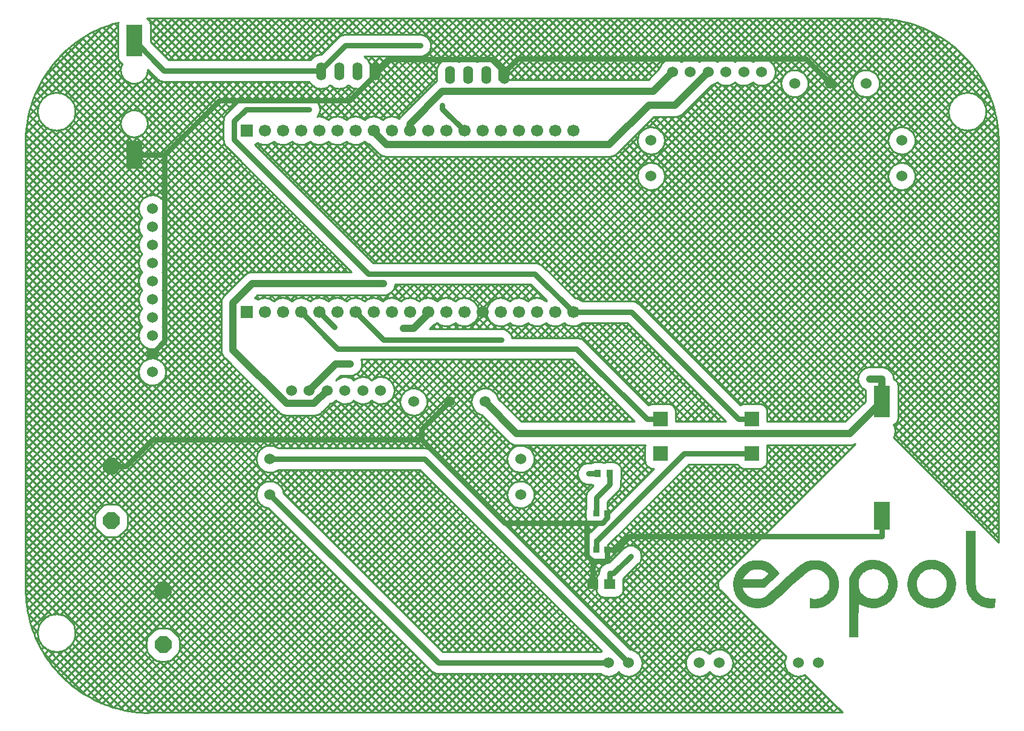
<source format=gtl>
G04 Layer: TopLayer*
G04 EasyEDA v6.5.15, 2022-09-05 00:32:20*
G04 07c8b65852c84e1a800055945528140b,10*
G04 Gerber Generator version 0.2*
G04 Scale: 100 percent, Rotated: No, Reflected: No *
G04 Dimensions in millimeters *
G04 leading zeros omitted , absolute positions ,4 integer and 5 decimal *
%FSLAX45Y45*%
%MOMM*%

%AMMACRO1*21,1,$1,$2,0,0,$3*%
%AMMACRO2*4,1,8,-0.4859,1.1732,-1.1732,0.4859,-1.1732,-0.4859,-0.4859,-1.1732,0.4859,-1.1732,1.1732,-0.4859,1.1732,0.4859,0.4859,1.1732,-0.4859,1.1732,0*%
%ADD10C,0.7500*%
%ADD11C,1.0000*%
%ADD12C,0.2540*%
%ADD13R,2.3000X4.0000*%
%ADD14R,2.3000X4.4000*%
%ADD15R,1.5000X1.3589*%
%ADD16R,0.8999X1.0000*%
%ADD17MACRO1,0.864X0.8065X90.0000*%
%ADD18MACRO2*%
%ADD19C,1.7000*%
%ADD20R,1.7000X1.7000*%
%ADD21C,1.5240*%
%ADD22R,2.0000X2.0000*%
%ADD23O,1.39954X2.51968*%
%ADD24C,0.6100*%
%ADD25C,0.0127*%

%LPD*%
G36*
X13981430Y-1072337D02*
G01*
X13981531Y-1591310D01*
X13981988Y-1681378D01*
X13982395Y-1719630D01*
X13983004Y-1753768D01*
X13983868Y-1784146D01*
X13984935Y-1811020D01*
X13986306Y-1834794D01*
X13988034Y-1855774D01*
X13990066Y-1874316D01*
X13992504Y-1890674D01*
X13995400Y-1905203D01*
X13998701Y-1918207D01*
X14000530Y-1924253D01*
X14003528Y-1932889D01*
X14007998Y-1943709D01*
X14013027Y-1954123D01*
X14018615Y-1964385D01*
X14026540Y-1977542D01*
X14038884Y-1996846D01*
X14045895Y-2006955D01*
X14053261Y-2016810D01*
X14060982Y-2026412D01*
X14068958Y-2035708D01*
X14077289Y-2044700D01*
X14090294Y-2057654D01*
X14103959Y-2069846D01*
X14113357Y-2077618D01*
X14123009Y-2085035D01*
X14132864Y-2092147D01*
X14142923Y-2098852D01*
X14153235Y-2105253D01*
X14163700Y-2111298D01*
X14174317Y-2116988D01*
X14185087Y-2122322D01*
X14196060Y-2127250D01*
X14207134Y-2131771D01*
X14218310Y-2135936D01*
X14229638Y-2139696D01*
X14241068Y-2143048D01*
X14252549Y-2145995D01*
X14264081Y-2148484D01*
X14275714Y-2150618D01*
X14287347Y-2152243D01*
X14299031Y-2153513D01*
X14310715Y-2154275D01*
X14322450Y-2154580D01*
X14334134Y-2154428D01*
X14388795Y-2151684D01*
X14393672Y-2023719D01*
X14324990Y-2019249D01*
X14310766Y-2017928D01*
X14297406Y-2016150D01*
X14284756Y-2013966D01*
X14272818Y-2011273D01*
X14261439Y-2008124D01*
X14250619Y-2004415D01*
X14240205Y-2000148D01*
X14230197Y-1995271D01*
X14220494Y-1989734D01*
X14210995Y-1983587D01*
X14201648Y-1976729D01*
X14192351Y-1969160D01*
X14183055Y-1960829D01*
X14163801Y-1942185D01*
X14156588Y-1934718D01*
X14150187Y-1927301D01*
X14145818Y-1921560D01*
X14140637Y-1913432D01*
X14136065Y-1904390D01*
X14132102Y-1894128D01*
X14128750Y-1882343D01*
X14127226Y-1875739D01*
X14124584Y-1860956D01*
X14122400Y-1843786D01*
X14120672Y-1823872D01*
X14119250Y-1800860D01*
X14118183Y-1774393D01*
X14117370Y-1744218D01*
X14116405Y-1671167D01*
X14116100Y-1579016D01*
X14115846Y-1072337D01*
G37*
G36*
X13500354Y-1477264D02*
G01*
X13488873Y-1477467D01*
X13477341Y-1478026D01*
X13465708Y-1478940D01*
X13454024Y-1480312D01*
X13442289Y-1482039D01*
X13430504Y-1484172D01*
X13419328Y-1486662D01*
X13408253Y-1489557D01*
X13397280Y-1492961D01*
X13386409Y-1496822D01*
X13375640Y-1501140D01*
X13364972Y-1505966D01*
X13354354Y-1511198D01*
X13343890Y-1516938D01*
X13333476Y-1523187D01*
X13323163Y-1529892D01*
X13312901Y-1537055D01*
X13302742Y-1544675D01*
X13292683Y-1552803D01*
X13282676Y-1561439D01*
X13272769Y-1570532D01*
X13262914Y-1580083D01*
X13243458Y-1600250D01*
X13234974Y-1609699D01*
X13227253Y-1618894D01*
X13220192Y-1627886D01*
X13213740Y-1636877D01*
X13207847Y-1645920D01*
X13202412Y-1655165D01*
X13197433Y-1664716D01*
X13192810Y-1674672D01*
X13188492Y-1685137D01*
X13184378Y-1696262D01*
X13180466Y-1708150D01*
X13176656Y-1720900D01*
X13172897Y-1734616D01*
X13169138Y-1749450D01*
X13166648Y-1760524D01*
X13164566Y-1771650D01*
X13162940Y-1782775D01*
X13161772Y-1793900D01*
X13161010Y-1804974D01*
X13160719Y-1815287D01*
X13293293Y-1815287D01*
X13293496Y-1803755D01*
X13294360Y-1792122D01*
X13295934Y-1780438D01*
X13298119Y-1768754D01*
X13301065Y-1757019D01*
X13302640Y-1751888D01*
X13306704Y-1741322D01*
X13311835Y-1730451D01*
X13317982Y-1719376D01*
X13324992Y-1708302D01*
X13332764Y-1697329D01*
X13341197Y-1686560D01*
X13350189Y-1676146D01*
X13359587Y-1666189D01*
X13369340Y-1656842D01*
X13379246Y-1648206D01*
X13389305Y-1640484D01*
X13399363Y-1633677D01*
X13409269Y-1628038D01*
X13414146Y-1625701D01*
X13424966Y-1621383D01*
X13430707Y-1619453D01*
X13442797Y-1616202D01*
X13455599Y-1613611D01*
X13468959Y-1611680D01*
X13482675Y-1610461D01*
X13496645Y-1609902D01*
X13510666Y-1610055D01*
X13524534Y-1610868D01*
X13538200Y-1612341D01*
X13551458Y-1614525D01*
X13564158Y-1617370D01*
X13576096Y-1620875D01*
X13587171Y-1625092D01*
X13597686Y-1630070D01*
X13607999Y-1635810D01*
X13617905Y-1641957D01*
X13627252Y-1648510D01*
X13636193Y-1655470D01*
X13644575Y-1662836D01*
X13652550Y-1670507D01*
X13659967Y-1678584D01*
X13666927Y-1686915D01*
X13673378Y-1695551D01*
X13679322Y-1704492D01*
X13684757Y-1713687D01*
X13689685Y-1723085D01*
X13694105Y-1732686D01*
X13698067Y-1742490D01*
X13701471Y-1752447D01*
X13704366Y-1762506D01*
X13706703Y-1772767D01*
X13708583Y-1783080D01*
X13709904Y-1793493D01*
X13710716Y-1803958D01*
X13710970Y-1814423D01*
X13710716Y-1824939D01*
X13709904Y-1835454D01*
X13708583Y-1845919D01*
X13706703Y-1856333D01*
X13704316Y-1866696D01*
X13701318Y-1876958D01*
X13697813Y-1887118D01*
X13693749Y-1897125D01*
X13689126Y-1906981D01*
X13683945Y-1916684D01*
X13678204Y-1926183D01*
X13671905Y-1935429D01*
X13665047Y-1944420D01*
X13657630Y-1953209D01*
X13649655Y-1961642D01*
X13641069Y-1969820D01*
X13631773Y-1977745D01*
X13622274Y-1985111D01*
X13612672Y-1991766D01*
X13602969Y-1997659D01*
X13593063Y-2002840D01*
X13583005Y-2007362D01*
X13572642Y-2011172D01*
X13561923Y-2014270D01*
X13550849Y-2016760D01*
X13539368Y-2018588D01*
X13527379Y-2019757D01*
X13514882Y-2020366D01*
X13501776Y-2020366D01*
X13488060Y-2019807D01*
X13474954Y-2018741D01*
X13463269Y-2017115D01*
X13451789Y-2014829D01*
X13440613Y-2011934D01*
X13429691Y-2008428D01*
X13419124Y-2004314D01*
X13408863Y-1999640D01*
X13398906Y-1994407D01*
X13389305Y-1988667D01*
X13380110Y-1982419D01*
X13371220Y-1975713D01*
X13362787Y-1968550D01*
X13354761Y-1960930D01*
X13347141Y-1952904D01*
X13339927Y-1944522D01*
X13333222Y-1935734D01*
X13326973Y-1926589D01*
X13321182Y-1917141D01*
X13315899Y-1907387D01*
X13311124Y-1897329D01*
X13306907Y-1887067D01*
X13303199Y-1876501D01*
X13300100Y-1865782D01*
X13297509Y-1854809D01*
X13295528Y-1843684D01*
X13294207Y-1832406D01*
X13293445Y-1821027D01*
X13293293Y-1815287D01*
X13160719Y-1815287D01*
X13160959Y-1832610D01*
X13161670Y-1843633D01*
X13162788Y-1854555D01*
X13164312Y-1865477D01*
X13166191Y-1876298D01*
X13168477Y-1887016D01*
X13171169Y-1897684D01*
X13174218Y-1908251D01*
X13177621Y-1918716D01*
X13181380Y-1929028D01*
X13185495Y-1939289D01*
X13189966Y-1949399D01*
X13194792Y-1959356D01*
X13199922Y-1969160D01*
X13205409Y-1978812D01*
X13211200Y-1988312D01*
X13217347Y-1997659D01*
X13223748Y-2006803D01*
X13230504Y-2015794D01*
X13237565Y-2024532D01*
X13244880Y-2033117D01*
X13252500Y-2041448D01*
X13260425Y-2049576D01*
X13268604Y-2057450D01*
X13277088Y-2065121D01*
X13285774Y-2072538D01*
X13294766Y-2079701D01*
X13304012Y-2086559D01*
X13313460Y-2093163D01*
X13323163Y-2099513D01*
X13333120Y-2105507D01*
X13343331Y-2111248D01*
X13353694Y-2116683D01*
X13364311Y-2121763D01*
X13375132Y-2126538D01*
X13386155Y-2131009D01*
X13397382Y-2135124D01*
X13408812Y-2138832D01*
X13420394Y-2142236D01*
X13432180Y-2145233D01*
X13444169Y-2147874D01*
X13455904Y-2150059D01*
X13467384Y-2151735D01*
X13478865Y-2152954D01*
X13490346Y-2153716D01*
X13501827Y-2154021D01*
X13513257Y-2153920D01*
X13524687Y-2153361D01*
X13536015Y-2152446D01*
X13547344Y-2151024D01*
X13558621Y-2149246D01*
X13569797Y-2147062D01*
X13580872Y-2144522D01*
X13591895Y-2141575D01*
X13602766Y-2138222D01*
X13613536Y-2134514D01*
X13624204Y-2130450D01*
X13634770Y-2126030D01*
X13645134Y-2121255D01*
X13655344Y-2116175D01*
X13665454Y-2110740D01*
X13675309Y-2104948D01*
X13685012Y-2098852D01*
X13694562Y-2092452D01*
X13703858Y-2085746D01*
X13712951Y-2078736D01*
X13721842Y-2071471D01*
X13734745Y-2059990D01*
X13742974Y-2052015D01*
X13751001Y-2043734D01*
X13758773Y-2035251D01*
X13766241Y-2026462D01*
X13773404Y-2017471D01*
X13780312Y-2008225D01*
X13786866Y-1998725D01*
X13793114Y-1989023D01*
X13799057Y-1979117D01*
X13804646Y-1969007D01*
X13809878Y-1958695D01*
X13814755Y-1948180D01*
X13819276Y-1937512D01*
X13823391Y-1926589D01*
X13827150Y-1915566D01*
X13830503Y-1904339D01*
X13833449Y-1892960D01*
X13835989Y-1881479D01*
X13838072Y-1869795D01*
X13839748Y-1858111D01*
X13841018Y-1846427D01*
X13841882Y-1834896D01*
X13842339Y-1823415D01*
X13842441Y-1811985D01*
X13842136Y-1800656D01*
X13841476Y-1789480D01*
X13840460Y-1778355D01*
X13839037Y-1767332D01*
X13837310Y-1756460D01*
X13835176Y-1745691D01*
X13832738Y-1735023D01*
X13829995Y-1724507D01*
X13826845Y-1714144D01*
X13823442Y-1703882D01*
X13819682Y-1693824D01*
X13815568Y-1683867D01*
X13811199Y-1674114D01*
X13806525Y-1664462D01*
X13801547Y-1655064D01*
X13796314Y-1645767D01*
X13784935Y-1627835D01*
X13778839Y-1619148D01*
X13772489Y-1610614D01*
X13765834Y-1602333D01*
X13758976Y-1594256D01*
X13751864Y-1586433D01*
X13744498Y-1578762D01*
X13736929Y-1571345D01*
X13729106Y-1564182D01*
X13721080Y-1557274D01*
X13712799Y-1550568D01*
X13704366Y-1544167D01*
X13695680Y-1537970D01*
X13682319Y-1529181D01*
X13673175Y-1523695D01*
X13663828Y-1518462D01*
X13654328Y-1513535D01*
X13644626Y-1508861D01*
X13634770Y-1504492D01*
X13624763Y-1500428D01*
X13614603Y-1496669D01*
X13604341Y-1493266D01*
X13593876Y-1490116D01*
X13583310Y-1487322D01*
X13572591Y-1484884D01*
X13561771Y-1482750D01*
X13550849Y-1480921D01*
X13539774Y-1479499D01*
X13528649Y-1478381D01*
X13517372Y-1477670D01*
G37*
G36*
X12665202Y-1479042D02*
G01*
X12653010Y-1479397D01*
X12641326Y-1480108D01*
X12630251Y-1481277D01*
X12619939Y-1482852D01*
X12609271Y-1485087D01*
X12597688Y-1488033D01*
X12586258Y-1491386D01*
X12574879Y-1495145D01*
X12563703Y-1499362D01*
X12552629Y-1504035D01*
X12541707Y-1509064D01*
X12530937Y-1514500D01*
X12520371Y-1520291D01*
X12509957Y-1526489D01*
X12499746Y-1533042D01*
X12489789Y-1539951D01*
X12480036Y-1547215D01*
X12470485Y-1554835D01*
X12461189Y-1562811D01*
X12452146Y-1571040D01*
X12443358Y-1579626D01*
X12434874Y-1588516D01*
X12426696Y-1597660D01*
X12418771Y-1607159D01*
X12411202Y-1616862D01*
X12403937Y-1626870D01*
X12396978Y-1637131D01*
X12390424Y-1647647D01*
X12384176Y-1658416D01*
X12378334Y-1669389D01*
X12347752Y-1731721D01*
X12347364Y-1799082D01*
X12478512Y-1799082D01*
X12478613Y-1792274D01*
X12479528Y-1779828D01*
X12481356Y-1768398D01*
X12482677Y-1762760D01*
X12486132Y-1751431D01*
X12490856Y-1739188D01*
X12496901Y-1725422D01*
X12502286Y-1714652D01*
X12508230Y-1704289D01*
X12514783Y-1694434D01*
X12521844Y-1685036D01*
X12529464Y-1676146D01*
X12537541Y-1667764D01*
X12546025Y-1659940D01*
X12555016Y-1652574D01*
X12564364Y-1645818D01*
X12574066Y-1639570D01*
X12584125Y-1633880D01*
X12594488Y-1628749D01*
X12605105Y-1624177D01*
X12616027Y-1620215D01*
X12627102Y-1616862D01*
X12638430Y-1614068D01*
X12649911Y-1611934D01*
X12661493Y-1610410D01*
X12673228Y-1609496D01*
X12685014Y-1609242D01*
X12696850Y-1609648D01*
X12708686Y-1610715D01*
X12720523Y-1612442D01*
X12732308Y-1614881D01*
X12744043Y-1617980D01*
X12755676Y-1621790D01*
X12767157Y-1626311D01*
X12778486Y-1631594D01*
X12788646Y-1636979D01*
X12798348Y-1642770D01*
X12807594Y-1648968D01*
X12816332Y-1655521D01*
X12824612Y-1662430D01*
X12832435Y-1669643D01*
X12839801Y-1677162D01*
X12846659Y-1685036D01*
X12853060Y-1693113D01*
X12859004Y-1701495D01*
X12864490Y-1710080D01*
X12869468Y-1718919D01*
X12873990Y-1727911D01*
X12878054Y-1737106D01*
X12881610Y-1746402D01*
X12884708Y-1755902D01*
X12887350Y-1765503D01*
X12889534Y-1775155D01*
X12891211Y-1784959D01*
X12892481Y-1794764D01*
X12893192Y-1804670D01*
X12893497Y-1814575D01*
X12893294Y-1824482D01*
X12892633Y-1834337D01*
X12891516Y-1844192D01*
X12889941Y-1853996D01*
X12887858Y-1863699D01*
X12885318Y-1873351D01*
X12882270Y-1882851D01*
X12878765Y-1892198D01*
X12874802Y-1901443D01*
X12870383Y-1910537D01*
X12865455Y-1919376D01*
X12860121Y-1928063D01*
X12854228Y-1936496D01*
X12847929Y-1944674D01*
X12841122Y-1952599D01*
X12833858Y-1960219D01*
X12826085Y-1967534D01*
X12817906Y-1974545D01*
X12809169Y-1981250D01*
X12800025Y-1987550D01*
X12790373Y-1993442D01*
X12780264Y-1998980D01*
X12766294Y-2005888D01*
X12754102Y-2011273D01*
X12748412Y-2013457D01*
X12742824Y-2015286D01*
X12737338Y-2016810D01*
X12731800Y-2018080D01*
X12726162Y-2019046D01*
X12714020Y-2020265D01*
X12700152Y-2020620D01*
X12683845Y-2020265D01*
X12665760Y-2019401D01*
X12650012Y-2018182D01*
X12636347Y-2016506D01*
X12630099Y-2015439D01*
X12618516Y-2012696D01*
X12607594Y-2009139D01*
X12596926Y-2004517D01*
X12591440Y-2001824D01*
X12580010Y-1995424D01*
X12568174Y-1988108D01*
X12557404Y-1980742D01*
X12547346Y-1973122D01*
X12538100Y-1965198D01*
X12529616Y-1957019D01*
X12525603Y-1952853D01*
X12518186Y-1944166D01*
X12511481Y-1935073D01*
X12505436Y-1925624D01*
X12500102Y-1915769D01*
X12495377Y-1905457D01*
X12491262Y-1894636D01*
X12487808Y-1883308D01*
X12484963Y-1871421D01*
X12482677Y-1858975D01*
X12480950Y-1845919D01*
X12479782Y-1832254D01*
X12478816Y-1814271D01*
X12478512Y-1799082D01*
X12347364Y-1799082D01*
X12342977Y-2559050D01*
X12477953Y-2559050D01*
X12478054Y-2247493D01*
X12478359Y-2205177D01*
X12478969Y-2171039D01*
X12480036Y-2144471D01*
X12480798Y-2133752D01*
X12481712Y-2124659D01*
X12482830Y-2117090D01*
X12484100Y-2110892D01*
X12485573Y-2106015D01*
X12487300Y-2102408D01*
X12489281Y-2099919D01*
X12491516Y-2098497D01*
X12492736Y-2098141D01*
X12495377Y-2098141D01*
X12498324Y-2098954D01*
X12501575Y-2100478D01*
X12505131Y-2102612D01*
X12518796Y-2112416D01*
X12526467Y-2116886D01*
X12535763Y-2121408D01*
X12546533Y-2125929D01*
X12558420Y-2130348D01*
X12571272Y-2134666D01*
X12584836Y-2138730D01*
X12598806Y-2142540D01*
X12613030Y-2145995D01*
X12627152Y-2149043D01*
X12641021Y-2151583D01*
X12654330Y-2153615D01*
X12666878Y-2155037D01*
X12678410Y-2155748D01*
X12689484Y-2155799D01*
X12701066Y-2155291D01*
X12712700Y-2154326D01*
X12724434Y-2152904D01*
X12736169Y-2150973D01*
X12747955Y-2148586D01*
X12759690Y-2145792D01*
X12771424Y-2142591D01*
X12783108Y-2138934D01*
X12794742Y-2134870D01*
X12806222Y-2130399D01*
X12817602Y-2125573D01*
X12828879Y-2120392D01*
X12839954Y-2114804D01*
X12850876Y-2108911D01*
X12861544Y-2102662D01*
X12872059Y-2096058D01*
X12882270Y-2089150D01*
X12892176Y-2081936D01*
X12901828Y-2074468D01*
X12911175Y-2066645D01*
X12920167Y-2058619D01*
X12928803Y-2050288D01*
X12937032Y-2041753D01*
X12944856Y-2032914D01*
X12952272Y-2023872D01*
X12959384Y-2014474D01*
X12966192Y-2004771D01*
X12972592Y-1994865D01*
X12978587Y-1984908D01*
X12984226Y-1974748D01*
X12989458Y-1964537D01*
X12994335Y-1954174D01*
X12998805Y-1943760D01*
X13002869Y-1933244D01*
X13006578Y-1922627D01*
X13009930Y-1911959D01*
X13012877Y-1901240D01*
X13015468Y-1890420D01*
X13017703Y-1879600D01*
X13019532Y-1868728D01*
X13021056Y-1857857D01*
X13022173Y-1846935D01*
X13022935Y-1836064D01*
X13023392Y-1825142D01*
X13023443Y-1814220D01*
X13023189Y-1803349D01*
X13022529Y-1792528D01*
X13021563Y-1781708D01*
X13020243Y-1770938D01*
X13017652Y-1754886D01*
X13015468Y-1744268D01*
X13012978Y-1733702D01*
X13010134Y-1723288D01*
X13006984Y-1712925D01*
X13003530Y-1702663D01*
X12999720Y-1692503D01*
X12995554Y-1682496D01*
X12991134Y-1672589D01*
X12986359Y-1662836D01*
X12981279Y-1653235D01*
X12975894Y-1643786D01*
X12970205Y-1634489D01*
X12964210Y-1625346D01*
X12957911Y-1616456D01*
X12951307Y-1607718D01*
X12944398Y-1599184D01*
X12937236Y-1590852D01*
X12929717Y-1582724D01*
X12921945Y-1574850D01*
X12913868Y-1567180D01*
X12905536Y-1559763D01*
X12896900Y-1552651D01*
X12887960Y-1545742D01*
X12878765Y-1539138D01*
X12869316Y-1532788D01*
X12859562Y-1526743D01*
X12849555Y-1521002D01*
X12839293Y-1515567D01*
X12828727Y-1510436D01*
X12817906Y-1505610D01*
X12806832Y-1501140D01*
X12796672Y-1497533D01*
X12785750Y-1494231D01*
X12774168Y-1491183D01*
X12762026Y-1488490D01*
X12749479Y-1486103D01*
X12736626Y-1484020D01*
X12723571Y-1482344D01*
X12710414Y-1480972D01*
X12697256Y-1479956D01*
X12684252Y-1479296D01*
G37*
G36*
X11059109Y-1484122D02*
G01*
X11043208Y-1484325D01*
X11028832Y-1484782D01*
X11015726Y-1485595D01*
X11003584Y-1486763D01*
X10992307Y-1488338D01*
X10981588Y-1490370D01*
X10971276Y-1492910D01*
X10961014Y-1495907D01*
X10950651Y-1499514D01*
X10939983Y-1503680D01*
X10929366Y-1508252D01*
X10919053Y-1513027D01*
X10908944Y-1518107D01*
X10899140Y-1523390D01*
X10889589Y-1528927D01*
X10880293Y-1534668D01*
X10871250Y-1540611D01*
X10858246Y-1549958D01*
X10849864Y-1556461D01*
X10841786Y-1563166D01*
X10833963Y-1570075D01*
X10826394Y-1577136D01*
X10819130Y-1584350D01*
X10812068Y-1591767D01*
X10805312Y-1599387D01*
X10792612Y-1614982D01*
X10786668Y-1623060D01*
X10780979Y-1631238D01*
X10775543Y-1639519D01*
X10765536Y-1656537D01*
X10760913Y-1665224D01*
X10756544Y-1674012D01*
X10750550Y-1687372D01*
X10746892Y-1696364D01*
X10743488Y-1705457D01*
X10740339Y-1714652D01*
X10737494Y-1723898D01*
X10731706Y-1746402D01*
X10865612Y-1746402D01*
X10866018Y-1743659D01*
X10866932Y-1740357D01*
X10868406Y-1736648D01*
X10872724Y-1728063D01*
X10878718Y-1718259D01*
X10886033Y-1707489D01*
X10894466Y-1696262D01*
X10903712Y-1684832D01*
X10913465Y-1673656D01*
X10923524Y-1663039D01*
X10933582Y-1653387D01*
X10942370Y-1645818D01*
X10950651Y-1639874D01*
X10959642Y-1634439D01*
X10969142Y-1629562D01*
X10979200Y-1625193D01*
X10989767Y-1621383D01*
X11000689Y-1618132D01*
X11011966Y-1615490D01*
X11023549Y-1613357D01*
X11035334Y-1611833D01*
X11047272Y-1610868D01*
X11059312Y-1610461D01*
X11071402Y-1610664D01*
X11083442Y-1611477D01*
X11095431Y-1612849D01*
X11107216Y-1614830D01*
X11118850Y-1617421D01*
X11130178Y-1620621D01*
X11141202Y-1624431D01*
X11151819Y-1628851D01*
X11164976Y-1635353D01*
X11179048Y-1642668D01*
X11190427Y-1649069D01*
X11199114Y-1654911D01*
X11202517Y-1657654D01*
X11205260Y-1660347D01*
X11207343Y-1663039D01*
X11208816Y-1665681D01*
X11209629Y-1668373D01*
X11209832Y-1671116D01*
X11209426Y-1673961D01*
X11208410Y-1676907D01*
X11206784Y-1680006D01*
X11204600Y-1683308D01*
X11201755Y-1686814D01*
X11194389Y-1694535D01*
X11184686Y-1703425D01*
X11127181Y-1752701D01*
X10975086Y-1752600D01*
X10936224Y-1751990D01*
X10903864Y-1750872D01*
X10880140Y-1749298D01*
X10872216Y-1748383D01*
X10867288Y-1747418D01*
X10866018Y-1746910D01*
X10865612Y-1746402D01*
X10731706Y-1746402D01*
X10728756Y-1761489D01*
X10727232Y-1770989D01*
X10725048Y-1790090D01*
X10724337Y-1799691D01*
X10723778Y-1818893D01*
X10723880Y-1828495D01*
X10724946Y-1847697D01*
X10725861Y-1857248D01*
X10727791Y-1871573D01*
X10731296Y-1890471D01*
X10733481Y-1899869D01*
X10735919Y-1909216D01*
X10740085Y-1923135D01*
X10743234Y-1932279D01*
X10746638Y-1941372D01*
X10750296Y-1950415D01*
X10758474Y-1968144D01*
X10767771Y-1985467D01*
X10772800Y-1993950D01*
X10778134Y-2002282D01*
X10783722Y-2010511D01*
X10792663Y-2022602D01*
X10798962Y-2030475D01*
X10805515Y-2038197D01*
X10812373Y-2045766D01*
X10819485Y-2053183D01*
X10826902Y-2060397D01*
X10834573Y-2067458D01*
X10842548Y-2074316D01*
X10850778Y-2080971D01*
X10859312Y-2087473D01*
X10868101Y-2093722D01*
X10877143Y-2099767D01*
X10886490Y-2105609D01*
X10896142Y-2111197D01*
X10906048Y-2116582D01*
X10916208Y-2121763D01*
X10926775Y-2126691D01*
X10937697Y-2131263D01*
X10948771Y-2135428D01*
X10959998Y-2139188D01*
X10971428Y-2142540D01*
X10982960Y-2145538D01*
X10994644Y-2148078D01*
X11006429Y-2150211D01*
X11018266Y-2151938D01*
X11030204Y-2153310D01*
X11042192Y-2154275D01*
X11054181Y-2154834D01*
X11066221Y-2154986D01*
X11078260Y-2154732D01*
X11090249Y-2154123D01*
X11102238Y-2153107D01*
X11114125Y-2151684D01*
X11126012Y-2149906D01*
X11137747Y-2147722D01*
X11149431Y-2145131D01*
X11160963Y-2142185D01*
X11172342Y-2138883D01*
X11183569Y-2135124D01*
X11194643Y-2131060D01*
X11205514Y-2126589D01*
X11216182Y-2121763D01*
X11226596Y-2116531D01*
X11236807Y-2110943D01*
X11246713Y-2104948D01*
X11256365Y-2098649D01*
X11263731Y-2093366D01*
X11281257Y-2078939D01*
X11308791Y-2055164D01*
X11344605Y-2023465D01*
X11387175Y-1985314D01*
X11441023Y-1936496D01*
X11578082Y-1810766D01*
X11628069Y-1765604D01*
X11673992Y-1724761D01*
X11714276Y-1689658D01*
X11747246Y-1661718D01*
X11771376Y-1642313D01*
X11779605Y-1636217D01*
X11785041Y-1632813D01*
X11790222Y-1630273D01*
X11795658Y-1627936D01*
X11807190Y-1623822D01*
X11819585Y-1620469D01*
X11832590Y-1617827D01*
X11846052Y-1615948D01*
X11859818Y-1614779D01*
X11873738Y-1614424D01*
X11887657Y-1614779D01*
X11901373Y-1615846D01*
X11914733Y-1617675D01*
X11927586Y-1620266D01*
X11939727Y-1623618D01*
X11945518Y-1625549D01*
X11951055Y-1627682D01*
X11956389Y-1630019D01*
X11961418Y-1632508D01*
X11972340Y-1638604D01*
X11982653Y-1645056D01*
X11992356Y-1651711D01*
X12001500Y-1658721D01*
X12010034Y-1666087D01*
X12017959Y-1673707D01*
X12025325Y-1681683D01*
X12032081Y-1690065D01*
X12038279Y-1698752D01*
X12043918Y-1707794D01*
X12048998Y-1717243D01*
X12053519Y-1727047D01*
X12057532Y-1737258D01*
X12060936Y-1747875D01*
X12063831Y-1758899D01*
X12066219Y-1770329D01*
X12068048Y-1782216D01*
X12069368Y-1794560D01*
X12070130Y-1807311D01*
X12070435Y-1820570D01*
X12070334Y-1839722D01*
X12069724Y-1855571D01*
X12068454Y-1868881D01*
X12067489Y-1874824D01*
X12066320Y-1880412D01*
X12064847Y-1885797D01*
X12063120Y-1891030D01*
X12058650Y-1901494D01*
X12052757Y-1912670D01*
X12045188Y-1925269D01*
X12038126Y-1935988D01*
X12030354Y-1946198D01*
X12022023Y-1955901D01*
X12013133Y-1965096D01*
X12003684Y-1973732D01*
X11993829Y-1981758D01*
X11983567Y-1989226D01*
X11972899Y-1996084D01*
X11961926Y-2002282D01*
X11950649Y-2007819D01*
X11939168Y-2012696D01*
X11927484Y-2016861D01*
X11915648Y-2020316D01*
X11903710Y-2023059D01*
X11891721Y-2024989D01*
X11879732Y-2026208D01*
X11867743Y-2026564D01*
X11855856Y-2026107D01*
X11849912Y-2025599D01*
X11838228Y-2023872D01*
X11797639Y-2014880D01*
X11797639Y-2157882D01*
X11883339Y-2153920D01*
X11898071Y-2153056D01*
X11911279Y-2152040D01*
X11923268Y-2150821D01*
X11934190Y-2149348D01*
X11944350Y-2147519D01*
X11954002Y-2145284D01*
X11963450Y-2142642D01*
X11972848Y-2139442D01*
X11982602Y-2135682D01*
X11992813Y-2131314D01*
X12015012Y-2120900D01*
X12025274Y-2115566D01*
X12040158Y-2107133D01*
X12049709Y-2101189D01*
X12058954Y-2095042D01*
X12067946Y-2088642D01*
X12076633Y-2082038D01*
X12085066Y-2075230D01*
X12093194Y-2068271D01*
X12104827Y-2057400D01*
X12112244Y-2049932D01*
X12119356Y-2042261D01*
X12126214Y-2034438D01*
X12132767Y-2026462D01*
X12139015Y-2018334D01*
X12145010Y-2010054D01*
X12150699Y-2001621D01*
X12156135Y-1993036D01*
X12161266Y-1984349D01*
X12166092Y-1975510D01*
X12170664Y-1966569D01*
X12174931Y-1957527D01*
X12182602Y-1939188D01*
X12186056Y-1929841D01*
X12189155Y-1920443D01*
X12194590Y-1901443D01*
X12198807Y-1882139D01*
X12200534Y-1872437D01*
X12201956Y-1862734D01*
X12203938Y-1843125D01*
X12204496Y-1833321D01*
X12204750Y-1813661D01*
X12204446Y-1803806D01*
X12203887Y-1794002D01*
X12203023Y-1784197D01*
X12201855Y-1774393D01*
X12200432Y-1764639D01*
X12198705Y-1754886D01*
X12196724Y-1745234D01*
X12194438Y-1735582D01*
X12191847Y-1726031D01*
X12189002Y-1716532D01*
X12184176Y-1702409D01*
X12180570Y-1693062D01*
X12176709Y-1683816D01*
X12172594Y-1674723D01*
X12165838Y-1661210D01*
X12160961Y-1652320D01*
X12155830Y-1643583D01*
X12150394Y-1634947D01*
X12144654Y-1626463D01*
X12138660Y-1618081D01*
X12132411Y-1609902D01*
X12125807Y-1601825D01*
X12118949Y-1593951D01*
X12111837Y-1586230D01*
X12104420Y-1578660D01*
X12096699Y-1571294D01*
X12084608Y-1560576D01*
X12076176Y-1553718D01*
X12067438Y-1547012D01*
X12058446Y-1540560D01*
X12049201Y-1534312D01*
X12039600Y-1528267D01*
X12029795Y-1522476D01*
X12019635Y-1516938D01*
X12009221Y-1511604D01*
X11998909Y-1506626D01*
X11989562Y-1502460D01*
X11980773Y-1498904D01*
X11972239Y-1496009D01*
X11963501Y-1493672D01*
X11954357Y-1491843D01*
X11944299Y-1490472D01*
X11933072Y-1489456D01*
X11920321Y-1488795D01*
X11888622Y-1488186D01*
X11848693Y-1488236D01*
X11829999Y-1488592D01*
X11812676Y-1489456D01*
X11804396Y-1490065D01*
X11792458Y-1491386D01*
X11780926Y-1493164D01*
X11773408Y-1494637D01*
X11765991Y-1496364D01*
X11758625Y-1498396D01*
X11751310Y-1500682D01*
X11743944Y-1503324D01*
X11732869Y-1507896D01*
X11717680Y-1515364D01*
X11709908Y-1519682D01*
X11701881Y-1524457D01*
X11685117Y-1535379D01*
X11667185Y-1548282D01*
X11647728Y-1563319D01*
X11626494Y-1580692D01*
X11603278Y-1600555D01*
X11577675Y-1623009D01*
X11549481Y-1648307D01*
X11484254Y-1707997D01*
X11331194Y-1849018D01*
X11275263Y-1900021D01*
X11232540Y-1938324D01*
X11200587Y-1966010D01*
X11187938Y-1976526D01*
X11177016Y-1985162D01*
X11167668Y-1992172D01*
X11159439Y-1997811D01*
X11152174Y-2002383D01*
X11143843Y-2006904D01*
X11137442Y-2009902D01*
X11129467Y-2013204D01*
X11119205Y-2016506D01*
X11108232Y-2019147D01*
X11096650Y-2021179D01*
X11084560Y-2022551D01*
X11072164Y-2023313D01*
X11059464Y-2023414D01*
X11046714Y-2022906D01*
X11034014Y-2021789D01*
X11021466Y-2020062D01*
X11009223Y-2017725D01*
X10997387Y-2014778D01*
X10986160Y-2011222D01*
X10975594Y-2007107D01*
X10970564Y-2004822D01*
X10959998Y-1999132D01*
X10949279Y-1992274D01*
X10938510Y-1984400D01*
X10927892Y-1975662D01*
X10917580Y-1966264D01*
X10907674Y-1956307D01*
X10898428Y-1945995D01*
X10889894Y-1935480D01*
X10882223Y-1924913D01*
X10875670Y-1914499D01*
X10872774Y-1909368D01*
X10868050Y-1899361D01*
X10857788Y-1870303D01*
X11163452Y-1869643D01*
X11372138Y-1671726D01*
X11339830Y-1624838D01*
X11332108Y-1614271D01*
X11324285Y-1604111D01*
X11316360Y-1594408D01*
X11308283Y-1585112D01*
X11300053Y-1576273D01*
X11291671Y-1567891D01*
X11283137Y-1559966D01*
X11274399Y-1552397D01*
X11265560Y-1545285D01*
X11256467Y-1538579D01*
X11247221Y-1532331D01*
X11237772Y-1526438D01*
X11228120Y-1520952D01*
X11218265Y-1515872D01*
X11208156Y-1511198D01*
X11197793Y-1506931D01*
X11187226Y-1503019D01*
X11176355Y-1499463D01*
X11165281Y-1496314D01*
X11153902Y-1493570D01*
X11142218Y-1491132D01*
X11130280Y-1489100D01*
X11118037Y-1487424D01*
X11105489Y-1486052D01*
X11092637Y-1485087D01*
X11079480Y-1484426D01*
G37*
D10*
X12801600Y-1151051D02*
G01*
X9277832Y-1151051D01*
X9090482Y-1338402D01*
X8811945Y-1338402D02*
G01*
X8811945Y-1207643D01*
X10985500Y12700D02*
G01*
X10039527Y12700D01*
X8819184Y-1207643D01*
X8811945Y-1207643D01*
X9702800Y495300D02*
G01*
X9515246Y495300D01*
X4673600Y1993900D02*
G01*
X5187797Y1479702D01*
X8530843Y1479702D01*
X9515246Y495300D01*
X8811945Y-830402D02*
G01*
X8811945Y-604875D01*
X8997670Y-419150D01*
X8997670Y-271602D01*
D11*
X10372090Y5353405D02*
G01*
X9909175Y4890490D01*
X9541789Y4890490D01*
X8985021Y4333722D01*
X5871286Y4333722D01*
X5689600Y4515408D01*
X5689600Y4533900D01*
X9872090Y5353405D02*
G01*
X9601123Y5082438D01*
X6652386Y5082438D01*
X6197600Y4627651D01*
X6197600Y4533900D01*
D10*
X8978900Y-2921000D02*
G01*
X6594779Y-2921000D01*
X4238091Y-564311D01*
X6959600Y4533900D02*
G01*
X6653022Y4840478D01*
X6653022Y4888382D01*
X4927600Y1993900D02*
G01*
X5138953Y1782546D01*
X5138953Y1778228D01*
D11*
X5362879Y1265910D02*
G01*
X5158308Y1265910D01*
X4788103Y895705D01*
X5038090Y895705D02*
G01*
X4852797Y710412D01*
X4472152Y710412D01*
X3720896Y1461668D01*
X3720896Y2118613D01*
X3993743Y2391460D01*
X5824905Y2391460D01*
X6105804Y1765935D02*
G01*
X6252159Y1765935D01*
X6451600Y1965375D01*
X6451600Y1993900D01*
D10*
X9258300Y-2921000D02*
G01*
X6401612Y-64312D01*
X4238091Y-64312D01*
X7518400Y5353202D02*
G01*
X7704327Y5539130D01*
X11736374Y5539130D01*
X12082094Y5193411D01*
X7518400Y5353202D02*
G01*
X7518400Y5308600D01*
X7518400Y5353202D02*
G01*
X7340168Y5531434D01*
X5887034Y5531434D01*
X5715000Y5359400D01*
X2019300Y-165100D02*
G01*
X2224176Y-165100D01*
X8754567Y-1821002D02*
G01*
X8754567Y-1665503D01*
X8962593Y-1338402D02*
G01*
X8962593Y-1469161D01*
X8754567Y-1496491D02*
G01*
X8754567Y-1665503D01*
X8754567Y-1496491D02*
G01*
X8935262Y-1496491D01*
X8962593Y-1469161D01*
X12801600Y-863498D02*
G01*
X12801600Y-1151051D01*
X8962593Y-1338402D02*
G01*
X9090482Y-1338402D01*
X8675344Y-961262D02*
G01*
X8675344Y-1417269D01*
X8754567Y-1496491D01*
X8675344Y-961262D02*
G01*
X8888602Y-961262D01*
X8962593Y-887272D01*
X8962593Y-830402D01*
X2224176Y-165100D02*
G01*
X2596006Y206730D01*
X6358381Y206730D01*
X6748094Y735711D02*
G01*
X6358381Y345998D01*
X6358381Y206730D01*
X6358381Y206730D02*
G01*
X7526375Y-961262D01*
X8675344Y-961262D01*
X2763088Y4191101D02*
G01*
X2763088Y1581988D01*
X2590800Y1409700D01*
X5715000Y5359400D02*
G01*
X5715000Y5320385D01*
X5351856Y4957241D01*
X3529228Y4957241D01*
X2763088Y4191101D01*
X2763088Y4191101D02*
G01*
X2336800Y4191101D01*
X5435600Y1993900D02*
G01*
X5824499Y1605000D01*
X7477048Y1605000D01*
X8827668Y-271602D02*
G01*
X8695105Y-271602D01*
X4953000Y5359400D02*
G01*
X4940528Y5371871D01*
X4940528Y5371896D01*
X4940528Y5371896D02*
G01*
X2756001Y5371896D01*
X2336800Y5791098D01*
X4940528Y5371896D02*
G01*
X5293233Y5724601D01*
X6340398Y5724601D01*
X10985500Y495300D02*
G01*
X10797946Y495300D01*
X8994571Y-1821002D02*
G01*
X8994571Y-1665503D01*
X9287459Y-1426718D02*
G01*
X9048673Y-1665503D01*
X8994571Y-1665503D01*
X10797946Y495300D02*
G01*
X9299346Y1993900D01*
X8483600Y1993900D01*
X8483600Y1993900D02*
G01*
X7948371Y2529128D01*
X5617768Y2529128D01*
X3738930Y4407966D01*
X3738930Y4669256D01*
X3901770Y4832095D01*
X4785969Y4832095D01*
D11*
X12801600Y736498D02*
G01*
X12801600Y1056589D01*
X12631445Y1056589D02*
G01*
X12801600Y1056589D01*
X12801600Y736498D02*
G01*
X12357684Y292582D01*
X7691221Y292582D01*
X7248093Y735711D01*
D12*
X4022616Y2189164D02*
G01*
X4061451Y2227999D01*
X4061451Y2227999D02*
G01*
X5824905Y2227999D01*
X5824905Y2227999D02*
G01*
X5842579Y2228957D01*
X5842579Y2228957D02*
G01*
X5860045Y2231820D01*
X5860045Y2231820D02*
G01*
X5877099Y2236555D01*
X5877099Y2236555D02*
G01*
X5893541Y2243107D01*
X5893541Y2243107D02*
G01*
X5909179Y2251397D01*
X5909179Y2251397D02*
G01*
X5923828Y2261329D01*
X5923828Y2261329D02*
G01*
X5937318Y2272788D01*
X5937318Y2272788D02*
G01*
X5949490Y2285638D01*
X5949490Y2285638D02*
G01*
X5960201Y2299728D01*
X5960201Y2299728D02*
G01*
X5969326Y2314894D01*
X5969326Y2314894D02*
G01*
X5976757Y2330957D01*
X5976757Y2330957D02*
G01*
X5982409Y2347730D01*
X5982409Y2347730D02*
G01*
X5986214Y2365015D01*
X5986214Y2365015D02*
G01*
X5987644Y2378166D01*
X5987644Y2378166D02*
G01*
X7885840Y2378166D01*
X7885840Y2378166D02*
G01*
X8111139Y2152867D01*
X8111139Y2152867D02*
G01*
X8105848Y2149063D01*
X8105848Y2149063D02*
G01*
X8102564Y2146165D01*
X8102564Y2146165D02*
G01*
X8091437Y2155038D01*
X8091437Y2155038D02*
G01*
X8074817Y2165772D01*
X8074817Y2165772D02*
G01*
X8057211Y2174799D01*
X8057211Y2174799D02*
G01*
X8038794Y2182027D01*
X8038794Y2182027D02*
G01*
X8019749Y2187385D01*
X8019749Y2187385D02*
G01*
X8000264Y2190821D01*
X8000264Y2190821D02*
G01*
X7980534Y2192299D01*
X7980534Y2192299D02*
G01*
X7960756Y2191806D01*
X7960756Y2191806D02*
G01*
X7941124Y2189346D01*
X7941124Y2189346D02*
G01*
X7921835Y2184944D01*
X7921835Y2184944D02*
G01*
X7903081Y2178642D01*
X7903081Y2178642D02*
G01*
X7885046Y2170505D01*
X7885046Y2170505D02*
G01*
X7867912Y2160612D01*
X7867912Y2160612D02*
G01*
X7851848Y2149063D01*
X7851848Y2149063D02*
G01*
X7848564Y2146165D01*
X7848564Y2146165D02*
G01*
X7837437Y2155038D01*
X7837437Y2155038D02*
G01*
X7820817Y2165772D01*
X7820817Y2165772D02*
G01*
X7803211Y2174799D01*
X7803211Y2174799D02*
G01*
X7784794Y2182027D01*
X7784794Y2182027D02*
G01*
X7765749Y2187385D01*
X7765749Y2187385D02*
G01*
X7746264Y2190821D01*
X7746264Y2190821D02*
G01*
X7726534Y2192299D01*
X7726534Y2192299D02*
G01*
X7706756Y2191806D01*
X7706756Y2191806D02*
G01*
X7687124Y2189346D01*
X7687124Y2189346D02*
G01*
X7667835Y2184944D01*
X7667835Y2184944D02*
G01*
X7649081Y2178642D01*
X7649081Y2178642D02*
G01*
X7631046Y2170505D01*
X7631046Y2170505D02*
G01*
X7613912Y2160612D01*
X7613912Y2160612D02*
G01*
X7597848Y2149063D01*
X7597848Y2149063D02*
G01*
X7594564Y2146165D01*
X7594564Y2146165D02*
G01*
X7583437Y2155038D01*
X7583437Y2155038D02*
G01*
X7566817Y2165772D01*
X7566817Y2165772D02*
G01*
X7549211Y2174799D01*
X7549211Y2174799D02*
G01*
X7530794Y2182027D01*
X7530794Y2182027D02*
G01*
X7511749Y2187385D01*
X7511749Y2187385D02*
G01*
X7492264Y2190821D01*
X7492264Y2190821D02*
G01*
X7472534Y2192299D01*
X7472534Y2192299D02*
G01*
X7452756Y2191806D01*
X7452756Y2191806D02*
G01*
X7433124Y2189346D01*
X7433124Y2189346D02*
G01*
X7413835Y2184944D01*
X7413835Y2184944D02*
G01*
X7395081Y2178642D01*
X7395081Y2178642D02*
G01*
X7377046Y2170505D01*
X7377046Y2170505D02*
G01*
X7359912Y2160612D01*
X7359912Y2160612D02*
G01*
X7343848Y2149063D01*
X7343848Y2149063D02*
G01*
X7329014Y2135972D01*
X7329014Y2135972D02*
G01*
X7315556Y2121468D01*
X7315556Y2121468D02*
G01*
X7303610Y2105697D01*
X7303610Y2105697D02*
G01*
X7293294Y2088814D01*
X7293294Y2088814D02*
G01*
X7284709Y2070989D01*
X7284709Y2070989D02*
G01*
X7277942Y2052397D01*
X7277942Y2052397D02*
G01*
X7273060Y2033224D01*
X7273060Y2033224D02*
G01*
X7270111Y2013660D01*
X7270111Y2013660D02*
G01*
X7269125Y1993900D01*
X7269125Y1993900D02*
G01*
X7270111Y1974139D01*
X7270111Y1974139D02*
G01*
X7273060Y1954575D01*
X7273060Y1954575D02*
G01*
X7277942Y1935402D01*
X7277942Y1935402D02*
G01*
X7284709Y1916810D01*
X7284709Y1916810D02*
G01*
X7293294Y1898985D01*
X7293294Y1898985D02*
G01*
X7303610Y1882102D01*
X7303610Y1882102D02*
G01*
X7315556Y1866331D01*
X7315556Y1866331D02*
G01*
X7329014Y1851827D01*
X7329014Y1851827D02*
G01*
X7343848Y1838736D01*
X7343848Y1838736D02*
G01*
X7359912Y1827187D01*
X7359912Y1827187D02*
G01*
X7377046Y1817294D01*
X7377046Y1817294D02*
G01*
X7395081Y1809157D01*
X7395081Y1809157D02*
G01*
X7413835Y1802855D01*
X7413835Y1802855D02*
G01*
X7433124Y1798453D01*
X7433124Y1798453D02*
G01*
X7452756Y1795993D01*
X7452756Y1795993D02*
G01*
X7472534Y1795500D01*
X7472534Y1795500D02*
G01*
X7492264Y1796978D01*
X7492264Y1796978D02*
G01*
X7511749Y1800414D01*
X7511749Y1800414D02*
G01*
X7530794Y1805772D01*
X7530794Y1805772D02*
G01*
X7549211Y1813000D01*
X7549211Y1813000D02*
G01*
X7566817Y1822027D01*
X7566817Y1822027D02*
G01*
X7583437Y1832761D01*
X7583437Y1832761D02*
G01*
X7594564Y1841634D01*
X7594564Y1841634D02*
G01*
X7597848Y1838736D01*
X7597848Y1838736D02*
G01*
X7613912Y1827187D01*
X7613912Y1827187D02*
G01*
X7631046Y1817294D01*
X7631046Y1817294D02*
G01*
X7649081Y1809157D01*
X7649081Y1809157D02*
G01*
X7667835Y1802855D01*
X7667835Y1802855D02*
G01*
X7687124Y1798453D01*
X7687124Y1798453D02*
G01*
X7706756Y1795993D01*
X7706756Y1795993D02*
G01*
X7726534Y1795500D01*
X7726534Y1795500D02*
G01*
X7746264Y1796978D01*
X7746264Y1796978D02*
G01*
X7765749Y1800414D01*
X7765749Y1800414D02*
G01*
X7784794Y1805772D01*
X7784794Y1805772D02*
G01*
X7803211Y1813000D01*
X7803211Y1813000D02*
G01*
X7820817Y1822027D01*
X7820817Y1822027D02*
G01*
X7837437Y1832761D01*
X7837437Y1832761D02*
G01*
X7848564Y1841634D01*
X7848564Y1841634D02*
G01*
X7851848Y1838736D01*
X7851848Y1838736D02*
G01*
X7867912Y1827187D01*
X7867912Y1827187D02*
G01*
X7885046Y1817294D01*
X7885046Y1817294D02*
G01*
X7903081Y1809157D01*
X7903081Y1809157D02*
G01*
X7921835Y1802855D01*
X7921835Y1802855D02*
G01*
X7941124Y1798453D01*
X7941124Y1798453D02*
G01*
X7960756Y1795993D01*
X7960756Y1795993D02*
G01*
X7980534Y1795500D01*
X7980534Y1795500D02*
G01*
X8000264Y1796978D01*
X8000264Y1796978D02*
G01*
X8019749Y1800414D01*
X8019749Y1800414D02*
G01*
X8038794Y1805772D01*
X8038794Y1805772D02*
G01*
X8057211Y1813000D01*
X8057211Y1813000D02*
G01*
X8074817Y1822027D01*
X8074817Y1822027D02*
G01*
X8091437Y1832761D01*
X8091437Y1832761D02*
G01*
X8102564Y1841634D01*
X8102564Y1841634D02*
G01*
X8105848Y1838736D01*
X8105848Y1838736D02*
G01*
X8121912Y1827187D01*
X8121912Y1827187D02*
G01*
X8139046Y1817294D01*
X8139046Y1817294D02*
G01*
X8157081Y1809157D01*
X8157081Y1809157D02*
G01*
X8175835Y1802855D01*
X8175835Y1802855D02*
G01*
X8195124Y1798453D01*
X8195124Y1798453D02*
G01*
X8214756Y1795993D01*
X8214756Y1795993D02*
G01*
X8234534Y1795500D01*
X8234534Y1795500D02*
G01*
X8254264Y1796978D01*
X8254264Y1796978D02*
G01*
X8273749Y1800414D01*
X8273749Y1800414D02*
G01*
X8292794Y1805772D01*
X8292794Y1805772D02*
G01*
X8311211Y1813000D01*
X8311211Y1813000D02*
G01*
X8328817Y1822027D01*
X8328817Y1822027D02*
G01*
X8345437Y1832761D01*
X8345437Y1832761D02*
G01*
X8356564Y1841634D01*
X8356564Y1841634D02*
G01*
X8359848Y1838736D01*
X8359848Y1838736D02*
G01*
X8375912Y1827187D01*
X8375912Y1827187D02*
G01*
X8393046Y1817294D01*
X8393046Y1817294D02*
G01*
X8411081Y1809157D01*
X8411081Y1809157D02*
G01*
X8429835Y1802855D01*
X8429835Y1802855D02*
G01*
X8449124Y1798453D01*
X8449124Y1798453D02*
G01*
X8468756Y1795993D01*
X8468756Y1795993D02*
G01*
X8488534Y1795500D01*
X8488534Y1795500D02*
G01*
X8508264Y1796978D01*
X8508264Y1796978D02*
G01*
X8527749Y1800414D01*
X8527749Y1800414D02*
G01*
X8546794Y1805772D01*
X8546794Y1805772D02*
G01*
X8565211Y1813000D01*
X8565211Y1813000D02*
G01*
X8582817Y1822027D01*
X8582817Y1822027D02*
G01*
X8599437Y1832761D01*
X8599437Y1832761D02*
G01*
X8612198Y1842937D01*
X8612198Y1842937D02*
G01*
X9236815Y1842937D01*
X9236815Y1842937D02*
G01*
X10623709Y456044D01*
X10623709Y456044D02*
G01*
X9916261Y456044D01*
X9916261Y456044D02*
G01*
X9916261Y595299D01*
X9916261Y595299D02*
G01*
X9915290Y610109D01*
X9915290Y610109D02*
G01*
X9912395Y624665D01*
X9912395Y624665D02*
G01*
X9907624Y638719D01*
X9907624Y638719D02*
G01*
X9901060Y652030D01*
X9901060Y652030D02*
G01*
X9892815Y664371D01*
X9892815Y664371D02*
G01*
X9883029Y675529D01*
X9883029Y675529D02*
G01*
X9871871Y685315D01*
X9871871Y685315D02*
G01*
X9859530Y693560D01*
X9859530Y693560D02*
G01*
X9846219Y700124D01*
X9846219Y700124D02*
G01*
X9832165Y704895D01*
X9832165Y704895D02*
G01*
X9817609Y707790D01*
X9817609Y707790D02*
G01*
X9802799Y708761D01*
X9802799Y708761D02*
G01*
X9602800Y708761D01*
X9602800Y708761D02*
G01*
X9587990Y707790D01*
X9587990Y707790D02*
G01*
X9573434Y704895D01*
X9573434Y704895D02*
G01*
X9559380Y700124D01*
X9559380Y700124D02*
G01*
X9546069Y693560D01*
X9546069Y693560D02*
G01*
X9536723Y687315D01*
X9536723Y687315D02*
G01*
X8637590Y1586448D01*
X8637590Y1586448D02*
G01*
X8624967Y1597729D01*
X8624967Y1597729D02*
G01*
X8611160Y1607525D01*
X8611160Y1607525D02*
G01*
X8596343Y1615714D01*
X8596343Y1615714D02*
G01*
X8580703Y1622193D01*
X8580703Y1622193D02*
G01*
X8564436Y1626879D01*
X8564436Y1626879D02*
G01*
X8547746Y1629715D01*
X8547746Y1629715D02*
G01*
X8530843Y1630664D01*
X8530843Y1630664D02*
G01*
X7625573Y1630664D01*
X7625573Y1630664D02*
G01*
X7624226Y1638592D01*
X7624226Y1638592D02*
G01*
X7619539Y1654860D01*
X7619539Y1654860D02*
G01*
X7613061Y1670500D01*
X7613061Y1670500D02*
G01*
X7604872Y1685317D01*
X7604872Y1685317D02*
G01*
X7595075Y1699124D01*
X7595075Y1699124D02*
G01*
X7583795Y1711747D01*
X7583795Y1711747D02*
G01*
X7571172Y1723027D01*
X7571172Y1723027D02*
G01*
X7557365Y1732824D01*
X7557365Y1732824D02*
G01*
X7542548Y1741013D01*
X7542548Y1741013D02*
G01*
X7526908Y1747491D01*
X7526908Y1747491D02*
G01*
X7510641Y1752178D01*
X7510641Y1752178D02*
G01*
X7493951Y1755013D01*
X7493951Y1755013D02*
G01*
X7477048Y1755962D01*
X7477048Y1755962D02*
G01*
X6473356Y1755962D01*
X6473356Y1755962D02*
G01*
X6528575Y1811181D01*
X6528575Y1811181D02*
G01*
X6533211Y1813000D01*
X6533211Y1813000D02*
G01*
X6550817Y1822027D01*
X6550817Y1822027D02*
G01*
X6567437Y1832761D01*
X6567437Y1832761D02*
G01*
X6578564Y1841634D01*
X6578564Y1841634D02*
G01*
X6581848Y1838736D01*
X6581848Y1838736D02*
G01*
X6597912Y1827187D01*
X6597912Y1827187D02*
G01*
X6615046Y1817294D01*
X6615046Y1817294D02*
G01*
X6633081Y1809157D01*
X6633081Y1809157D02*
G01*
X6651835Y1802855D01*
X6651835Y1802855D02*
G01*
X6671124Y1798453D01*
X6671124Y1798453D02*
G01*
X6690756Y1795993D01*
X6690756Y1795993D02*
G01*
X6710534Y1795500D01*
X6710534Y1795500D02*
G01*
X6730264Y1796978D01*
X6730264Y1796978D02*
G01*
X6749749Y1800414D01*
X6749749Y1800414D02*
G01*
X6768794Y1805772D01*
X6768794Y1805772D02*
G01*
X6787211Y1813000D01*
X6787211Y1813000D02*
G01*
X6804817Y1822027D01*
X6804817Y1822027D02*
G01*
X6821437Y1832761D01*
X6821437Y1832761D02*
G01*
X6832564Y1841634D01*
X6832564Y1841634D02*
G01*
X6835848Y1838736D01*
X6835848Y1838736D02*
G01*
X6851912Y1827187D01*
X6851912Y1827187D02*
G01*
X6869046Y1817294D01*
X6869046Y1817294D02*
G01*
X6887081Y1809157D01*
X6887081Y1809157D02*
G01*
X6905835Y1802855D01*
X6905835Y1802855D02*
G01*
X6925124Y1798453D01*
X6925124Y1798453D02*
G01*
X6944756Y1795993D01*
X6944756Y1795993D02*
G01*
X6964534Y1795500D01*
X6964534Y1795500D02*
G01*
X6984264Y1796978D01*
X6984264Y1796978D02*
G01*
X7003749Y1800414D01*
X7003749Y1800414D02*
G01*
X7022794Y1805772D01*
X7022794Y1805772D02*
G01*
X7041211Y1813000D01*
X7041211Y1813000D02*
G01*
X7058817Y1822027D01*
X7058817Y1822027D02*
G01*
X7075437Y1832761D01*
X7075437Y1832761D02*
G01*
X7090906Y1845097D01*
X7090906Y1845097D02*
G01*
X7105069Y1858911D01*
X7105069Y1858911D02*
G01*
X7117787Y1874067D01*
X7117787Y1874067D02*
G01*
X7128932Y1890415D01*
X7128932Y1890415D02*
G01*
X7138395Y1907790D01*
X7138395Y1907790D02*
G01*
X7146080Y1926022D01*
X7146080Y1926022D02*
G01*
X7151912Y1944928D01*
X7151912Y1944928D02*
G01*
X7155832Y1964320D01*
X7155832Y1964320D02*
G01*
X7157802Y1984007D01*
X7157802Y1984007D02*
G01*
X7157802Y2003792D01*
X7157802Y2003792D02*
G01*
X7155832Y2023479D01*
X7155832Y2023479D02*
G01*
X7151912Y2042871D01*
X7151912Y2042871D02*
G01*
X7146080Y2061777D01*
X7146080Y2061777D02*
G01*
X7138395Y2080009D01*
X7138395Y2080009D02*
G01*
X7128932Y2097384D01*
X7128932Y2097384D02*
G01*
X7117787Y2113732D01*
X7117787Y2113732D02*
G01*
X7105069Y2128888D01*
X7105069Y2128888D02*
G01*
X7090906Y2142702D01*
X7090906Y2142702D02*
G01*
X7075437Y2155038D01*
X7075437Y2155038D02*
G01*
X7058817Y2165772D01*
X7058817Y2165772D02*
G01*
X7041211Y2174799D01*
X7041211Y2174799D02*
G01*
X7022794Y2182027D01*
X7022794Y2182027D02*
G01*
X7003749Y2187385D01*
X7003749Y2187385D02*
G01*
X6984264Y2190821D01*
X6984264Y2190821D02*
G01*
X6964534Y2192299D01*
X6964534Y2192299D02*
G01*
X6944756Y2191806D01*
X6944756Y2191806D02*
G01*
X6925124Y2189346D01*
X6925124Y2189346D02*
G01*
X6905835Y2184944D01*
X6905835Y2184944D02*
G01*
X6887081Y2178642D01*
X6887081Y2178642D02*
G01*
X6869046Y2170505D01*
X6869046Y2170505D02*
G01*
X6851912Y2160612D01*
X6851912Y2160612D02*
G01*
X6835848Y2149063D01*
X6835848Y2149063D02*
G01*
X6832564Y2146165D01*
X6832564Y2146165D02*
G01*
X6821437Y2155038D01*
X6821437Y2155038D02*
G01*
X6804817Y2165772D01*
X6804817Y2165772D02*
G01*
X6787211Y2174799D01*
X6787211Y2174799D02*
G01*
X6768794Y2182027D01*
X6768794Y2182027D02*
G01*
X6749749Y2187385D01*
X6749749Y2187385D02*
G01*
X6730264Y2190821D01*
X6730264Y2190821D02*
G01*
X6710534Y2192299D01*
X6710534Y2192299D02*
G01*
X6690756Y2191806D01*
X6690756Y2191806D02*
G01*
X6671124Y2189346D01*
X6671124Y2189346D02*
G01*
X6651835Y2184944D01*
X6651835Y2184944D02*
G01*
X6633081Y2178642D01*
X6633081Y2178642D02*
G01*
X6615046Y2170505D01*
X6615046Y2170505D02*
G01*
X6597912Y2160612D01*
X6597912Y2160612D02*
G01*
X6581848Y2149063D01*
X6581848Y2149063D02*
G01*
X6578564Y2146165D01*
X6578564Y2146165D02*
G01*
X6567437Y2155038D01*
X6567437Y2155038D02*
G01*
X6550817Y2165772D01*
X6550817Y2165772D02*
G01*
X6533211Y2174799D01*
X6533211Y2174799D02*
G01*
X6514794Y2182027D01*
X6514794Y2182027D02*
G01*
X6495749Y2187385D01*
X6495749Y2187385D02*
G01*
X6476264Y2190821D01*
X6476264Y2190821D02*
G01*
X6456534Y2192299D01*
X6456534Y2192299D02*
G01*
X6436756Y2191806D01*
X6436756Y2191806D02*
G01*
X6417124Y2189346D01*
X6417124Y2189346D02*
G01*
X6397835Y2184944D01*
X6397835Y2184944D02*
G01*
X6379081Y2178642D01*
X6379081Y2178642D02*
G01*
X6361046Y2170505D01*
X6361046Y2170505D02*
G01*
X6343912Y2160612D01*
X6343912Y2160612D02*
G01*
X6327848Y2149063D01*
X6327848Y2149063D02*
G01*
X6324564Y2146165D01*
X6324564Y2146165D02*
G01*
X6313437Y2155038D01*
X6313437Y2155038D02*
G01*
X6296818Y2165772D01*
X6296818Y2165772D02*
G01*
X6279211Y2174799D01*
X6279211Y2174799D02*
G01*
X6260794Y2182027D01*
X6260794Y2182027D02*
G01*
X6241749Y2187385D01*
X6241749Y2187385D02*
G01*
X6222264Y2190821D01*
X6222264Y2190821D02*
G01*
X6202534Y2192299D01*
X6202534Y2192299D02*
G01*
X6182756Y2191806D01*
X6182756Y2191806D02*
G01*
X6163124Y2189346D01*
X6163124Y2189346D02*
G01*
X6143835Y2184944D01*
X6143835Y2184944D02*
G01*
X6125081Y2178642D01*
X6125081Y2178642D02*
G01*
X6107046Y2170505D01*
X6107046Y2170505D02*
G01*
X6089912Y2160612D01*
X6089912Y2160612D02*
G01*
X6073848Y2149063D01*
X6073848Y2149063D02*
G01*
X6070564Y2146165D01*
X6070564Y2146165D02*
G01*
X6059437Y2155038D01*
X6059437Y2155038D02*
G01*
X6042817Y2165772D01*
X6042817Y2165772D02*
G01*
X6025211Y2174799D01*
X6025211Y2174799D02*
G01*
X6006794Y2182027D01*
X6006794Y2182027D02*
G01*
X5987749Y2187385D01*
X5987749Y2187385D02*
G01*
X5968264Y2190821D01*
X5968264Y2190821D02*
G01*
X5948534Y2192299D01*
X5948534Y2192299D02*
G01*
X5928756Y2191806D01*
X5928756Y2191806D02*
G01*
X5909124Y2189346D01*
X5909124Y2189346D02*
G01*
X5889835Y2184944D01*
X5889835Y2184944D02*
G01*
X5871081Y2178642D01*
X5871081Y2178642D02*
G01*
X5853046Y2170505D01*
X5853046Y2170505D02*
G01*
X5835912Y2160612D01*
X5835912Y2160612D02*
G01*
X5819848Y2149063D01*
X5819848Y2149063D02*
G01*
X5816564Y2146165D01*
X5816564Y2146165D02*
G01*
X5805437Y2155038D01*
X5805437Y2155038D02*
G01*
X5788817Y2165772D01*
X5788817Y2165772D02*
G01*
X5771211Y2174799D01*
X5771211Y2174799D02*
G01*
X5752794Y2182027D01*
X5752794Y2182027D02*
G01*
X5733749Y2187385D01*
X5733749Y2187385D02*
G01*
X5714264Y2190821D01*
X5714264Y2190821D02*
G01*
X5694534Y2192299D01*
X5694534Y2192299D02*
G01*
X5674756Y2191806D01*
X5674756Y2191806D02*
G01*
X5655124Y2189346D01*
X5655124Y2189346D02*
G01*
X5635835Y2184944D01*
X5635835Y2184944D02*
G01*
X5617081Y2178642D01*
X5617081Y2178642D02*
G01*
X5599046Y2170505D01*
X5599046Y2170505D02*
G01*
X5581912Y2160612D01*
X5581912Y2160612D02*
G01*
X5565848Y2149063D01*
X5565848Y2149063D02*
G01*
X5562564Y2146165D01*
X5562564Y2146165D02*
G01*
X5551437Y2155038D01*
X5551437Y2155038D02*
G01*
X5534818Y2165772D01*
X5534818Y2165772D02*
G01*
X5517211Y2174799D01*
X5517211Y2174799D02*
G01*
X5498794Y2182027D01*
X5498794Y2182027D02*
G01*
X5479749Y2187385D01*
X5479749Y2187385D02*
G01*
X5460264Y2190821D01*
X5460264Y2190821D02*
G01*
X5440534Y2192299D01*
X5440534Y2192299D02*
G01*
X5420756Y2191806D01*
X5420756Y2191806D02*
G01*
X5401124Y2189346D01*
X5401124Y2189346D02*
G01*
X5381835Y2184944D01*
X5381835Y2184944D02*
G01*
X5363081Y2178642D01*
X5363081Y2178642D02*
G01*
X5345046Y2170505D01*
X5345046Y2170505D02*
G01*
X5327912Y2160612D01*
X5327912Y2160612D02*
G01*
X5311848Y2149063D01*
X5311848Y2149063D02*
G01*
X5308564Y2146165D01*
X5308564Y2146165D02*
G01*
X5297437Y2155038D01*
X5297437Y2155038D02*
G01*
X5280817Y2165772D01*
X5280817Y2165772D02*
G01*
X5263211Y2174799D01*
X5263211Y2174799D02*
G01*
X5244794Y2182027D01*
X5244794Y2182027D02*
G01*
X5225749Y2187385D01*
X5225749Y2187385D02*
G01*
X5206264Y2190821D01*
X5206264Y2190821D02*
G01*
X5186534Y2192299D01*
X5186534Y2192299D02*
G01*
X5166756Y2191806D01*
X5166756Y2191806D02*
G01*
X5147124Y2189346D01*
X5147124Y2189346D02*
G01*
X5127835Y2184944D01*
X5127835Y2184944D02*
G01*
X5109081Y2178642D01*
X5109081Y2178642D02*
G01*
X5091046Y2170505D01*
X5091046Y2170505D02*
G01*
X5073912Y2160612D01*
X5073912Y2160612D02*
G01*
X5057848Y2149063D01*
X5057848Y2149063D02*
G01*
X5054564Y2146165D01*
X5054564Y2146165D02*
G01*
X5043437Y2155038D01*
X5043437Y2155038D02*
G01*
X5026817Y2165772D01*
X5026817Y2165772D02*
G01*
X5009211Y2174799D01*
X5009211Y2174799D02*
G01*
X4990794Y2182027D01*
X4990794Y2182027D02*
G01*
X4971749Y2187385D01*
X4971749Y2187385D02*
G01*
X4952264Y2190821D01*
X4952264Y2190821D02*
G01*
X4932534Y2192299D01*
X4932534Y2192299D02*
G01*
X4912756Y2191806D01*
X4912756Y2191806D02*
G01*
X4893124Y2189346D01*
X4893124Y2189346D02*
G01*
X4873835Y2184944D01*
X4873835Y2184944D02*
G01*
X4855081Y2178642D01*
X4855081Y2178642D02*
G01*
X4837046Y2170505D01*
X4837046Y2170505D02*
G01*
X4819912Y2160612D01*
X4819912Y2160612D02*
G01*
X4803848Y2149063D01*
X4803848Y2149063D02*
G01*
X4800564Y2146165D01*
X4800564Y2146165D02*
G01*
X4789437Y2155038D01*
X4789437Y2155038D02*
G01*
X4772817Y2165772D01*
X4772817Y2165772D02*
G01*
X4755211Y2174799D01*
X4755211Y2174799D02*
G01*
X4736794Y2182027D01*
X4736794Y2182027D02*
G01*
X4717749Y2187385D01*
X4717749Y2187385D02*
G01*
X4698264Y2190821D01*
X4698264Y2190821D02*
G01*
X4678534Y2192299D01*
X4678534Y2192299D02*
G01*
X4658756Y2191806D01*
X4658756Y2191806D02*
G01*
X4639124Y2189346D01*
X4639124Y2189346D02*
G01*
X4619835Y2184944D01*
X4619835Y2184944D02*
G01*
X4601081Y2178642D01*
X4601081Y2178642D02*
G01*
X4583046Y2170505D01*
X4583046Y2170505D02*
G01*
X4565912Y2160612D01*
X4565912Y2160612D02*
G01*
X4549848Y2149063D01*
X4549848Y2149063D02*
G01*
X4546564Y2146165D01*
X4546564Y2146165D02*
G01*
X4535437Y2155038D01*
X4535437Y2155038D02*
G01*
X4518817Y2165772D01*
X4518817Y2165772D02*
G01*
X4501211Y2174799D01*
X4501211Y2174799D02*
G01*
X4482794Y2182027D01*
X4482794Y2182027D02*
G01*
X4463749Y2187385D01*
X4463749Y2187385D02*
G01*
X4444264Y2190821D01*
X4444264Y2190821D02*
G01*
X4424534Y2192299D01*
X4424534Y2192299D02*
G01*
X4404756Y2191806D01*
X4404756Y2191806D02*
G01*
X4385124Y2189346D01*
X4385124Y2189346D02*
G01*
X4365835Y2184944D01*
X4365835Y2184944D02*
G01*
X4347081Y2178642D01*
X4347081Y2178642D02*
G01*
X4329046Y2170505D01*
X4329046Y2170505D02*
G01*
X4311912Y2160612D01*
X4311912Y2160612D02*
G01*
X4295848Y2149063D01*
X4295848Y2149063D02*
G01*
X4292564Y2146165D01*
X4292564Y2146165D02*
G01*
X4281437Y2155038D01*
X4281437Y2155038D02*
G01*
X4264817Y2165772D01*
X4264817Y2165772D02*
G01*
X4247211Y2174799D01*
X4247211Y2174799D02*
G01*
X4228794Y2182027D01*
X4228794Y2182027D02*
G01*
X4209749Y2187385D01*
X4209749Y2187385D02*
G01*
X4190264Y2190821D01*
X4190264Y2190821D02*
G01*
X4170534Y2192299D01*
X4170534Y2192299D02*
G01*
X4150756Y2191806D01*
X4150756Y2191806D02*
G01*
X4131124Y2189346D01*
X4131124Y2189346D02*
G01*
X4111835Y2184944D01*
X4111835Y2184944D02*
G01*
X4093081Y2178642D01*
X4093081Y2178642D02*
G01*
X4075046Y2170505D01*
X4075046Y2170505D02*
G01*
X4068307Y2166614D01*
X4068307Y2166614D02*
G01*
X4065683Y2168915D01*
X4065683Y2168915D02*
G01*
X4053343Y2177160D01*
X4053343Y2177160D02*
G01*
X4040032Y2183724D01*
X4040032Y2183724D02*
G01*
X4025978Y2188495D01*
X4025978Y2188495D02*
G01*
X4022616Y2189164D01*
X4047361Y2213908D02*
G01*
X4085878Y2175392D01*
X4141034Y2227999D02*
G01*
X4177235Y2191797D01*
X4248797Y2227999D02*
G01*
X4314620Y2162176D01*
X4356560Y2227999D02*
G01*
X4394089Y2190470D01*
X4464323Y2227999D02*
G01*
X4544553Y2147769D01*
X4572086Y2227999D02*
G01*
X4616322Y2183763D01*
X4679849Y2227999D02*
G01*
X4721525Y2186323D01*
X4787612Y2227999D02*
G01*
X4842600Y2173011D01*
X4895375Y2227999D02*
G01*
X4931110Y2192264D01*
X5003139Y2227999D02*
G01*
X5071942Y2159196D01*
X5110902Y2227999D02*
G01*
X5149284Y2189617D01*
X5218665Y2227999D02*
G01*
X5281024Y2165639D01*
X5326428Y2227999D02*
G01*
X5372589Y2181837D01*
X5434191Y2227999D02*
G01*
X5473745Y2188444D01*
X5541954Y2227999D02*
G01*
X5599323Y2170630D01*
X5649717Y2227999D02*
G01*
X5685638Y2192078D01*
X5757480Y2227999D02*
G01*
X5829486Y2155992D01*
X5861122Y2232119D02*
G01*
X5904867Y2188374D01*
X5932397Y2268608D02*
G01*
X6027253Y2173752D01*
X5977023Y2331745D02*
G01*
X6128857Y2179911D01*
X6513081Y1795687D02*
G01*
X6552805Y1755962D01*
X6038365Y2378166D02*
G01*
X6226448Y2190083D01*
X6576524Y1840007D02*
G01*
X6660568Y1755962D01*
X6146128Y2378166D02*
G01*
X6356446Y2167849D01*
X6727521Y1796773D02*
G01*
X6768331Y1755962D01*
X6253891Y2378166D02*
G01*
X6440166Y2191891D01*
X6807985Y1824072D02*
G01*
X6876094Y1755962D01*
X6361654Y2378166D02*
G01*
X6587031Y2152789D01*
X6943694Y1796126D02*
G01*
X6983858Y1755962D01*
X6469417Y2378166D02*
G01*
X6660632Y2186951D01*
X7036451Y1811132D02*
G01*
X7091621Y1755962D01*
X6577180Y2378166D02*
G01*
X6776243Y2179103D01*
X7100698Y1854648D02*
G01*
X7199384Y1755962D01*
X6684943Y2378166D02*
G01*
X6885280Y2177830D01*
X7143413Y1919696D02*
G01*
X7307147Y1755962D01*
X6792707Y2378166D02*
G01*
X6979710Y2191162D01*
X7156770Y2014102D02*
G01*
X7414910Y1755962D01*
X6900470Y2378166D02*
G01*
X7269867Y2008768D01*
X7482397Y1796239D02*
G01*
X7534140Y1744495D01*
X7616544Y1662092D02*
G01*
X7647971Y1630664D01*
X7008233Y2378166D02*
G01*
X7294921Y2091478D01*
X7565201Y1821198D02*
G01*
X7755734Y1630664D01*
X7115996Y2378166D02*
G01*
X7344576Y2149586D01*
X7696939Y1797223D02*
G01*
X7863497Y1630664D01*
X7223759Y2378166D02*
G01*
X7416397Y2185528D01*
X7792951Y1808974D02*
G01*
X7971260Y1630664D01*
X7331522Y2378166D02*
G01*
X7526435Y2183253D01*
X7898435Y1811253D02*
G01*
X8079023Y1630664D01*
X7439285Y2378166D02*
G01*
X7642003Y2175449D01*
X8017443Y1800007D02*
G01*
X8186787Y1630664D01*
X7547048Y2378166D02*
G01*
X7733431Y2191783D01*
X8092002Y1833211D02*
G01*
X8294550Y1630664D01*
X7654811Y2378166D02*
G01*
X7870735Y2162242D01*
X8237272Y1795705D02*
G01*
X8402313Y1630664D01*
X7762574Y2378166D02*
G01*
X7950250Y2190490D01*
X8322138Y1818602D02*
G01*
X8510076Y1630664D01*
X7870337Y2378166D02*
G01*
X8101449Y2147054D01*
X8450183Y1798320D02*
G01*
X9552012Y696491D01*
X8549451Y1806815D02*
G01*
X9647505Y708761D01*
X8621092Y1842937D02*
G01*
X9755268Y708761D01*
X9916261Y547768D02*
G01*
X10007986Y456044D01*
X8728855Y1842937D02*
G01*
X10115749Y456044D01*
X8836618Y1842937D02*
G01*
X10223512Y456044D01*
X8944381Y1842937D02*
G01*
X10331275Y456044D01*
X9052144Y1842937D02*
G01*
X10439038Y456044D01*
X9159908Y1842937D02*
G01*
X10546801Y456044D01*
X10580198Y456044D02*
G01*
X10601953Y477799D01*
X10472435Y456044D02*
G01*
X10548072Y531681D01*
X10364672Y456044D02*
G01*
X10494190Y585562D01*
X10256909Y456044D02*
G01*
X10440309Y639444D01*
X10149146Y456044D02*
G01*
X10386427Y693325D01*
X10041383Y456044D02*
G01*
X10332546Y747207D01*
X9933619Y456044D02*
G01*
X10278664Y801088D01*
X9916261Y546448D02*
G01*
X10224782Y854970D01*
X9905360Y643311D02*
G01*
X10170901Y908851D01*
X9851705Y697419D02*
G01*
X10117019Y962733D01*
X9755285Y708761D02*
G01*
X10063138Y1016614D01*
X9647521Y708761D02*
G01*
X10009256Y1070496D01*
X9527518Y696521D02*
G01*
X9955375Y1124377D01*
X9473636Y750402D02*
G01*
X9901493Y1178259D01*
X9419755Y804284D02*
G01*
X9847612Y1232141D01*
X9365873Y858165D02*
G01*
X9793730Y1286022D01*
X9311992Y912047D02*
G01*
X9739849Y1339904D01*
X9258110Y965928D02*
G01*
X9685967Y1393785D01*
X9204228Y1019810D02*
G01*
X9632086Y1447667D01*
X9150347Y1073691D02*
G01*
X9578204Y1501548D01*
X9096465Y1127573D02*
G01*
X9524323Y1555430D01*
X9042584Y1181454D02*
G01*
X9470441Y1609311D01*
X8988702Y1235336D02*
G01*
X9416560Y1663193D01*
X8934821Y1289217D02*
G01*
X9362678Y1717075D01*
X8880939Y1343099D02*
G01*
X9308796Y1770956D01*
X8827058Y1396980D02*
G01*
X9254915Y1824838D01*
X8773176Y1450862D02*
G01*
X9165251Y1842937D01*
X8719295Y1504744D02*
G01*
X9057488Y1842937D01*
X8665413Y1558625D02*
G01*
X8949725Y1842937D01*
X8608191Y1609166D02*
G01*
X8841962Y1842937D01*
X8521926Y1630664D02*
G01*
X8734199Y1842937D01*
X8414163Y1630664D02*
G01*
X8626436Y1842937D01*
X8306400Y1630664D02*
G01*
X8471656Y1795920D01*
X8198637Y1630664D02*
G01*
X8388114Y1820142D01*
X8090874Y1630664D02*
G01*
X8257814Y1797604D01*
X7983111Y1630664D02*
G01*
X8160466Y1808019D01*
X7875348Y1630664D02*
G01*
X8058181Y1813498D01*
X7767585Y1630664D02*
G01*
X7936442Y1799522D01*
X7659822Y1630664D02*
G01*
X7861182Y1832025D01*
X7605527Y1684132D02*
G01*
X7717128Y1795734D01*
X8082321Y2160926D02*
G01*
X8092700Y2171306D01*
X7550338Y1736707D02*
G01*
X7630970Y1817339D01*
X8003824Y2190193D02*
G01*
X8038819Y2225187D01*
X7461831Y1755962D02*
G01*
X7505111Y1799243D01*
X7862818Y2156950D02*
G01*
X7984937Y2279069D01*
X7354068Y1755962D02*
G01*
X7404198Y1806093D01*
X7781155Y2183051D02*
G01*
X7931056Y2332950D01*
X7246305Y1755962D02*
G01*
X7336002Y1845660D01*
X7677489Y2187147D02*
G01*
X7868508Y2378166D01*
X7138541Y1755962D02*
G01*
X7289481Y1906902D01*
X7554610Y2172031D02*
G01*
X7760745Y2378166D01*
X7030778Y1755962D02*
G01*
X7269147Y1994331D01*
X7466977Y2192161D02*
G01*
X7652982Y2378166D01*
X6923015Y1755962D02*
G01*
X6962601Y1795548D01*
X7157802Y1990749D02*
G01*
X7545219Y2378166D01*
X6815252Y1755962D02*
G01*
X6874240Y1814951D01*
X7138663Y2079373D02*
G01*
X7437456Y2378166D01*
X6707489Y1755962D02*
G01*
X6752798Y1801272D01*
X7092588Y2141062D02*
G01*
X7329692Y2378166D01*
X6599726Y1755962D02*
G01*
X6647931Y1804167D01*
X7024946Y2181182D02*
G01*
X7221929Y2378166D01*
X6491963Y1755962D02*
G01*
X6573974Y1837974D01*
X6925378Y2189378D02*
G01*
X7114166Y2378166D01*
X6797673Y2169435D02*
G01*
X7006403Y2378166D01*
X6712618Y2192143D02*
G01*
X6898640Y2378166D01*
X6567611Y2154900D02*
G01*
X6790877Y2378166D01*
X6492845Y2187897D02*
G01*
X6683114Y2378166D01*
X6373152Y2175967D02*
G01*
X6575351Y2378166D01*
X6268446Y2179024D02*
G01*
X6467588Y2378166D01*
X6172134Y2190475D02*
G01*
X6359825Y2378166D01*
X6040735Y2166840D02*
G01*
X6252062Y2378166D01*
X5957742Y2191610D02*
G01*
X6144299Y2378166D01*
X5809872Y2151502D02*
G01*
X5911005Y2252635D01*
X5963378Y2305008D02*
G01*
X6036536Y2378166D01*
X5737060Y2186454D02*
G01*
X5778605Y2227999D01*
X5623715Y2180871D02*
G01*
X5670842Y2227999D01*
X5511946Y2176865D02*
G01*
X5563079Y2227999D01*
X5418890Y2191572D02*
G01*
X5455316Y2227999D01*
X5283557Y2164003D02*
G01*
X5347553Y2227999D01*
X5202867Y2191076D02*
G01*
X5239790Y2227999D01*
X5052132Y2148104D02*
G01*
X5132027Y2227999D01*
X4981037Y2184772D02*
G01*
X5024264Y2227999D01*
X4873248Y2184746D02*
G01*
X4916501Y2227999D01*
X4755427Y2174688D02*
G01*
X4808738Y2227999D01*
X4664936Y2191960D02*
G01*
X4700975Y2227999D01*
X4526210Y2160997D02*
G01*
X4593212Y2227999D01*
X4447670Y2190220D02*
G01*
X4485448Y2227999D01*
X4306173Y2156486D02*
G01*
X4377685Y2227999D01*
X4225014Y2183090D02*
G01*
X4269922Y2227999D01*
X4121254Y2187093D02*
G01*
X4162159Y2227999D01*
X1387820Y-3170087D02*
G01*
X1345433Y-3130444D01*
X1345433Y-3130444D02*
G01*
X1304395Y-3089406D01*
X1304395Y-3089406D02*
G01*
X1264752Y-3047019D01*
X1264752Y-3047019D02*
G01*
X1226547Y-3003332D01*
X1226547Y-3003332D02*
G01*
X1189823Y-2958393D01*
X1189823Y-2958393D02*
G01*
X1154621Y-2912251D01*
X1154621Y-2912251D02*
G01*
X1120980Y-2864959D01*
X1120980Y-2864959D02*
G01*
X1088939Y-2816569D01*
X1088939Y-2816569D02*
G01*
X1058532Y-2767136D01*
X1058532Y-2767136D02*
G01*
X1029794Y-2716714D01*
X1029794Y-2716714D02*
G01*
X1002758Y-2665360D01*
X1002758Y-2665360D02*
G01*
X977452Y-2613132D01*
X977452Y-2613132D02*
G01*
X953906Y-2560087D01*
X953906Y-2560087D02*
G01*
X932145Y-2506285D01*
X932145Y-2506285D02*
G01*
X912194Y-2451785D01*
X912194Y-2451785D02*
G01*
X894075Y-2396650D01*
X894075Y-2396650D02*
G01*
X877809Y-2340939D01*
X877809Y-2340939D02*
G01*
X863414Y-2284717D01*
X863414Y-2284717D02*
G01*
X850905Y-2228044D01*
X850905Y-2228044D02*
G01*
X840297Y-2170986D01*
X840297Y-2170986D02*
G01*
X831602Y-2113605D01*
X831602Y-2113605D02*
G01*
X824828Y-2055965D01*
X824828Y-2055965D02*
G01*
X819985Y-1998131D01*
X819985Y-1998131D02*
G01*
X817077Y-1940168D01*
X817077Y-1940168D02*
G01*
X816861Y-1927269D01*
X816861Y-1927269D02*
G01*
X816861Y4373885D01*
X816861Y4373885D02*
G01*
X816631Y4378040D01*
X816631Y4378040D02*
G01*
X815918Y4382250D01*
X815918Y4382250D02*
G01*
X814769Y4386250D01*
X814769Y4386250D02*
G01*
X813889Y4388084D01*
X813889Y4388084D02*
G01*
X814537Y4426828D01*
X814537Y4426828D02*
G01*
X817445Y4484791D01*
X817445Y4484791D02*
G01*
X822288Y4542625D01*
X822288Y4542625D02*
G01*
X829062Y4600265D01*
X829062Y4600265D02*
G01*
X837757Y4657646D01*
X837757Y4657646D02*
G01*
X848365Y4714704D01*
X848365Y4714704D02*
G01*
X860874Y4771377D01*
X860874Y4771377D02*
G01*
X875269Y4827599D01*
X875269Y4827599D02*
G01*
X891535Y4883310D01*
X891535Y4883310D02*
G01*
X909654Y4938445D01*
X909654Y4938445D02*
G01*
X929605Y4992945D01*
X929605Y4992945D02*
G01*
X951366Y5046747D01*
X951366Y5046747D02*
G01*
X974912Y5099792D01*
X974912Y5099792D02*
G01*
X1000218Y5152020D01*
X1000218Y5152020D02*
G01*
X1027254Y5203374D01*
X1027254Y5203374D02*
G01*
X1055992Y5253796D01*
X1055992Y5253796D02*
G01*
X1086399Y5303229D01*
X1086399Y5303229D02*
G01*
X1118440Y5351619D01*
X1118440Y5351619D02*
G01*
X1152081Y5398911D01*
X1152081Y5398911D02*
G01*
X1187283Y5445053D01*
X1187283Y5445053D02*
G01*
X1224007Y5489992D01*
X1224007Y5489992D02*
G01*
X1262212Y5533679D01*
X1262212Y5533679D02*
G01*
X1301855Y5576066D01*
X1301855Y5576066D02*
G01*
X1342893Y5617104D01*
X1342893Y5617104D02*
G01*
X1385280Y5656747D01*
X1385280Y5656747D02*
G01*
X1428967Y5694952D01*
X1428967Y5694952D02*
G01*
X1473906Y5731676D01*
X1473906Y5731676D02*
G01*
X1520048Y5766878D01*
X1520048Y5766878D02*
G01*
X1567340Y5800519D01*
X1567340Y5800519D02*
G01*
X1615730Y5832560D01*
X1615730Y5832560D02*
G01*
X1665163Y5862967D01*
X1665163Y5862967D02*
G01*
X1715585Y5891705D01*
X1715585Y5891705D02*
G01*
X1766939Y5918741D01*
X1766939Y5918741D02*
G01*
X1819167Y5944047D01*
X1819167Y5944047D02*
G01*
X1872212Y5967593D01*
X1872212Y5967593D02*
G01*
X1926014Y5989354D01*
X1926014Y5989354D02*
G01*
X1980514Y6009305D01*
X1980514Y6009305D02*
G01*
X2035649Y6027424D01*
X2035649Y6027424D02*
G01*
X2091360Y6043690D01*
X2091360Y6043690D02*
G01*
X2115387Y6049842D01*
X2115387Y6049842D02*
G01*
X2112204Y6040466D01*
X2112204Y6040466D02*
G01*
X2109309Y6025910D01*
X2109309Y6025910D02*
G01*
X2108338Y6011100D01*
X2108338Y6011100D02*
G01*
X2108338Y5571101D01*
X2108338Y5571101D02*
G01*
X2109309Y5556291D01*
X2109309Y5556291D02*
G01*
X2112204Y5541735D01*
X2112204Y5541735D02*
G01*
X2116975Y5527681D01*
X2116975Y5527681D02*
G01*
X2123539Y5514370D01*
X2123539Y5514370D02*
G01*
X2131784Y5502030D01*
X2131784Y5502030D02*
G01*
X2141570Y5490871D01*
X2141570Y5490871D02*
G01*
X2152728Y5481086D01*
X2152728Y5481086D02*
G01*
X2165069Y5472840D01*
X2165069Y5472840D02*
G01*
X2170847Y5469991D01*
X2170847Y5469991D02*
G01*
X2168222Y5465352D01*
X2168222Y5465352D02*
G01*
X2160452Y5447572D01*
X2160452Y5447572D02*
G01*
X2154551Y5429087D01*
X2154551Y5429087D02*
G01*
X2150582Y5410094D01*
X2150582Y5410094D02*
G01*
X2148587Y5390793D01*
X2148587Y5390793D02*
G01*
X2148587Y5371389D01*
X2148587Y5371389D02*
G01*
X2150582Y5352088D01*
X2150582Y5352088D02*
G01*
X2154551Y5333095D01*
X2154551Y5333095D02*
G01*
X2160452Y5314610D01*
X2160452Y5314610D02*
G01*
X2168222Y5296830D01*
X2168222Y5296830D02*
G01*
X2177779Y5279944D01*
X2177779Y5279944D02*
G01*
X2189022Y5264129D01*
X2189022Y5264129D02*
G01*
X2201831Y5249554D01*
X2201831Y5249554D02*
G01*
X2216072Y5236374D01*
X2216072Y5236374D02*
G01*
X2231591Y5224728D01*
X2231591Y5224728D02*
G01*
X2248226Y5214739D01*
X2248226Y5214739D02*
G01*
X2265800Y5206513D01*
X2265800Y5206513D02*
G01*
X2284127Y5200138D01*
X2284127Y5200138D02*
G01*
X2303012Y5195682D01*
X2303012Y5195682D02*
G01*
X2322255Y5193190D01*
X2322255Y5193190D02*
G01*
X2341652Y5192691D01*
X2341652Y5192691D02*
G01*
X2360998Y5194188D01*
X2360998Y5194188D02*
G01*
X2380087Y5197667D01*
X2380087Y5197667D02*
G01*
X2398718Y5203090D01*
X2398718Y5203090D02*
G01*
X2416692Y5210400D01*
X2416692Y5210400D02*
G01*
X2433819Y5219519D01*
X2433819Y5219519D02*
G01*
X2449918Y5230351D01*
X2449918Y5230351D02*
G01*
X2464817Y5242781D01*
X2464817Y5242781D02*
G01*
X2478360Y5256677D01*
X2478360Y5256677D02*
G01*
X2490402Y5271892D01*
X2490402Y5271892D02*
G01*
X2500816Y5288264D01*
X2500816Y5288264D02*
G01*
X2509491Y5305620D01*
X2509491Y5305620D02*
G01*
X2516336Y5323777D01*
X2516336Y5323777D02*
G01*
X2521277Y5342541D01*
X2521277Y5342541D02*
G01*
X2524263Y5361713D01*
X2524263Y5361713D02*
G01*
X2525262Y5381091D01*
X2525262Y5381091D02*
G01*
X2524825Y5389580D01*
X2524825Y5389580D02*
G01*
X2649255Y5265150D01*
X2649255Y5265150D02*
G01*
X2661878Y5253869D01*
X2661878Y5253869D02*
G01*
X2675684Y5244073D01*
X2675684Y5244073D02*
G01*
X2690501Y5235884D01*
X2690501Y5235884D02*
G01*
X2706141Y5229405D01*
X2706141Y5229405D02*
G01*
X2722409Y5224719D01*
X2722409Y5224719D02*
G01*
X2739099Y5221883D01*
X2739099Y5221883D02*
G01*
X2756001Y5220934D01*
X2756001Y5220934D02*
G01*
X4789418Y5220934D01*
X4789418Y5220934D02*
G01*
X4794137Y5211673D01*
X4794137Y5211673D02*
G01*
X4804594Y5195570D01*
X4804594Y5195570D02*
G01*
X4816678Y5180648D01*
X4816678Y5180648D02*
G01*
X4830255Y5167071D01*
X4830255Y5167071D02*
G01*
X4845177Y5154987D01*
X4845177Y5154987D02*
G01*
X4861280Y5144530D01*
X4861280Y5144530D02*
G01*
X4878388Y5135813D01*
X4878388Y5135813D02*
G01*
X4896314Y5128932D01*
X4896314Y5128932D02*
G01*
X4914860Y5123962D01*
X4914860Y5123962D02*
G01*
X4933825Y5120959D01*
X4933825Y5120959D02*
G01*
X4953000Y5119954D01*
X4953000Y5119954D02*
G01*
X4972174Y5120959D01*
X4972174Y5120959D02*
G01*
X4991139Y5123962D01*
X4991139Y5123962D02*
G01*
X5009685Y5128932D01*
X5009685Y5128932D02*
G01*
X5027611Y5135813D01*
X5027611Y5135813D02*
G01*
X5044719Y5144530D01*
X5044719Y5144530D02*
G01*
X5060822Y5154987D01*
X5060822Y5154987D02*
G01*
X5075744Y5167071D01*
X5075744Y5167071D02*
G01*
X5080000Y5171326D01*
X5080000Y5171326D02*
G01*
X5084255Y5167071D01*
X5084255Y5167071D02*
G01*
X5099177Y5154987D01*
X5099177Y5154987D02*
G01*
X5115280Y5144530D01*
X5115280Y5144530D02*
G01*
X5132388Y5135813D01*
X5132388Y5135813D02*
G01*
X5150314Y5128932D01*
X5150314Y5128932D02*
G01*
X5168860Y5123962D01*
X5168860Y5123962D02*
G01*
X5187825Y5120959D01*
X5187825Y5120959D02*
G01*
X5207000Y5119954D01*
X5207000Y5119954D02*
G01*
X5226174Y5120959D01*
X5226174Y5120959D02*
G01*
X5245139Y5123962D01*
X5245139Y5123962D02*
G01*
X5263685Y5128932D01*
X5263685Y5128932D02*
G01*
X5281611Y5135813D01*
X5281611Y5135813D02*
G01*
X5298719Y5144530D01*
X5298719Y5144530D02*
G01*
X5314822Y5154987D01*
X5314822Y5154987D02*
G01*
X5329744Y5167071D01*
X5329744Y5167071D02*
G01*
X5334000Y5171326D01*
X5334000Y5171326D02*
G01*
X5338255Y5167071D01*
X5338255Y5167071D02*
G01*
X5353177Y5154987D01*
X5353177Y5154987D02*
G01*
X5369280Y5144530D01*
X5369280Y5144530D02*
G01*
X5386388Y5135813D01*
X5386388Y5135813D02*
G01*
X5404314Y5128932D01*
X5404314Y5128932D02*
G01*
X5422860Y5123962D01*
X5422860Y5123962D02*
G01*
X5441825Y5120959D01*
X5441825Y5120959D02*
G01*
X5461000Y5119954D01*
X5461000Y5119954D02*
G01*
X5480174Y5120959D01*
X5480174Y5120959D02*
G01*
X5499139Y5123962D01*
X5499139Y5123962D02*
G01*
X5517685Y5128932D01*
X5517685Y5128932D02*
G01*
X5535611Y5135813D01*
X5535611Y5135813D02*
G01*
X5552719Y5144530D01*
X5552719Y5144530D02*
G01*
X5568822Y5154987D01*
X5568822Y5154987D02*
G01*
X5583744Y5167071D01*
X5583744Y5167071D02*
G01*
X5597321Y5180648D01*
X5597321Y5180648D02*
G01*
X5609405Y5195570D01*
X5609405Y5195570D02*
G01*
X5619862Y5211673D01*
X5619862Y5211673D02*
G01*
X5628579Y5228781D01*
X5628579Y5228781D02*
G01*
X5635460Y5246707D01*
X5635460Y5246707D02*
G01*
X5640430Y5265253D01*
X5640430Y5265253D02*
G01*
X5643433Y5284218D01*
X5643433Y5284218D02*
G01*
X5644438Y5303393D01*
X5644438Y5303393D02*
G01*
X5644438Y5415406D01*
X5644438Y5415406D02*
G01*
X5643433Y5434581D01*
X5643433Y5434581D02*
G01*
X5640430Y5453546D01*
X5640430Y5453546D02*
G01*
X5635460Y5472092D01*
X5635460Y5472092D02*
G01*
X5628579Y5490018D01*
X5628579Y5490018D02*
G01*
X5619862Y5507126D01*
X5619862Y5507126D02*
G01*
X5609405Y5523229D01*
X5609405Y5523229D02*
G01*
X5597321Y5538151D01*
X5597321Y5538151D02*
G01*
X5583744Y5551728D01*
X5583744Y5551728D02*
G01*
X5568822Y5563812D01*
X5568822Y5563812D02*
G01*
X5553690Y5573638D01*
X5553690Y5573638D02*
G01*
X6340398Y5573638D01*
X6340398Y5573638D02*
G01*
X6357301Y5574588D01*
X6357301Y5574588D02*
G01*
X6373991Y5577423D01*
X6373991Y5577423D02*
G01*
X6390258Y5582110D01*
X6390258Y5582110D02*
G01*
X6405898Y5588588D01*
X6405898Y5588588D02*
G01*
X6420715Y5596777D01*
X6420715Y5596777D02*
G01*
X6434522Y5606574D01*
X6434522Y5606574D02*
G01*
X6447145Y5617854D01*
X6447145Y5617854D02*
G01*
X6458425Y5630477D01*
X6458425Y5630477D02*
G01*
X6468222Y5644284D01*
X6468222Y5644284D02*
G01*
X6476411Y5659101D01*
X6476411Y5659101D02*
G01*
X6482889Y5674741D01*
X6482889Y5674741D02*
G01*
X6487576Y5691008D01*
X6487576Y5691008D02*
G01*
X6490411Y5707698D01*
X6490411Y5707698D02*
G01*
X6491361Y5724601D01*
X6491361Y5724601D02*
G01*
X6490411Y5741503D01*
X6490411Y5741503D02*
G01*
X6487576Y5758193D01*
X6487576Y5758193D02*
G01*
X6482889Y5774460D01*
X6482889Y5774460D02*
G01*
X6476411Y5790101D01*
X6476411Y5790101D02*
G01*
X6468222Y5804918D01*
X6468222Y5804918D02*
G01*
X6458425Y5818724D01*
X6458425Y5818724D02*
G01*
X6447145Y5831347D01*
X6447145Y5831347D02*
G01*
X6434522Y5842628D01*
X6434522Y5842628D02*
G01*
X6420715Y5852424D01*
X6420715Y5852424D02*
G01*
X6405898Y5860613D01*
X6405898Y5860613D02*
G01*
X6390258Y5867092D01*
X6390258Y5867092D02*
G01*
X6373991Y5871778D01*
X6373991Y5871778D02*
G01*
X6357301Y5874614D01*
X6357301Y5874614D02*
G01*
X6340398Y5875563D01*
X6340398Y5875563D02*
G01*
X5293233Y5875563D01*
X5293233Y5875563D02*
G01*
X5276330Y5874614D01*
X5276330Y5874614D02*
G01*
X5259640Y5871778D01*
X5259640Y5871778D02*
G01*
X5243373Y5867092D01*
X5243373Y5867092D02*
G01*
X5227733Y5860613D01*
X5227733Y5860613D02*
G01*
X5212916Y5852424D01*
X5212916Y5852424D02*
G01*
X5199109Y5842628D01*
X5199109Y5842628D02*
G01*
X5186486Y5831347D01*
X5186486Y5831347D02*
G01*
X4953935Y5598796D01*
X4953935Y5598796D02*
G01*
X4953000Y5598845D01*
X4953000Y5598845D02*
G01*
X4933825Y5597840D01*
X4933825Y5597840D02*
G01*
X4914860Y5594837D01*
X4914860Y5594837D02*
G01*
X4896314Y5589867D01*
X4896314Y5589867D02*
G01*
X4878388Y5582986D01*
X4878388Y5582986D02*
G01*
X4861280Y5574269D01*
X4861280Y5574269D02*
G01*
X4845177Y5563812D01*
X4845177Y5563812D02*
G01*
X4830255Y5551728D01*
X4830255Y5551728D02*
G01*
X4816678Y5538151D01*
X4816678Y5538151D02*
G01*
X4804354Y5522859D01*
X4804354Y5522859D02*
G01*
X2818532Y5522859D01*
X2818532Y5522859D02*
G01*
X2565261Y5776129D01*
X2565261Y5776129D02*
G01*
X2565261Y6011100D01*
X2565261Y6011100D02*
G01*
X2564290Y6025910D01*
X2564290Y6025910D02*
G01*
X2561395Y6040466D01*
X2561395Y6040466D02*
G01*
X2556624Y6054520D01*
X2556624Y6054520D02*
G01*
X2550060Y6067831D01*
X2550060Y6067831D02*
G01*
X2541815Y6080171D01*
X2541815Y6080171D02*
G01*
X2532029Y6091330D01*
X2532029Y6091330D02*
G01*
X2520871Y6101115D01*
X2520871Y6101115D02*
G01*
X2515340Y6104810D01*
X2515340Y6104810D02*
G01*
X2550788Y6105403D01*
X2550788Y6105403D02*
G01*
X2554369Y6105634D01*
X2554369Y6105634D02*
G01*
X2559136Y6106485D01*
X2559136Y6106485D02*
G01*
X2563469Y6107937D01*
X2563469Y6107937D02*
G01*
X12691798Y6107937D01*
X12691798Y6107937D02*
G01*
X12698195Y6106793D01*
X12698195Y6106793D02*
G01*
X12700641Y6106673D01*
X12700641Y6106673D02*
G01*
X12759298Y6105692D01*
X12759298Y6105692D02*
G01*
X12817261Y6102784D01*
X12817261Y6102784D02*
G01*
X12875095Y6097941D01*
X12875095Y6097941D02*
G01*
X12932735Y6091167D01*
X12932735Y6091167D02*
G01*
X12990116Y6082472D01*
X12990116Y6082472D02*
G01*
X13047174Y6071864D01*
X13047174Y6071864D02*
G01*
X13103847Y6059355D01*
X13103847Y6059355D02*
G01*
X13160069Y6044960D01*
X13160069Y6044960D02*
G01*
X13215780Y6028694D01*
X13215780Y6028694D02*
G01*
X13270915Y6010575D01*
X13270915Y6010575D02*
G01*
X13325415Y5990624D01*
X13325415Y5990624D02*
G01*
X13379217Y5968863D01*
X13379217Y5968863D02*
G01*
X13432262Y5945317D01*
X13432262Y5945317D02*
G01*
X13484490Y5920011D01*
X13484490Y5920011D02*
G01*
X13535844Y5892975D01*
X13535844Y5892975D02*
G01*
X13586266Y5864237D01*
X13586266Y5864237D02*
G01*
X13635699Y5833830D01*
X13635699Y5833830D02*
G01*
X13684089Y5801789D01*
X13684089Y5801789D02*
G01*
X13731381Y5768148D01*
X13731381Y5768148D02*
G01*
X13777523Y5732946D01*
X13777523Y5732946D02*
G01*
X13822462Y5696222D01*
X13822462Y5696222D02*
G01*
X13866149Y5658017D01*
X13866149Y5658017D02*
G01*
X13908536Y5618374D01*
X13908536Y5618374D02*
G01*
X13949574Y5577336D01*
X13949574Y5577336D02*
G01*
X13989217Y5534949D01*
X13989217Y5534949D02*
G01*
X14027422Y5491262D01*
X14027422Y5491262D02*
G01*
X14064146Y5446323D01*
X14064146Y5446323D02*
G01*
X14099348Y5400181D01*
X14099348Y5400181D02*
G01*
X14132989Y5352889D01*
X14132989Y5352889D02*
G01*
X14165030Y5304499D01*
X14165030Y5304499D02*
G01*
X14195437Y5255066D01*
X14195437Y5255066D02*
G01*
X14224175Y5204644D01*
X14224175Y5204644D02*
G01*
X14251211Y5153290D01*
X14251211Y5153290D02*
G01*
X14276517Y5101062D01*
X14276517Y5101062D02*
G01*
X14300063Y5048017D01*
X14300063Y5048017D02*
G01*
X14321824Y4994215D01*
X14321824Y4994215D02*
G01*
X14341775Y4939715D01*
X14341775Y4939715D02*
G01*
X14359894Y4884580D01*
X14359894Y4884580D02*
G01*
X14376160Y4828869D01*
X14376160Y4828869D02*
G01*
X14390555Y4772647D01*
X14390555Y4772647D02*
G01*
X14403064Y4715974D01*
X14403064Y4715974D02*
G01*
X14413672Y4658916D01*
X14413672Y4658916D02*
G01*
X14422367Y4601535D01*
X14422367Y4601535D02*
G01*
X14429141Y4543895D01*
X14429141Y4543895D02*
G01*
X14433984Y4486061D01*
X14433984Y4486061D02*
G01*
X14436892Y4428098D01*
X14436892Y4428098D02*
G01*
X14437873Y4369441D01*
X14437873Y4369441D02*
G01*
X14438104Y4365860D01*
X14438104Y4365860D02*
G01*
X14439138Y4360598D01*
X14439138Y4360598D02*
G01*
X14439138Y-1235212D01*
X14439138Y-1235212D02*
G01*
X12967164Y236761D01*
X12967164Y236761D02*
G01*
X12974291Y251020D01*
X12974291Y251020D02*
G01*
X12981136Y269177D01*
X12981136Y269177D02*
G01*
X12986077Y287941D01*
X12986077Y287941D02*
G01*
X12989063Y307113D01*
X12989063Y307113D02*
G01*
X12990062Y326491D01*
X12990062Y326491D02*
G01*
X12989063Y345869D01*
X12989063Y345869D02*
G01*
X12986077Y365042D01*
X12986077Y365042D02*
G01*
X12981136Y383805D01*
X12981136Y383805D02*
G01*
X12974291Y401962D01*
X12974291Y401962D02*
G01*
X12967574Y415401D01*
X12967574Y415401D02*
G01*
X12973330Y418240D01*
X12973330Y418240D02*
G01*
X12985671Y426486D01*
X12985671Y426486D02*
G01*
X12996829Y436271D01*
X12996829Y436271D02*
G01*
X13006615Y447430D01*
X13006615Y447430D02*
G01*
X13014860Y459770D01*
X13014860Y459770D02*
G01*
X13021424Y473081D01*
X13021424Y473081D02*
G01*
X13026195Y487135D01*
X13026195Y487135D02*
G01*
X13029090Y501691D01*
X13029090Y501691D02*
G01*
X13030061Y516501D01*
X13030061Y516501D02*
G01*
X13030061Y956500D01*
X13030061Y956500D02*
G01*
X13029090Y971310D01*
X13029090Y971310D02*
G01*
X13026195Y985866D01*
X13026195Y985866D02*
G01*
X13021424Y999920D01*
X13021424Y999920D02*
G01*
X13014860Y1013231D01*
X13014860Y1013231D02*
G01*
X13006615Y1025571D01*
X13006615Y1025571D02*
G01*
X12996829Y1036730D01*
X12996829Y1036730D02*
G01*
X12985671Y1046515D01*
X12985671Y1046515D02*
G01*
X12973330Y1054761D01*
X12973330Y1054761D02*
G01*
X12964936Y1058900D01*
X12964936Y1058900D02*
G01*
X12964821Y1065438D01*
X12964821Y1065438D02*
G01*
X12964103Y1074262D01*
X12964103Y1074262D02*
G01*
X12962908Y1083034D01*
X12962908Y1083034D02*
G01*
X12961240Y1091728D01*
X12961240Y1091728D02*
G01*
X12959103Y1100319D01*
X12959103Y1100319D02*
G01*
X12956504Y1108782D01*
X12956504Y1108782D02*
G01*
X12953452Y1117092D01*
X12953452Y1117092D02*
G01*
X12949953Y1125225D01*
X12949953Y1125225D02*
G01*
X12946020Y1133155D01*
X12946020Y1133155D02*
G01*
X12941663Y1140862D01*
X12941663Y1140862D02*
G01*
X12936895Y1148321D01*
X12936895Y1148321D02*
G01*
X12931730Y1155512D01*
X12931730Y1155512D02*
G01*
X12926184Y1162411D01*
X12926184Y1162411D02*
G01*
X12920272Y1169001D01*
X12920272Y1169001D02*
G01*
X12914012Y1175261D01*
X12914012Y1175261D02*
G01*
X12907422Y1181173D01*
X12907422Y1181173D02*
G01*
X12900522Y1186720D01*
X12900522Y1186720D02*
G01*
X12893332Y1191884D01*
X12893332Y1191884D02*
G01*
X12885873Y1196652D01*
X12885873Y1196652D02*
G01*
X12878166Y1201009D01*
X12878166Y1201009D02*
G01*
X12870235Y1204942D01*
X12870235Y1204942D02*
G01*
X12862103Y1208441D01*
X12862103Y1208441D02*
G01*
X12853793Y1211494D01*
X12853793Y1211494D02*
G01*
X12845330Y1214092D01*
X12845330Y1214092D02*
G01*
X12836739Y1216229D01*
X12836739Y1216229D02*
G01*
X12828045Y1217897D01*
X12828045Y1217897D02*
G01*
X12819273Y1219092D01*
X12819273Y1219092D02*
G01*
X12810449Y1219811D01*
X12810449Y1219811D02*
G01*
X12801600Y1220050D01*
X12801600Y1220050D02*
G01*
X12631445Y1220050D01*
X12631445Y1220050D02*
G01*
X12613772Y1219092D01*
X12613772Y1219092D02*
G01*
X12596306Y1216229D01*
X12596306Y1216229D02*
G01*
X12579251Y1211494D01*
X12579251Y1211494D02*
G01*
X12562809Y1204942D01*
X12562809Y1204942D02*
G01*
X12547172Y1196652D01*
X12547172Y1196652D02*
G01*
X12532522Y1186720D01*
X12532522Y1186720D02*
G01*
X12519032Y1175261D01*
X12519032Y1175261D02*
G01*
X12506861Y1162411D01*
X12506861Y1162411D02*
G01*
X12496150Y1148321D01*
X12496150Y1148321D02*
G01*
X12487025Y1133155D01*
X12487025Y1133155D02*
G01*
X12479593Y1117092D01*
X12479593Y1117092D02*
G01*
X12473941Y1100319D01*
X12473941Y1100319D02*
G01*
X12470137Y1083034D01*
X12470137Y1083034D02*
G01*
X12468223Y1065438D01*
X12468223Y1065438D02*
G01*
X12468223Y1047739D01*
X12468223Y1047739D02*
G01*
X12470137Y1030143D01*
X12470137Y1030143D02*
G01*
X12473941Y1012858D01*
X12473941Y1012858D02*
G01*
X12479593Y996085D01*
X12479593Y996085D02*
G01*
X12487025Y980022D01*
X12487025Y980022D02*
G01*
X12496150Y964856D01*
X12496150Y964856D02*
G01*
X12506861Y950766D01*
X12506861Y950766D02*
G01*
X12519032Y937916D01*
X12519032Y937916D02*
G01*
X12532522Y926458D01*
X12532522Y926458D02*
G01*
X12547172Y916525D01*
X12547172Y916525D02*
G01*
X12562809Y908235D01*
X12562809Y908235D02*
G01*
X12573138Y904120D01*
X12573138Y904120D02*
G01*
X12573138Y739206D01*
X12573138Y739206D02*
G01*
X12289976Y456044D01*
X12289976Y456044D02*
G01*
X11198961Y456044D01*
X11198961Y456044D02*
G01*
X11198961Y595299D01*
X11198961Y595299D02*
G01*
X11197990Y610109D01*
X11197990Y610109D02*
G01*
X11195095Y624665D01*
X11195095Y624665D02*
G01*
X11190324Y638719D01*
X11190324Y638719D02*
G01*
X11183760Y652030D01*
X11183760Y652030D02*
G01*
X11175515Y664371D01*
X11175515Y664371D02*
G01*
X11165729Y675529D01*
X11165729Y675529D02*
G01*
X11154571Y685315D01*
X11154571Y685315D02*
G01*
X11142230Y693560D01*
X11142230Y693560D02*
G01*
X11128919Y700124D01*
X11128919Y700124D02*
G01*
X11114865Y704895D01*
X11114865Y704895D02*
G01*
X11100309Y707790D01*
X11100309Y707790D02*
G01*
X11085499Y708761D01*
X11085499Y708761D02*
G01*
X10885500Y708761D01*
X10885500Y708761D02*
G01*
X10870690Y707790D01*
X10870690Y707790D02*
G01*
X10856134Y704895D01*
X10856134Y704895D02*
G01*
X10842080Y700124D01*
X10842080Y700124D02*
G01*
X10828769Y693560D01*
X10828769Y693560D02*
G01*
X10819423Y687315D01*
X10819423Y687315D02*
G01*
X9406092Y2100646D01*
X9406092Y2100646D02*
G01*
X9393469Y2111927D01*
X9393469Y2111927D02*
G01*
X9379663Y2121723D01*
X9379663Y2121723D02*
G01*
X9364846Y2129912D01*
X9364846Y2129912D02*
G01*
X9349206Y2136390D01*
X9349206Y2136390D02*
G01*
X9332938Y2141077D01*
X9332938Y2141077D02*
G01*
X9316248Y2143913D01*
X9316248Y2143913D02*
G01*
X9299346Y2144862D01*
X9299346Y2144862D02*
G01*
X8612198Y2144862D01*
X8612198Y2144862D02*
G01*
X8599437Y2155038D01*
X8599437Y2155038D02*
G01*
X8582817Y2165772D01*
X8582817Y2165772D02*
G01*
X8565211Y2174799D01*
X8565211Y2174799D02*
G01*
X8546794Y2182027D01*
X8546794Y2182027D02*
G01*
X8527749Y2187385D01*
X8527749Y2187385D02*
G01*
X8508264Y2190821D01*
X8508264Y2190821D02*
G01*
X8499515Y2191476D01*
X8499515Y2191476D02*
G01*
X8055117Y2635875D01*
X8055117Y2635875D02*
G01*
X8042494Y2647155D01*
X8042494Y2647155D02*
G01*
X8028688Y2656952D01*
X8028688Y2656952D02*
G01*
X8013871Y2665141D01*
X8013871Y2665141D02*
G01*
X7998230Y2671619D01*
X7998230Y2671619D02*
G01*
X7981963Y2676306D01*
X7981963Y2676306D02*
G01*
X7965273Y2679141D01*
X7965273Y2679141D02*
G01*
X7948371Y2680091D01*
X7948371Y2680091D02*
G01*
X5680299Y2680091D01*
X5680299Y2680091D02*
G01*
X4021897Y4338492D01*
X4021897Y4338492D02*
G01*
X4025978Y4339304D01*
X4025978Y4339304D02*
G01*
X4040032Y4344075D01*
X4040032Y4344075D02*
G01*
X4053343Y4350639D01*
X4053343Y4350639D02*
G01*
X4065683Y4358884D01*
X4065683Y4358884D02*
G01*
X4068307Y4361185D01*
X4068307Y4361185D02*
G01*
X4075046Y4357294D01*
X4075046Y4357294D02*
G01*
X4093081Y4349157D01*
X4093081Y4349157D02*
G01*
X4111835Y4342855D01*
X4111835Y4342855D02*
G01*
X4131124Y4338453D01*
X4131124Y4338453D02*
G01*
X4150756Y4335993D01*
X4150756Y4335993D02*
G01*
X4170534Y4335500D01*
X4170534Y4335500D02*
G01*
X4190264Y4336978D01*
X4190264Y4336978D02*
G01*
X4209749Y4340414D01*
X4209749Y4340414D02*
G01*
X4228794Y4345772D01*
X4228794Y4345772D02*
G01*
X4247211Y4353000D01*
X4247211Y4353000D02*
G01*
X4264817Y4362027D01*
X4264817Y4362027D02*
G01*
X4281437Y4372761D01*
X4281437Y4372761D02*
G01*
X4292564Y4381634D01*
X4292564Y4381634D02*
G01*
X4295848Y4378736D01*
X4295848Y4378736D02*
G01*
X4311912Y4367187D01*
X4311912Y4367187D02*
G01*
X4329046Y4357294D01*
X4329046Y4357294D02*
G01*
X4347081Y4349157D01*
X4347081Y4349157D02*
G01*
X4365835Y4342855D01*
X4365835Y4342855D02*
G01*
X4385124Y4338453D01*
X4385124Y4338453D02*
G01*
X4404756Y4335993D01*
X4404756Y4335993D02*
G01*
X4424534Y4335500D01*
X4424534Y4335500D02*
G01*
X4444264Y4336978D01*
X4444264Y4336978D02*
G01*
X4463749Y4340414D01*
X4463749Y4340414D02*
G01*
X4482794Y4345772D01*
X4482794Y4345772D02*
G01*
X4501211Y4353000D01*
X4501211Y4353000D02*
G01*
X4518817Y4362027D01*
X4518817Y4362027D02*
G01*
X4535437Y4372761D01*
X4535437Y4372761D02*
G01*
X4546564Y4381634D01*
X4546564Y4381634D02*
G01*
X4549848Y4378736D01*
X4549848Y4378736D02*
G01*
X4565912Y4367187D01*
X4565912Y4367187D02*
G01*
X4583046Y4357294D01*
X4583046Y4357294D02*
G01*
X4601081Y4349157D01*
X4601081Y4349157D02*
G01*
X4619835Y4342855D01*
X4619835Y4342855D02*
G01*
X4639124Y4338453D01*
X4639124Y4338453D02*
G01*
X4658756Y4335993D01*
X4658756Y4335993D02*
G01*
X4678534Y4335500D01*
X4678534Y4335500D02*
G01*
X4698264Y4336978D01*
X4698264Y4336978D02*
G01*
X4717749Y4340414D01*
X4717749Y4340414D02*
G01*
X4736794Y4345772D01*
X4736794Y4345772D02*
G01*
X4755211Y4353000D01*
X4755211Y4353000D02*
G01*
X4772817Y4362027D01*
X4772817Y4362027D02*
G01*
X4789437Y4372761D01*
X4789437Y4372761D02*
G01*
X4800564Y4381634D01*
X4800564Y4381634D02*
G01*
X4803848Y4378736D01*
X4803848Y4378736D02*
G01*
X4819912Y4367187D01*
X4819912Y4367187D02*
G01*
X4837046Y4357294D01*
X4837046Y4357294D02*
G01*
X4855081Y4349157D01*
X4855081Y4349157D02*
G01*
X4873835Y4342855D01*
X4873835Y4342855D02*
G01*
X4893124Y4338453D01*
X4893124Y4338453D02*
G01*
X4912756Y4335993D01*
X4912756Y4335993D02*
G01*
X4932534Y4335500D01*
X4932534Y4335500D02*
G01*
X4952264Y4336978D01*
X4952264Y4336978D02*
G01*
X4971749Y4340414D01*
X4971749Y4340414D02*
G01*
X4990794Y4345772D01*
X4990794Y4345772D02*
G01*
X5009211Y4353000D01*
X5009211Y4353000D02*
G01*
X5026817Y4362027D01*
X5026817Y4362027D02*
G01*
X5043437Y4372761D01*
X5043437Y4372761D02*
G01*
X5054564Y4381634D01*
X5054564Y4381634D02*
G01*
X5057848Y4378736D01*
X5057848Y4378736D02*
G01*
X5073912Y4367187D01*
X5073912Y4367187D02*
G01*
X5091046Y4357294D01*
X5091046Y4357294D02*
G01*
X5109081Y4349157D01*
X5109081Y4349157D02*
G01*
X5127835Y4342855D01*
X5127835Y4342855D02*
G01*
X5147124Y4338453D01*
X5147124Y4338453D02*
G01*
X5166756Y4335993D01*
X5166756Y4335993D02*
G01*
X5186534Y4335500D01*
X5186534Y4335500D02*
G01*
X5206264Y4336978D01*
X5206264Y4336978D02*
G01*
X5225749Y4340414D01*
X5225749Y4340414D02*
G01*
X5244794Y4345772D01*
X5244794Y4345772D02*
G01*
X5263211Y4353000D01*
X5263211Y4353000D02*
G01*
X5280817Y4362027D01*
X5280817Y4362027D02*
G01*
X5297437Y4372761D01*
X5297437Y4372761D02*
G01*
X5308564Y4381634D01*
X5308564Y4381634D02*
G01*
X5311848Y4378736D01*
X5311848Y4378736D02*
G01*
X5327912Y4367187D01*
X5327912Y4367187D02*
G01*
X5345046Y4357294D01*
X5345046Y4357294D02*
G01*
X5363081Y4349157D01*
X5363081Y4349157D02*
G01*
X5381835Y4342855D01*
X5381835Y4342855D02*
G01*
X5401124Y4338453D01*
X5401124Y4338453D02*
G01*
X5420756Y4335993D01*
X5420756Y4335993D02*
G01*
X5440534Y4335500D01*
X5440534Y4335500D02*
G01*
X5460264Y4336978D01*
X5460264Y4336978D02*
G01*
X5479749Y4340414D01*
X5479749Y4340414D02*
G01*
X5498794Y4345772D01*
X5498794Y4345772D02*
G01*
X5517211Y4353000D01*
X5517211Y4353000D02*
G01*
X5534818Y4362027D01*
X5534818Y4362027D02*
G01*
X5551437Y4372761D01*
X5551437Y4372761D02*
G01*
X5562564Y4381634D01*
X5562564Y4381634D02*
G01*
X5565848Y4378736D01*
X5565848Y4378736D02*
G01*
X5581912Y4367187D01*
X5581912Y4367187D02*
G01*
X5599046Y4357294D01*
X5599046Y4357294D02*
G01*
X5617081Y4349157D01*
X5617081Y4349157D02*
G01*
X5628527Y4345311D01*
X5628527Y4345311D02*
G01*
X5755701Y4218137D01*
X5755701Y4218137D02*
G01*
X5758873Y4215050D01*
X5758873Y4215050D02*
G01*
X5768875Y4206318D01*
X5768875Y4206318D02*
G01*
X5772363Y4203591D01*
X5772363Y4203591D02*
G01*
X5783251Y4195992D01*
X5783251Y4195992D02*
G01*
X5787012Y4193659D01*
X5787012Y4193659D02*
G01*
X5798658Y4187281D01*
X5798658Y4187281D02*
G01*
X5802650Y4185368D01*
X5802650Y4185368D02*
G01*
X5814916Y4180287D01*
X5814916Y4180287D02*
G01*
X5819092Y4178817D01*
X5819092Y4178817D02*
G01*
X5831836Y4175092D01*
X5831836Y4175092D02*
G01*
X5836146Y4174082D01*
X5836146Y4174082D02*
G01*
X5849218Y4171757D01*
X5849218Y4171757D02*
G01*
X5853612Y4171219D01*
X5853612Y4171219D02*
G01*
X5866859Y4170320D01*
X5866859Y4170320D02*
G01*
X5871286Y4170260D01*
X5871286Y4170260D02*
G01*
X8985021Y4170260D01*
X8985021Y4170260D02*
G01*
X8989447Y4170320D01*
X8989447Y4170320D02*
G01*
X9002694Y4171219D01*
X9002694Y4171219D02*
G01*
X9007088Y4171757D01*
X9007088Y4171757D02*
G01*
X9020160Y4174082D01*
X9020160Y4174082D02*
G01*
X9024470Y4175092D01*
X9024470Y4175092D02*
G01*
X9037214Y4178817D01*
X9037214Y4178817D02*
G01*
X9041390Y4180287D01*
X9041390Y4180287D02*
G01*
X9053657Y4185368D01*
X9053657Y4185368D02*
G01*
X9057649Y4187281D01*
X9057649Y4187281D02*
G01*
X9069294Y4193659D01*
X9069294Y4193659D02*
G01*
X9073056Y4195992D01*
X9073056Y4195992D02*
G01*
X9083944Y4203591D01*
X9083944Y4203591D02*
G01*
X9087431Y4206318D01*
X9087431Y4206318D02*
G01*
X9097433Y4215050D01*
X9097433Y4215050D02*
G01*
X9100606Y4218137D01*
X9100606Y4218137D02*
G01*
X9609497Y4727028D01*
X9609497Y4727028D02*
G01*
X9909175Y4727028D01*
X9909175Y4727028D02*
G01*
X9913601Y4727088D01*
X9913601Y4727088D02*
G01*
X9926848Y4727987D01*
X9926848Y4727987D02*
G01*
X9931242Y4728525D01*
X9931242Y4728525D02*
G01*
X9944314Y4730850D01*
X9944314Y4730850D02*
G01*
X9948624Y4731860D01*
X9948624Y4731860D02*
G01*
X9961368Y4735585D01*
X9961368Y4735585D02*
G01*
X9965544Y4737055D01*
X9965544Y4737055D02*
G01*
X9977810Y4742136D01*
X9977810Y4742136D02*
G01*
X9981802Y4744049D01*
X9981802Y4744049D02*
G01*
X9993448Y4750427D01*
X9993448Y4750427D02*
G01*
X9997210Y4752760D01*
X9997210Y4752760D02*
G01*
X10008097Y4760359D01*
X10008097Y4760359D02*
G01*
X10011585Y4763086D01*
X10011585Y4763086D02*
G01*
X10021587Y4771818D01*
X10021587Y4771818D02*
G01*
X10024759Y4774905D01*
X10024759Y4774905D02*
G01*
X10419895Y5170041D01*
X10419895Y5170041D02*
G01*
X10434412Y5174267D01*
X10434412Y5174267D02*
G01*
X10452500Y5181623D01*
X10452500Y5181623D02*
G01*
X10469736Y5190800D01*
X10469736Y5190800D02*
G01*
X10485937Y5201701D01*
X10485937Y5201701D02*
G01*
X10497095Y5211009D01*
X10497095Y5211009D02*
G01*
X10500603Y5207763D01*
X10500603Y5207763D02*
G01*
X10516222Y5196042D01*
X10516222Y5196042D02*
G01*
X10532962Y5185990D01*
X10532962Y5185990D02*
G01*
X10550648Y5177712D01*
X10550648Y5177712D02*
G01*
X10569091Y5171296D01*
X10569091Y5171296D02*
G01*
X10588096Y5166811D01*
X10588096Y5166811D02*
G01*
X10607462Y5164304D01*
X10607462Y5164304D02*
G01*
X10626983Y5163801D01*
X10626983Y5163801D02*
G01*
X10646451Y5165308D01*
X10646451Y5165308D02*
G01*
X10665662Y5168809D01*
X10665662Y5168809D02*
G01*
X10684411Y5174267D01*
X10684411Y5174267D02*
G01*
X10702500Y5181623D01*
X10702500Y5181623D02*
G01*
X10719736Y5190800D01*
X10719736Y5190800D02*
G01*
X10735937Y5201701D01*
X10735937Y5201701D02*
G01*
X10747095Y5211009D01*
X10747095Y5211009D02*
G01*
X10750603Y5207763D01*
X10750603Y5207763D02*
G01*
X10766221Y5196042D01*
X10766221Y5196042D02*
G01*
X10782962Y5185990D01*
X10782962Y5185990D02*
G01*
X10800648Y5177712D01*
X10800648Y5177712D02*
G01*
X10819091Y5171296D01*
X10819091Y5171296D02*
G01*
X10838096Y5166811D01*
X10838096Y5166811D02*
G01*
X10857461Y5164304D01*
X10857461Y5164304D02*
G01*
X10876982Y5163801D01*
X10876982Y5163801D02*
G01*
X10896451Y5165308D01*
X10896451Y5165308D02*
G01*
X10915662Y5168809D01*
X10915662Y5168809D02*
G01*
X10934411Y5174267D01*
X10934411Y5174267D02*
G01*
X10952499Y5181623D01*
X10952499Y5181623D02*
G01*
X10969735Y5190800D01*
X10969735Y5190800D02*
G01*
X10985936Y5201701D01*
X10985936Y5201701D02*
G01*
X10997096Y5211010D01*
X10997096Y5211010D02*
G01*
X11000605Y5207763D01*
X11000605Y5207763D02*
G01*
X11016223Y5196042D01*
X11016223Y5196042D02*
G01*
X11032964Y5185990D01*
X11032964Y5185990D02*
G01*
X11050650Y5177712D01*
X11050650Y5177712D02*
G01*
X11069093Y5171296D01*
X11069093Y5171296D02*
G01*
X11088098Y5166811D01*
X11088098Y5166811D02*
G01*
X11107463Y5164304D01*
X11107463Y5164304D02*
G01*
X11126984Y5163801D01*
X11126984Y5163801D02*
G01*
X11146453Y5165308D01*
X11146453Y5165308D02*
G01*
X11165664Y5168809D01*
X11165664Y5168809D02*
G01*
X11184413Y5174267D01*
X11184413Y5174267D02*
G01*
X11202501Y5181623D01*
X11202501Y5181623D02*
G01*
X11219737Y5190800D01*
X11219737Y5190800D02*
G01*
X11235938Y5201701D01*
X11235938Y5201701D02*
G01*
X11250933Y5214210D01*
X11250933Y5214210D02*
G01*
X11264562Y5228194D01*
X11264562Y5228194D02*
G01*
X11276681Y5243506D01*
X11276681Y5243506D02*
G01*
X11287161Y5259982D01*
X11287161Y5259982D02*
G01*
X11295891Y5277449D01*
X11295891Y5277449D02*
G01*
X11302779Y5295721D01*
X11302779Y5295721D02*
G01*
X11307752Y5314604D01*
X11307752Y5314604D02*
G01*
X11310757Y5333899D01*
X11310757Y5333899D02*
G01*
X11311763Y5353400D01*
X11311763Y5353400D02*
G01*
X11310757Y5372901D01*
X11310757Y5372901D02*
G01*
X11307752Y5392196D01*
X11307752Y5392196D02*
G01*
X11302779Y5411079D01*
X11302779Y5411079D02*
G01*
X11295891Y5429351D01*
X11295891Y5429351D02*
G01*
X11287161Y5446818D01*
X11287161Y5446818D02*
G01*
X11276681Y5463294D01*
X11276681Y5463294D02*
G01*
X11264562Y5478606D01*
X11264562Y5478606D02*
G01*
X11250933Y5492590D01*
X11250933Y5492590D02*
G01*
X11235938Y5505099D01*
X11235938Y5505099D02*
G01*
X11219737Y5516000D01*
X11219737Y5516000D02*
G01*
X11202501Y5525177D01*
X11202501Y5525177D02*
G01*
X11184413Y5532534D01*
X11184413Y5532534D02*
G01*
X11165664Y5537991D01*
X11165664Y5537991D02*
G01*
X11146453Y5541492D01*
X11146453Y5541492D02*
G01*
X11126984Y5542999D01*
X11126984Y5542999D02*
G01*
X11107463Y5542496D01*
X11107463Y5542496D02*
G01*
X11088098Y5539989D01*
X11088098Y5539989D02*
G01*
X11069093Y5535504D01*
X11069093Y5535504D02*
G01*
X11050650Y5529088D01*
X11050650Y5529088D02*
G01*
X11032964Y5520810D01*
X11032964Y5520810D02*
G01*
X11016223Y5510758D01*
X11016223Y5510758D02*
G01*
X11000605Y5499038D01*
X11000605Y5499038D02*
G01*
X10997096Y5495790D01*
X10997096Y5495790D02*
G01*
X10985936Y5505099D01*
X10985936Y5505099D02*
G01*
X10969735Y5516000D01*
X10969735Y5516000D02*
G01*
X10952499Y5525177D01*
X10952499Y5525177D02*
G01*
X10934411Y5532534D01*
X10934411Y5532534D02*
G01*
X10915662Y5537991D01*
X10915662Y5537991D02*
G01*
X10896451Y5541492D01*
X10896451Y5541492D02*
G01*
X10876982Y5542999D01*
X10876982Y5542999D02*
G01*
X10857461Y5542496D01*
X10857461Y5542496D02*
G01*
X10838096Y5539989D01*
X10838096Y5539989D02*
G01*
X10819091Y5535504D01*
X10819091Y5535504D02*
G01*
X10800648Y5529088D01*
X10800648Y5529088D02*
G01*
X10782962Y5520810D01*
X10782962Y5520810D02*
G01*
X10766221Y5510758D01*
X10766221Y5510758D02*
G01*
X10750603Y5499038D01*
X10750603Y5499038D02*
G01*
X10747095Y5495791D01*
X10747095Y5495791D02*
G01*
X10735937Y5505099D01*
X10735937Y5505099D02*
G01*
X10719736Y5516000D01*
X10719736Y5516000D02*
G01*
X10702500Y5525177D01*
X10702500Y5525177D02*
G01*
X10684411Y5532534D01*
X10684411Y5532534D02*
G01*
X10665662Y5537991D01*
X10665662Y5537991D02*
G01*
X10646451Y5541492D01*
X10646451Y5541492D02*
G01*
X10626983Y5542999D01*
X10626983Y5542999D02*
G01*
X10607462Y5542496D01*
X10607462Y5542496D02*
G01*
X10588096Y5539989D01*
X10588096Y5539989D02*
G01*
X10569091Y5535504D01*
X10569091Y5535504D02*
G01*
X10550648Y5529088D01*
X10550648Y5529088D02*
G01*
X10532962Y5520810D01*
X10532962Y5520810D02*
G01*
X10516222Y5510758D01*
X10516222Y5510758D02*
G01*
X10500603Y5499038D01*
X10500603Y5499038D02*
G01*
X10497095Y5495791D01*
X10497095Y5495791D02*
G01*
X10485937Y5505099D01*
X10485937Y5505099D02*
G01*
X10469736Y5516000D01*
X10469736Y5516000D02*
G01*
X10452500Y5525177D01*
X10452500Y5525177D02*
G01*
X10434412Y5532534D01*
X10434412Y5532534D02*
G01*
X10415663Y5537991D01*
X10415663Y5537991D02*
G01*
X10396452Y5541492D01*
X10396452Y5541492D02*
G01*
X10376983Y5542999D01*
X10376983Y5542999D02*
G01*
X10357462Y5542496D01*
X10357462Y5542496D02*
G01*
X10338097Y5539989D01*
X10338097Y5539989D02*
G01*
X10319092Y5535504D01*
X10319092Y5535504D02*
G01*
X10300649Y5529088D01*
X10300649Y5529088D02*
G01*
X10282963Y5520810D01*
X10282963Y5520810D02*
G01*
X10266222Y5510758D01*
X10266222Y5510758D02*
G01*
X10250604Y5499038D01*
X10250604Y5499038D02*
G01*
X10247096Y5495791D01*
X10247096Y5495791D02*
G01*
X10235938Y5505099D01*
X10235938Y5505099D02*
G01*
X10219737Y5516000D01*
X10219737Y5516000D02*
G01*
X10202501Y5525177D01*
X10202501Y5525177D02*
G01*
X10184412Y5532534D01*
X10184412Y5532534D02*
G01*
X10165663Y5537991D01*
X10165663Y5537991D02*
G01*
X10146452Y5541492D01*
X10146452Y5541492D02*
G01*
X10126984Y5542999D01*
X10126984Y5542999D02*
G01*
X10107463Y5542496D01*
X10107463Y5542496D02*
G01*
X10088097Y5539989D01*
X10088097Y5539989D02*
G01*
X10069092Y5535504D01*
X10069092Y5535504D02*
G01*
X10050649Y5529088D01*
X10050649Y5529088D02*
G01*
X10032963Y5520810D01*
X10032963Y5520810D02*
G01*
X10016223Y5510758D01*
X10016223Y5510758D02*
G01*
X10000604Y5499038D01*
X10000604Y5499038D02*
G01*
X9997096Y5495791D01*
X9997096Y5495791D02*
G01*
X9985938Y5505099D01*
X9985938Y5505099D02*
G01*
X9969737Y5516000D01*
X9969737Y5516000D02*
G01*
X9952501Y5525177D01*
X9952501Y5525177D02*
G01*
X9934413Y5532534D01*
X9934413Y5532534D02*
G01*
X9915664Y5537991D01*
X9915664Y5537991D02*
G01*
X9896453Y5541492D01*
X9896453Y5541492D02*
G01*
X9876984Y5542999D01*
X9876984Y5542999D02*
G01*
X9857463Y5542496D01*
X9857463Y5542496D02*
G01*
X9838098Y5539989D01*
X9838098Y5539989D02*
G01*
X9819093Y5535504D01*
X9819093Y5535504D02*
G01*
X9800650Y5529088D01*
X9800650Y5529088D02*
G01*
X9782964Y5520810D01*
X9782964Y5520810D02*
G01*
X9766223Y5510758D01*
X9766223Y5510758D02*
G01*
X9750605Y5499038D01*
X9750605Y5499038D02*
G01*
X9736274Y5485773D01*
X9736274Y5485773D02*
G01*
X9723383Y5471106D01*
X9723383Y5471106D02*
G01*
X9712069Y5455191D01*
X9712069Y5455191D02*
G01*
X9702451Y5438197D01*
X9702451Y5438197D02*
G01*
X9694631Y5420304D01*
X9694631Y5420304D02*
G01*
X9688692Y5401701D01*
X9688692Y5401701D02*
G01*
X9688554Y5401038D01*
X9688554Y5401038D02*
G01*
X9533415Y5245900D01*
X9533415Y5245900D02*
G01*
X7447488Y5245900D01*
X7447488Y5245900D02*
G01*
X7447838Y5252593D01*
X7447838Y5252593D02*
G01*
X7447838Y5364606D01*
X7447838Y5364606D02*
G01*
X7446833Y5383781D01*
X7446833Y5383781D02*
G01*
X7443830Y5402746D01*
X7443830Y5402746D02*
G01*
X7438860Y5421292D01*
X7438860Y5421292D02*
G01*
X7431979Y5439218D01*
X7431979Y5439218D02*
G01*
X7423262Y5456326D01*
X7423262Y5456326D02*
G01*
X7412805Y5472429D01*
X7412805Y5472429D02*
G01*
X7400721Y5487351D01*
X7400721Y5487351D02*
G01*
X7387144Y5500928D01*
X7387144Y5500928D02*
G01*
X7372222Y5513012D01*
X7372222Y5513012D02*
G01*
X7356119Y5523469D01*
X7356119Y5523469D02*
G01*
X7339011Y5532186D01*
X7339011Y5532186D02*
G01*
X7321085Y5539067D01*
X7321085Y5539067D02*
G01*
X7302539Y5544037D01*
X7302539Y5544037D02*
G01*
X7283574Y5547040D01*
X7283574Y5547040D02*
G01*
X7264400Y5548045D01*
X7264400Y5548045D02*
G01*
X7245225Y5547040D01*
X7245225Y5547040D02*
G01*
X7226260Y5544037D01*
X7226260Y5544037D02*
G01*
X7207714Y5539067D01*
X7207714Y5539067D02*
G01*
X7189788Y5532186D01*
X7189788Y5532186D02*
G01*
X7172680Y5523469D01*
X7172680Y5523469D02*
G01*
X7156577Y5513012D01*
X7156577Y5513012D02*
G01*
X7141655Y5500928D01*
X7141655Y5500928D02*
G01*
X7137400Y5496673D01*
X7137400Y5496673D02*
G01*
X7133144Y5500928D01*
X7133144Y5500928D02*
G01*
X7118222Y5513012D01*
X7118222Y5513012D02*
G01*
X7102119Y5523469D01*
X7102119Y5523469D02*
G01*
X7085011Y5532186D01*
X7085011Y5532186D02*
G01*
X7067085Y5539067D01*
X7067085Y5539067D02*
G01*
X7048539Y5544037D01*
X7048539Y5544037D02*
G01*
X7029574Y5547040D01*
X7029574Y5547040D02*
G01*
X7010400Y5548045D01*
X7010400Y5548045D02*
G01*
X6991225Y5547040D01*
X6991225Y5547040D02*
G01*
X6972260Y5544037D01*
X6972260Y5544037D02*
G01*
X6953714Y5539067D01*
X6953714Y5539067D02*
G01*
X6935788Y5532186D01*
X6935788Y5532186D02*
G01*
X6918680Y5523469D01*
X6918680Y5523469D02*
G01*
X6902577Y5513012D01*
X6902577Y5513012D02*
G01*
X6887655Y5500928D01*
X6887655Y5500928D02*
G01*
X6883400Y5496673D01*
X6883400Y5496673D02*
G01*
X6879144Y5500928D01*
X6879144Y5500928D02*
G01*
X6864222Y5513012D01*
X6864222Y5513012D02*
G01*
X6848119Y5523469D01*
X6848119Y5523469D02*
G01*
X6831011Y5532186D01*
X6831011Y5532186D02*
G01*
X6813085Y5539067D01*
X6813085Y5539067D02*
G01*
X6794539Y5544037D01*
X6794539Y5544037D02*
G01*
X6775574Y5547040D01*
X6775574Y5547040D02*
G01*
X6756400Y5548045D01*
X6756400Y5548045D02*
G01*
X6737225Y5547040D01*
X6737225Y5547040D02*
G01*
X6718260Y5544037D01*
X6718260Y5544037D02*
G01*
X6699714Y5539067D01*
X6699714Y5539067D02*
G01*
X6681788Y5532186D01*
X6681788Y5532186D02*
G01*
X6664680Y5523469D01*
X6664680Y5523469D02*
G01*
X6648577Y5513012D01*
X6648577Y5513012D02*
G01*
X6633655Y5500928D01*
X6633655Y5500928D02*
G01*
X6620078Y5487351D01*
X6620078Y5487351D02*
G01*
X6607994Y5472429D01*
X6607994Y5472429D02*
G01*
X6597537Y5456326D01*
X6597537Y5456326D02*
G01*
X6588820Y5439218D01*
X6588820Y5439218D02*
G01*
X6581939Y5421292D01*
X6581939Y5421292D02*
G01*
X6576969Y5402746D01*
X6576969Y5402746D02*
G01*
X6573966Y5383781D01*
X6573966Y5383781D02*
G01*
X6572961Y5364606D01*
X6572961Y5364606D02*
G01*
X6572961Y5252593D01*
X6572961Y5252593D02*
G01*
X6573966Y5233418D01*
X6573966Y5233418D02*
G01*
X6575089Y5226322D01*
X6575089Y5226322D02*
G01*
X6568113Y5222501D01*
X6568113Y5222501D02*
G01*
X6564351Y5220168D01*
X6564351Y5220168D02*
G01*
X6553464Y5212569D01*
X6553464Y5212569D02*
G01*
X6549976Y5209842D01*
X6549976Y5209842D02*
G01*
X6539974Y5201110D01*
X6539974Y5201110D02*
G01*
X6536802Y5198023D01*
X6536802Y5198023D02*
G01*
X6082015Y4743236D01*
X6082015Y4743236D02*
G01*
X6078927Y4740063D01*
X6078927Y4740063D02*
G01*
X6070195Y4730061D01*
X6070195Y4730061D02*
G01*
X6067469Y4726574D01*
X6067469Y4726574D02*
G01*
X6059870Y4715686D01*
X6059870Y4715686D02*
G01*
X6057536Y4711924D01*
X6057536Y4711924D02*
G01*
X6051202Y4700357D01*
X6051202Y4700357D02*
G01*
X6042817Y4705772D01*
X6042817Y4705772D02*
G01*
X6025211Y4714799D01*
X6025211Y4714799D02*
G01*
X6006794Y4722027D01*
X6006794Y4722027D02*
G01*
X5987749Y4727385D01*
X5987749Y4727385D02*
G01*
X5968264Y4730821D01*
X5968264Y4730821D02*
G01*
X5948534Y4732299D01*
X5948534Y4732299D02*
G01*
X5928756Y4731806D01*
X5928756Y4731806D02*
G01*
X5909124Y4729346D01*
X5909124Y4729346D02*
G01*
X5889835Y4724944D01*
X5889835Y4724944D02*
G01*
X5871081Y4718642D01*
X5871081Y4718642D02*
G01*
X5853046Y4710505D01*
X5853046Y4710505D02*
G01*
X5835912Y4700612D01*
X5835912Y4700612D02*
G01*
X5819848Y4689063D01*
X5819848Y4689063D02*
G01*
X5816564Y4686165D01*
X5816564Y4686165D02*
G01*
X5805437Y4695038D01*
X5805437Y4695038D02*
G01*
X5788817Y4705772D01*
X5788817Y4705772D02*
G01*
X5771211Y4714799D01*
X5771211Y4714799D02*
G01*
X5752794Y4722027D01*
X5752794Y4722027D02*
G01*
X5733749Y4727385D01*
X5733749Y4727385D02*
G01*
X5714264Y4730821D01*
X5714264Y4730821D02*
G01*
X5694534Y4732299D01*
X5694534Y4732299D02*
G01*
X5674756Y4731806D01*
X5674756Y4731806D02*
G01*
X5655124Y4729346D01*
X5655124Y4729346D02*
G01*
X5635835Y4724944D01*
X5635835Y4724944D02*
G01*
X5617081Y4718642D01*
X5617081Y4718642D02*
G01*
X5599046Y4710505D01*
X5599046Y4710505D02*
G01*
X5581912Y4700612D01*
X5581912Y4700612D02*
G01*
X5565848Y4689063D01*
X5565848Y4689063D02*
G01*
X5562564Y4686165D01*
X5562564Y4686165D02*
G01*
X5551437Y4695038D01*
X5551437Y4695038D02*
G01*
X5534818Y4705772D01*
X5534818Y4705772D02*
G01*
X5517211Y4714799D01*
X5517211Y4714799D02*
G01*
X5498794Y4722027D01*
X5498794Y4722027D02*
G01*
X5479749Y4727385D01*
X5479749Y4727385D02*
G01*
X5460264Y4730821D01*
X5460264Y4730821D02*
G01*
X5440534Y4732299D01*
X5440534Y4732299D02*
G01*
X5420756Y4731806D01*
X5420756Y4731806D02*
G01*
X5401124Y4729346D01*
X5401124Y4729346D02*
G01*
X5381835Y4724944D01*
X5381835Y4724944D02*
G01*
X5363081Y4718642D01*
X5363081Y4718642D02*
G01*
X5345046Y4710505D01*
X5345046Y4710505D02*
G01*
X5327912Y4700612D01*
X5327912Y4700612D02*
G01*
X5311848Y4689063D01*
X5311848Y4689063D02*
G01*
X5308564Y4686165D01*
X5308564Y4686165D02*
G01*
X5297437Y4695038D01*
X5297437Y4695038D02*
G01*
X5280817Y4705772D01*
X5280817Y4705772D02*
G01*
X5263211Y4714799D01*
X5263211Y4714799D02*
G01*
X5244794Y4722027D01*
X5244794Y4722027D02*
G01*
X5225749Y4727385D01*
X5225749Y4727385D02*
G01*
X5206264Y4730821D01*
X5206264Y4730821D02*
G01*
X5186534Y4732299D01*
X5186534Y4732299D02*
G01*
X5166756Y4731806D01*
X5166756Y4731806D02*
G01*
X5147124Y4729346D01*
X5147124Y4729346D02*
G01*
X5127835Y4724944D01*
X5127835Y4724944D02*
G01*
X5109081Y4718642D01*
X5109081Y4718642D02*
G01*
X5091046Y4710505D01*
X5091046Y4710505D02*
G01*
X5073912Y4700612D01*
X5073912Y4700612D02*
G01*
X5057848Y4689063D01*
X5057848Y4689063D02*
G01*
X5054564Y4686165D01*
X5054564Y4686165D02*
G01*
X5043437Y4695038D01*
X5043437Y4695038D02*
G01*
X5026817Y4705772D01*
X5026817Y4705772D02*
G01*
X5009211Y4714799D01*
X5009211Y4714799D02*
G01*
X4990794Y4722027D01*
X4990794Y4722027D02*
G01*
X4971749Y4727385D01*
X4971749Y4727385D02*
G01*
X4952264Y4730821D01*
X4952264Y4730821D02*
G01*
X4932534Y4732299D01*
X4932534Y4732299D02*
G01*
X4912756Y4731806D01*
X4912756Y4731806D02*
G01*
X4896686Y4729792D01*
X4896686Y4729792D02*
G01*
X4903996Y4737972D01*
X4903996Y4737972D02*
G01*
X4913793Y4751779D01*
X4913793Y4751779D02*
G01*
X4921982Y4766596D01*
X4921982Y4766596D02*
G01*
X4928460Y4782236D01*
X4928460Y4782236D02*
G01*
X4933147Y4798503D01*
X4933147Y4798503D02*
G01*
X4935982Y4815193D01*
X4935982Y4815193D02*
G01*
X4936931Y4832095D01*
X4936931Y4832095D02*
G01*
X4935982Y4848998D01*
X4935982Y4848998D02*
G01*
X4933147Y4865688D01*
X4933147Y4865688D02*
G01*
X4928460Y4881955D01*
X4928460Y4881955D02*
G01*
X4921982Y4897595D01*
X4921982Y4897595D02*
G01*
X4913793Y4912412D01*
X4913793Y4912412D02*
G01*
X4903996Y4926219D01*
X4903996Y4926219D02*
G01*
X4892716Y4938842D01*
X4892716Y4938842D02*
G01*
X4880093Y4950123D01*
X4880093Y4950123D02*
G01*
X4866286Y4959919D01*
X4866286Y4959919D02*
G01*
X4851469Y4968108D01*
X4851469Y4968108D02*
G01*
X4835829Y4974586D01*
X4835829Y4974586D02*
G01*
X4819561Y4979273D01*
X4819561Y4979273D02*
G01*
X4802872Y4982109D01*
X4802872Y4982109D02*
G01*
X4785969Y4983058D01*
X4785969Y4983058D02*
G01*
X3901770Y4983058D01*
X3901770Y4983058D02*
G01*
X3884867Y4982109D01*
X3884867Y4982109D02*
G01*
X3868177Y4979273D01*
X3868177Y4979273D02*
G01*
X3851910Y4974586D01*
X3851910Y4974586D02*
G01*
X3836270Y4968108D01*
X3836270Y4968108D02*
G01*
X3821453Y4959919D01*
X3821453Y4959919D02*
G01*
X3807646Y4950123D01*
X3807646Y4950123D02*
G01*
X3795023Y4938842D01*
X3795023Y4938842D02*
G01*
X3632184Y4776003D01*
X3632184Y4776003D02*
G01*
X3620903Y4763380D01*
X3620903Y4763380D02*
G01*
X3611107Y4749573D01*
X3611107Y4749573D02*
G01*
X3602918Y4734756D01*
X3602918Y4734756D02*
G01*
X3596439Y4719116D01*
X3596439Y4719116D02*
G01*
X3591753Y4702848D01*
X3591753Y4702848D02*
G01*
X3588917Y4686159D01*
X3588917Y4686159D02*
G01*
X3587968Y4669256D01*
X3587968Y4669256D02*
G01*
X3587968Y4407966D01*
X3587968Y4407966D02*
G01*
X3588917Y4391064D01*
X3588917Y4391064D02*
G01*
X3591753Y4374374D01*
X3591753Y4374374D02*
G01*
X3596439Y4358107D01*
X3596439Y4358107D02*
G01*
X3602918Y4342466D01*
X3602918Y4342466D02*
G01*
X3611107Y4327649D01*
X3611107Y4327649D02*
G01*
X3620903Y4313843D01*
X3620903Y4313843D02*
G01*
X3632184Y4301220D01*
X3632184Y4301220D02*
G01*
X5378482Y2554922D01*
X5378482Y2554922D02*
G01*
X3993743Y2554922D01*
X3993743Y2554922D02*
G01*
X3989317Y2554862D01*
X3989317Y2554862D02*
G01*
X3976070Y2553964D01*
X3976070Y2553964D02*
G01*
X3971676Y2553426D01*
X3971676Y2553426D02*
G01*
X3958604Y2551100D01*
X3958604Y2551100D02*
G01*
X3954294Y2550090D01*
X3954294Y2550090D02*
G01*
X3941550Y2546365D01*
X3941550Y2546365D02*
G01*
X3937374Y2544895D01*
X3937374Y2544895D02*
G01*
X3925107Y2539814D01*
X3925107Y2539814D02*
G01*
X3921115Y2537901D01*
X3921115Y2537901D02*
G01*
X3909470Y2531524D01*
X3909470Y2531524D02*
G01*
X3905708Y2529190D01*
X3905708Y2529190D02*
G01*
X3894820Y2521591D01*
X3894820Y2521591D02*
G01*
X3891333Y2518864D01*
X3891333Y2518864D02*
G01*
X3881331Y2510133D01*
X3881331Y2510133D02*
G01*
X3878158Y2507045D01*
X3878158Y2507045D02*
G01*
X3605311Y2234198D01*
X3605311Y2234198D02*
G01*
X3602224Y2231026D01*
X3602224Y2231026D02*
G01*
X3593492Y2221024D01*
X3593492Y2221024D02*
G01*
X3590765Y2217536D01*
X3590765Y2217536D02*
G01*
X3583166Y2206649D01*
X3583166Y2206649D02*
G01*
X3580833Y2202887D01*
X3580833Y2202887D02*
G01*
X3574455Y2191241D01*
X3574455Y2191241D02*
G01*
X3572543Y2187249D01*
X3572543Y2187249D02*
G01*
X3567462Y2174983D01*
X3567462Y2174983D02*
G01*
X3565991Y2170807D01*
X3565991Y2170807D02*
G01*
X3562266Y2158063D01*
X3562266Y2158063D02*
G01*
X3561256Y2153753D01*
X3561256Y2153753D02*
G01*
X3558931Y2140681D01*
X3558931Y2140681D02*
G01*
X3558393Y2136287D01*
X3558393Y2136287D02*
G01*
X3557495Y2123040D01*
X3557495Y2123040D02*
G01*
X3557435Y2118613D01*
X3557435Y2118613D02*
G01*
X3557435Y1461668D01*
X3557435Y1461668D02*
G01*
X3557495Y1457241D01*
X3557495Y1457241D02*
G01*
X3558393Y1443995D01*
X3558393Y1443995D02*
G01*
X3558931Y1439601D01*
X3558931Y1439601D02*
G01*
X3561256Y1426529D01*
X3561256Y1426529D02*
G01*
X3562266Y1422218D01*
X3562266Y1422218D02*
G01*
X3565991Y1409474D01*
X3565991Y1409474D02*
G01*
X3567462Y1405299D01*
X3567462Y1405299D02*
G01*
X3572543Y1393032D01*
X3572543Y1393032D02*
G01*
X3574455Y1389040D01*
X3574455Y1389040D02*
G01*
X3580833Y1377395D01*
X3580833Y1377395D02*
G01*
X3583166Y1373633D01*
X3583166Y1373633D02*
G01*
X3590765Y1362745D01*
X3590765Y1362745D02*
G01*
X3593492Y1359257D01*
X3593492Y1359257D02*
G01*
X3602224Y1349255D01*
X3602224Y1349255D02*
G01*
X3605311Y1346083D01*
X3605311Y1346083D02*
G01*
X4356567Y594827D01*
X4356567Y594827D02*
G01*
X4359740Y591740D01*
X4359740Y591740D02*
G01*
X4369742Y583008D01*
X4369742Y583008D02*
G01*
X4373229Y580281D01*
X4373229Y580281D02*
G01*
X4384117Y572682D01*
X4384117Y572682D02*
G01*
X4387879Y570349D01*
X4387879Y570349D02*
G01*
X4399524Y563971D01*
X4399524Y563971D02*
G01*
X4403516Y562058D01*
X4403516Y562058D02*
G01*
X4415783Y556977D01*
X4415783Y556977D02*
G01*
X4419959Y555507D01*
X4419959Y555507D02*
G01*
X4432703Y551782D01*
X4432703Y551782D02*
G01*
X4437013Y550772D01*
X4437013Y550772D02*
G01*
X4450085Y548447D01*
X4450085Y548447D02*
G01*
X4454479Y547909D01*
X4454479Y547909D02*
G01*
X4467726Y547010D01*
X4467726Y547010D02*
G01*
X4472152Y546950D01*
X4472152Y546950D02*
G01*
X4852797Y546950D01*
X4852797Y546950D02*
G01*
X4857223Y547010D01*
X4857223Y547010D02*
G01*
X4870470Y547909D01*
X4870470Y547909D02*
G01*
X4874864Y548447D01*
X4874864Y548447D02*
G01*
X4887936Y550772D01*
X4887936Y550772D02*
G01*
X4892246Y551782D01*
X4892246Y551782D02*
G01*
X4904990Y555507D01*
X4904990Y555507D02*
G01*
X4909166Y556977D01*
X4909166Y556977D02*
G01*
X4921432Y562058D01*
X4921432Y562058D02*
G01*
X4925424Y563971D01*
X4925424Y563971D02*
G01*
X4937070Y570349D01*
X4937070Y570349D02*
G01*
X4940832Y572682D01*
X4940832Y572682D02*
G01*
X4951719Y580281D01*
X4951719Y580281D02*
G01*
X4955207Y583008D01*
X4955207Y583008D02*
G01*
X4965209Y591740D01*
X4965209Y591740D02*
G01*
X4968381Y594827D01*
X4968381Y594827D02*
G01*
X5085895Y712341D01*
X5085895Y712341D02*
G01*
X5100412Y716567D01*
X5100412Y716567D02*
G01*
X5118500Y723923D01*
X5118500Y723923D02*
G01*
X5135736Y733100D01*
X5135736Y733100D02*
G01*
X5151937Y744001D01*
X5151937Y744001D02*
G01*
X5163095Y753309D01*
X5163095Y753309D02*
G01*
X5166603Y750063D01*
X5166603Y750063D02*
G01*
X5182222Y738342D01*
X5182222Y738342D02*
G01*
X5198962Y728290D01*
X5198962Y728290D02*
G01*
X5216648Y720012D01*
X5216648Y720012D02*
G01*
X5235091Y713596D01*
X5235091Y713596D02*
G01*
X5254096Y709111D01*
X5254096Y709111D02*
G01*
X5273462Y706604D01*
X5273462Y706604D02*
G01*
X5292983Y706101D01*
X5292983Y706101D02*
G01*
X5312451Y707608D01*
X5312451Y707608D02*
G01*
X5331662Y711109D01*
X5331662Y711109D02*
G01*
X5350411Y716567D01*
X5350411Y716567D02*
G01*
X5368500Y723923D01*
X5368500Y723923D02*
G01*
X5385736Y733100D01*
X5385736Y733100D02*
G01*
X5401937Y744001D01*
X5401937Y744001D02*
G01*
X5413095Y753309D01*
X5413095Y753309D02*
G01*
X5416603Y750063D01*
X5416603Y750063D02*
G01*
X5432221Y738342D01*
X5432221Y738342D02*
G01*
X5448962Y728290D01*
X5448962Y728290D02*
G01*
X5466648Y720012D01*
X5466648Y720012D02*
G01*
X5485091Y713596D01*
X5485091Y713596D02*
G01*
X5504096Y709111D01*
X5504096Y709111D02*
G01*
X5523461Y706604D01*
X5523461Y706604D02*
G01*
X5542982Y706101D01*
X5542982Y706101D02*
G01*
X5562451Y707608D01*
X5562451Y707608D02*
G01*
X5581662Y711109D01*
X5581662Y711109D02*
G01*
X5600411Y716567D01*
X5600411Y716567D02*
G01*
X5618499Y723923D01*
X5618499Y723923D02*
G01*
X5635735Y733100D01*
X5635735Y733100D02*
G01*
X5651936Y744001D01*
X5651936Y744001D02*
G01*
X5663096Y753310D01*
X5663096Y753310D02*
G01*
X5666605Y750063D01*
X5666605Y750063D02*
G01*
X5682223Y738342D01*
X5682223Y738342D02*
G01*
X5698964Y728290D01*
X5698964Y728290D02*
G01*
X5716650Y720012D01*
X5716650Y720012D02*
G01*
X5735093Y713596D01*
X5735093Y713596D02*
G01*
X5754098Y709111D01*
X5754098Y709111D02*
G01*
X5773463Y706604D01*
X5773463Y706604D02*
G01*
X5792984Y706101D01*
X5792984Y706101D02*
G01*
X5812453Y707608D01*
X5812453Y707608D02*
G01*
X5831664Y711109D01*
X5831664Y711109D02*
G01*
X5850413Y716567D01*
X5850413Y716567D02*
G01*
X5868501Y723923D01*
X5868501Y723923D02*
G01*
X5885737Y733100D01*
X5885737Y733100D02*
G01*
X5901938Y744001D01*
X5901938Y744001D02*
G01*
X5916933Y756510D01*
X5916933Y756510D02*
G01*
X5930562Y770494D01*
X5930562Y770494D02*
G01*
X5942681Y785806D01*
X5942681Y785806D02*
G01*
X5953161Y802282D01*
X5953161Y802282D02*
G01*
X5961891Y819749D01*
X5961891Y819749D02*
G01*
X5968779Y838021D01*
X5968779Y838021D02*
G01*
X5973752Y856904D01*
X5973752Y856904D02*
G01*
X5976757Y876199D01*
X5976757Y876199D02*
G01*
X5977763Y895700D01*
X5977763Y895700D02*
G01*
X5976757Y915201D01*
X5976757Y915201D02*
G01*
X5973752Y934496D01*
X5973752Y934496D02*
G01*
X5968779Y953379D01*
X5968779Y953379D02*
G01*
X5961891Y971651D01*
X5961891Y971651D02*
G01*
X5953161Y989118D01*
X5953161Y989118D02*
G01*
X5942681Y1005594D01*
X5942681Y1005594D02*
G01*
X5930562Y1020906D01*
X5930562Y1020906D02*
G01*
X5916933Y1034890D01*
X5916933Y1034890D02*
G01*
X5901938Y1047399D01*
X5901938Y1047399D02*
G01*
X5885737Y1058300D01*
X5885737Y1058300D02*
G01*
X5868501Y1067477D01*
X5868501Y1067477D02*
G01*
X5850413Y1074834D01*
X5850413Y1074834D02*
G01*
X5831664Y1080291D01*
X5831664Y1080291D02*
G01*
X5812453Y1083792D01*
X5812453Y1083792D02*
G01*
X5792984Y1085299D01*
X5792984Y1085299D02*
G01*
X5773463Y1084796D01*
X5773463Y1084796D02*
G01*
X5754098Y1082289D01*
X5754098Y1082289D02*
G01*
X5735093Y1077804D01*
X5735093Y1077804D02*
G01*
X5716650Y1071388D01*
X5716650Y1071388D02*
G01*
X5698964Y1063110D01*
X5698964Y1063110D02*
G01*
X5682223Y1053058D01*
X5682223Y1053058D02*
G01*
X5666605Y1041338D01*
X5666605Y1041338D02*
G01*
X5663096Y1038090D01*
X5663096Y1038090D02*
G01*
X5651936Y1047399D01*
X5651936Y1047399D02*
G01*
X5635735Y1058300D01*
X5635735Y1058300D02*
G01*
X5618499Y1067477D01*
X5618499Y1067477D02*
G01*
X5600411Y1074834D01*
X5600411Y1074834D02*
G01*
X5581662Y1080291D01*
X5581662Y1080291D02*
G01*
X5562451Y1083792D01*
X5562451Y1083792D02*
G01*
X5542982Y1085299D01*
X5542982Y1085299D02*
G01*
X5523461Y1084796D01*
X5523461Y1084796D02*
G01*
X5504096Y1082289D01*
X5504096Y1082289D02*
G01*
X5485091Y1077804D01*
X5485091Y1077804D02*
G01*
X5466648Y1071388D01*
X5466648Y1071388D02*
G01*
X5448962Y1063110D01*
X5448962Y1063110D02*
G01*
X5432221Y1053058D01*
X5432221Y1053058D02*
G01*
X5416603Y1041338D01*
X5416603Y1041338D02*
G01*
X5413095Y1038091D01*
X5413095Y1038091D02*
G01*
X5401937Y1047399D01*
X5401937Y1047399D02*
G01*
X5385736Y1058300D01*
X5385736Y1058300D02*
G01*
X5368500Y1067477D01*
X5368500Y1067477D02*
G01*
X5350411Y1074834D01*
X5350411Y1074834D02*
G01*
X5331662Y1080291D01*
X5331662Y1080291D02*
G01*
X5312451Y1083792D01*
X5312451Y1083792D02*
G01*
X5292983Y1085299D01*
X5292983Y1085299D02*
G01*
X5273462Y1084796D01*
X5273462Y1084796D02*
G01*
X5254096Y1082289D01*
X5254096Y1082289D02*
G01*
X5235091Y1077804D01*
X5235091Y1077804D02*
G01*
X5216648Y1071388D01*
X5216648Y1071388D02*
G01*
X5198962Y1063110D01*
X5198962Y1063110D02*
G01*
X5182222Y1053058D01*
X5182222Y1053058D02*
G01*
X5166603Y1041338D01*
X5166603Y1041338D02*
G01*
X5163095Y1038091D01*
X5163095Y1038091D02*
G01*
X5162312Y1038744D01*
X5162312Y1038744D02*
G01*
X5226016Y1102448D01*
X5226016Y1102448D02*
G01*
X5362879Y1102448D01*
X5362879Y1102448D02*
G01*
X5380553Y1103407D01*
X5380553Y1103407D02*
G01*
X5398019Y1106270D01*
X5398019Y1106270D02*
G01*
X5415073Y1111005D01*
X5415073Y1111005D02*
G01*
X5431515Y1117556D01*
X5431515Y1117556D02*
G01*
X5447153Y1125847D01*
X5447153Y1125847D02*
G01*
X5461802Y1135779D01*
X5461802Y1135779D02*
G01*
X5475292Y1147238D01*
X5475292Y1147238D02*
G01*
X5487464Y1160087D01*
X5487464Y1160087D02*
G01*
X5498175Y1174177D01*
X5498175Y1174177D02*
G01*
X5507300Y1189343D01*
X5507300Y1189343D02*
G01*
X5514731Y1205407D01*
X5514731Y1205407D02*
G01*
X5520383Y1222179D01*
X5520383Y1222179D02*
G01*
X5524188Y1239465D01*
X5524188Y1239465D02*
G01*
X5526101Y1257060D01*
X5526101Y1257060D02*
G01*
X5526101Y1274760D01*
X5526101Y1274760D02*
G01*
X5524188Y1292355D01*
X5524188Y1292355D02*
G01*
X5520383Y1309641D01*
X5520383Y1309641D02*
G01*
X5514731Y1326413D01*
X5514731Y1326413D02*
G01*
X5513655Y1328740D01*
X5513655Y1328740D02*
G01*
X8468313Y1328740D01*
X8468313Y1328740D02*
G01*
X9341009Y456044D01*
X9341009Y456044D02*
G01*
X7758929Y456044D01*
X7758929Y456044D02*
G01*
X7431348Y783625D01*
X7431348Y783625D02*
G01*
X7428779Y793379D01*
X7428779Y793379D02*
G01*
X7421891Y811651D01*
X7421891Y811651D02*
G01*
X7413160Y829118D01*
X7413160Y829118D02*
G01*
X7402680Y845594D01*
X7402680Y845594D02*
G01*
X7390561Y860906D01*
X7390561Y860906D02*
G01*
X7376932Y874890D01*
X7376932Y874890D02*
G01*
X7361938Y887399D01*
X7361938Y887399D02*
G01*
X7345737Y898300D01*
X7345737Y898300D02*
G01*
X7328501Y907477D01*
X7328501Y907477D02*
G01*
X7310412Y914834D01*
X7310412Y914834D02*
G01*
X7291663Y920292D01*
X7291663Y920292D02*
G01*
X7272453Y923792D01*
X7272453Y923792D02*
G01*
X7252984Y925299D01*
X7252984Y925299D02*
G01*
X7233463Y924796D01*
X7233463Y924796D02*
G01*
X7214098Y922289D01*
X7214098Y922289D02*
G01*
X7195093Y917804D01*
X7195093Y917804D02*
G01*
X7176649Y911389D01*
X7176649Y911389D02*
G01*
X7158964Y903111D01*
X7158964Y903111D02*
G01*
X7142223Y893058D01*
X7142223Y893058D02*
G01*
X7126604Y881338D01*
X7126604Y881338D02*
G01*
X7112274Y868074D01*
X7112274Y868074D02*
G01*
X7099383Y853406D01*
X7099383Y853406D02*
G01*
X7088068Y837491D01*
X7088068Y837491D02*
G01*
X7078450Y820497D01*
X7078450Y820497D02*
G01*
X7070631Y802604D01*
X7070631Y802604D02*
G01*
X7064692Y784002D01*
X7064692Y784002D02*
G01*
X7060698Y764887D01*
X7060698Y764887D02*
G01*
X7058690Y745464D01*
X7058690Y745464D02*
G01*
X7058690Y725937D01*
X7058690Y725937D02*
G01*
X7060698Y706513D01*
X7060698Y706513D02*
G01*
X7064692Y687399D01*
X7064692Y687399D02*
G01*
X7070631Y668797D01*
X7070631Y668797D02*
G01*
X7078450Y650904D01*
X7078450Y650904D02*
G01*
X7088068Y633910D01*
X7088068Y633910D02*
G01*
X7099383Y617994D01*
X7099383Y617994D02*
G01*
X7112274Y603327D01*
X7112274Y603327D02*
G01*
X7126604Y590063D01*
X7126604Y590063D02*
G01*
X7142223Y578342D01*
X7142223Y578342D02*
G01*
X7158964Y568290D01*
X7158964Y568290D02*
G01*
X7176649Y560012D01*
X7176649Y560012D02*
G01*
X7195093Y553597D01*
X7195093Y553597D02*
G01*
X7200255Y552378D01*
X7200255Y552378D02*
G01*
X7575636Y176997D01*
X7575636Y176997D02*
G01*
X7578809Y173910D01*
X7578809Y173910D02*
G01*
X7588811Y165178D01*
X7588811Y165178D02*
G01*
X7592298Y162451D01*
X7592298Y162451D02*
G01*
X7603186Y154852D01*
X7603186Y154852D02*
G01*
X7606948Y152519D01*
X7606948Y152519D02*
G01*
X7618593Y146141D01*
X7618593Y146141D02*
G01*
X7622585Y144228D01*
X7622585Y144228D02*
G01*
X7634852Y139147D01*
X7634852Y139147D02*
G01*
X7639028Y137677D01*
X7639028Y137677D02*
G01*
X7651772Y133952D01*
X7651772Y133952D02*
G01*
X7656082Y132942D01*
X7656082Y132942D02*
G01*
X7669154Y130617D01*
X7669154Y130617D02*
G01*
X7673548Y130079D01*
X7673548Y130079D02*
G01*
X7686795Y129180D01*
X7686795Y129180D02*
G01*
X7691221Y129120D01*
X7691221Y129120D02*
G01*
X9490629Y129120D01*
X9490629Y129120D02*
G01*
X9490309Y127509D01*
X9490309Y127509D02*
G01*
X9489338Y112699D01*
X9489338Y112699D02*
G01*
X9489338Y-87299D01*
X9489338Y-87299D02*
G01*
X9490309Y-102109D01*
X9490309Y-102109D02*
G01*
X9493204Y-116665D01*
X9493204Y-116665D02*
G01*
X9497975Y-130719D01*
X9497975Y-130719D02*
G01*
X9504539Y-144030D01*
X9504539Y-144030D02*
G01*
X9512784Y-156371D01*
X9512784Y-156371D02*
G01*
X9522570Y-167529D01*
X9522570Y-167529D02*
G01*
X9533728Y-177315D01*
X9533728Y-177315D02*
G01*
X9546069Y-185560D01*
X9546069Y-185560D02*
G01*
X9559380Y-192124D01*
X9559380Y-192124D02*
G01*
X9573434Y-196895D01*
X9573434Y-196895D02*
G01*
X9587990Y-199790D01*
X9587990Y-199790D02*
G01*
X9602800Y-200761D01*
X9602800Y-200761D02*
G01*
X9612573Y-200761D01*
X9612573Y-200761D02*
G01*
X8965736Y-847598D01*
X8965736Y-847598D02*
G01*
X8965736Y-787201D01*
X8965736Y-787201D02*
G01*
X8964765Y-772392D01*
X8964765Y-772392D02*
G01*
X8962908Y-763053D01*
X8962908Y-763053D02*
G01*
X8962908Y-667406D01*
X8962908Y-667406D02*
G01*
X9104417Y-525897D01*
X9104417Y-525897D02*
G01*
X9115697Y-513274D01*
X9115697Y-513274D02*
G01*
X9125494Y-499467D01*
X9125494Y-499467D02*
G01*
X9133683Y-484650D01*
X9133683Y-484650D02*
G01*
X9140161Y-469010D01*
X9140161Y-469010D02*
G01*
X9144848Y-452743D01*
X9144848Y-452743D02*
G01*
X9147683Y-436053D01*
X9147683Y-436053D02*
G01*
X9148632Y-419150D01*
X9148632Y-419150D02*
G01*
X9148632Y-361645D01*
X9148632Y-361645D02*
G01*
X9152257Y-350968D01*
X9152257Y-350968D02*
G01*
X9155152Y-336411D01*
X9155152Y-336411D02*
G01*
X9156123Y-321602D01*
X9156123Y-321602D02*
G01*
X9156123Y-221602D01*
X9156123Y-221602D02*
G01*
X9155152Y-206792D01*
X9155152Y-206792D02*
G01*
X9152257Y-192236D01*
X9152257Y-192236D02*
G01*
X9147486Y-178182D01*
X9147486Y-178182D02*
G01*
X9140922Y-164871D01*
X9140922Y-164871D02*
G01*
X9132676Y-152531D01*
X9132676Y-152531D02*
G01*
X9122891Y-141372D01*
X9122891Y-141372D02*
G01*
X9111732Y-131586D01*
X9111732Y-131586D02*
G01*
X9099392Y-123341D01*
X9099392Y-123341D02*
G01*
X9086081Y-116777D01*
X9086081Y-116777D02*
G01*
X9072027Y-112006D01*
X9072027Y-112006D02*
G01*
X9057471Y-109111D01*
X9057471Y-109111D02*
G01*
X9042661Y-108140D01*
X9042661Y-108140D02*
G01*
X8952669Y-108140D01*
X8952669Y-108140D02*
G01*
X8937859Y-109111D01*
X8937859Y-109111D02*
G01*
X8923303Y-112006D01*
X8923303Y-112006D02*
G01*
X8912665Y-115617D01*
X8912665Y-115617D02*
G01*
X8902027Y-112006D01*
X8902027Y-112006D02*
G01*
X8887471Y-109111D01*
X8887471Y-109111D02*
G01*
X8872661Y-108140D01*
X8872661Y-108140D02*
G01*
X8782669Y-108140D01*
X8782669Y-108140D02*
G01*
X8767860Y-109111D01*
X8767860Y-109111D02*
G01*
X8753303Y-112006D01*
X8753303Y-112006D02*
G01*
X8739249Y-116777D01*
X8739249Y-116777D02*
G01*
X8731417Y-120639D01*
X8731417Y-120639D02*
G01*
X8695105Y-120639D01*
X8695105Y-120639D02*
G01*
X8678203Y-121589D01*
X8678203Y-121589D02*
G01*
X8661513Y-124424D01*
X8661513Y-124424D02*
G01*
X8645246Y-129111D01*
X8645246Y-129111D02*
G01*
X8629605Y-135589D01*
X8629605Y-135589D02*
G01*
X8614788Y-143778D01*
X8614788Y-143778D02*
G01*
X8600982Y-153575D01*
X8600982Y-153575D02*
G01*
X8588359Y-164855D01*
X8588359Y-164855D02*
G01*
X8577078Y-177478D01*
X8577078Y-177478D02*
G01*
X8567282Y-191285D01*
X8567282Y-191285D02*
G01*
X8559093Y-206102D01*
X8559093Y-206102D02*
G01*
X8552614Y-221742D01*
X8552614Y-221742D02*
G01*
X8547928Y-238009D01*
X8547928Y-238009D02*
G01*
X8545092Y-254699D01*
X8545092Y-254699D02*
G01*
X8544143Y-271602D01*
X8544143Y-271602D02*
G01*
X8545092Y-288504D01*
X8545092Y-288504D02*
G01*
X8547928Y-305194D01*
X8547928Y-305194D02*
G01*
X8552614Y-321461D01*
X8552614Y-321461D02*
G01*
X8559093Y-337102D01*
X8559093Y-337102D02*
G01*
X8567282Y-351919D01*
X8567282Y-351919D02*
G01*
X8577078Y-365725D01*
X8577078Y-365725D02*
G01*
X8588359Y-378348D01*
X8588359Y-378348D02*
G01*
X8600982Y-389629D01*
X8600982Y-389629D02*
G01*
X8614788Y-399425D01*
X8614788Y-399425D02*
G01*
X8629605Y-407614D01*
X8629605Y-407614D02*
G01*
X8645246Y-414093D01*
X8645246Y-414093D02*
G01*
X8661513Y-418779D01*
X8661513Y-418779D02*
G01*
X8678203Y-421615D01*
X8678203Y-421615D02*
G01*
X8695105Y-422564D01*
X8695105Y-422564D02*
G01*
X8731417Y-422564D01*
X8731417Y-422564D02*
G01*
X8739249Y-426427D01*
X8739249Y-426427D02*
G01*
X8753303Y-431197D01*
X8753303Y-431197D02*
G01*
X8767860Y-434093D01*
X8767860Y-434093D02*
G01*
X8769150Y-434177D01*
X8769150Y-434177D02*
G01*
X8705199Y-498129D01*
X8705199Y-498129D02*
G01*
X8693918Y-510752D01*
X8693918Y-510752D02*
G01*
X8684122Y-524558D01*
X8684122Y-524558D02*
G01*
X8675933Y-539375D01*
X8675933Y-539375D02*
G01*
X8669454Y-555015D01*
X8669454Y-555015D02*
G01*
X8664768Y-571283D01*
X8664768Y-571283D02*
G01*
X8661932Y-587973D01*
X8661932Y-587973D02*
G01*
X8660983Y-604875D01*
X8660983Y-604875D02*
G01*
X8660983Y-763104D01*
X8660983Y-763104D02*
G01*
X8659136Y-772392D01*
X8659136Y-772392D02*
G01*
X8658165Y-787201D01*
X8658165Y-787201D02*
G01*
X8658165Y-873602D01*
X8658165Y-873602D02*
G01*
X8659136Y-888412D01*
X8659136Y-888412D02*
G01*
X8662031Y-902968D01*
X8662031Y-902968D02*
G01*
X8666802Y-917022D01*
X8666802Y-917022D02*
G01*
X8673366Y-930333D01*
X8673366Y-930333D02*
G01*
X8681611Y-942673D01*
X8681611Y-942673D02*
G01*
X8691397Y-953832D01*
X8691397Y-953832D02*
G01*
X8702555Y-963617D01*
X8702555Y-963617D02*
G01*
X8714896Y-971863D01*
X8714896Y-971863D02*
G01*
X8728207Y-978427D01*
X8728207Y-978427D02*
G01*
X8742261Y-983198D01*
X8742261Y-983198D02*
G01*
X8756817Y-986093D01*
X8756817Y-986093D02*
G01*
X8771627Y-987064D01*
X8771627Y-987064D02*
G01*
X8826270Y-987064D01*
X8826270Y-987064D02*
G01*
X8735845Y-1077488D01*
X8735845Y-1077488D02*
G01*
X8731628Y-1079819D01*
X8731628Y-1079819D02*
G01*
X8717822Y-1089615D01*
X8717822Y-1089615D02*
G01*
X8705199Y-1100896D01*
X8705199Y-1100896D02*
G01*
X8693918Y-1113519D01*
X8693918Y-1113519D02*
G01*
X8684122Y-1127326D01*
X8684122Y-1127326D02*
G01*
X8675933Y-1142143D01*
X8675933Y-1142143D02*
G01*
X8669454Y-1157783D01*
X8669454Y-1157783D02*
G01*
X8664768Y-1174050D01*
X8664768Y-1174050D02*
G01*
X8661932Y-1190740D01*
X8661932Y-1190740D02*
G01*
X8660983Y-1207643D01*
X8660983Y-1207643D02*
G01*
X8660983Y-1271104D01*
X8660983Y-1271104D02*
G01*
X8659136Y-1280392D01*
X8659136Y-1280392D02*
G01*
X8658165Y-1295201D01*
X8658165Y-1295201D02*
G01*
X8658165Y-1381602D01*
X8658165Y-1381602D02*
G01*
X8659136Y-1396412D01*
X8659136Y-1396412D02*
G01*
X8662031Y-1410968D01*
X8662031Y-1410968D02*
G01*
X8666802Y-1425022D01*
X8666802Y-1425022D02*
G01*
X8673366Y-1438333D01*
X8673366Y-1438333D02*
G01*
X8681611Y-1450673D01*
X8681611Y-1450673D02*
G01*
X8691397Y-1461832D01*
X8691397Y-1461832D02*
G01*
X8702555Y-1471617D01*
X8702555Y-1471617D02*
G01*
X8714896Y-1479863D01*
X8714896Y-1479863D02*
G01*
X8728207Y-1486427D01*
X8728207Y-1486427D02*
G01*
X8742261Y-1491198D01*
X8742261Y-1491198D02*
G01*
X8756817Y-1494093D01*
X8756817Y-1494093D02*
G01*
X8771627Y-1495064D01*
X8771627Y-1495064D02*
G01*
X8852274Y-1495064D01*
X8852274Y-1495064D02*
G01*
X8867084Y-1494093D01*
X8867084Y-1494093D02*
G01*
X8881640Y-1491198D01*
X8881640Y-1491198D02*
G01*
X8895694Y-1486427D01*
X8895694Y-1486427D02*
G01*
X8909005Y-1479863D01*
X8909005Y-1479863D02*
G01*
X8921345Y-1471617D01*
X8921345Y-1471617D02*
G01*
X8932504Y-1461832D01*
X8932504Y-1461832D02*
G01*
X8942289Y-1450673D01*
X8942289Y-1450673D02*
G01*
X8950535Y-1438333D01*
X8950535Y-1438333D02*
G01*
X8957099Y-1425022D01*
X8957099Y-1425022D02*
G01*
X8961870Y-1410968D01*
X8961870Y-1410968D02*
G01*
X8964765Y-1396412D01*
X8964765Y-1396412D02*
G01*
X8965736Y-1381602D01*
X8965736Y-1381602D02*
G01*
X8965736Y-1295201D01*
X8965736Y-1295201D02*
G01*
X8964765Y-1280392D01*
X8964765Y-1280392D02*
G01*
X8963963Y-1276357D01*
X8963963Y-1276357D02*
G01*
X10102058Y-138262D01*
X10102058Y-138262D02*
G01*
X10784394Y-138262D01*
X10784394Y-138262D02*
G01*
X10787239Y-144030D01*
X10787239Y-144030D02*
G01*
X10795484Y-156371D01*
X10795484Y-156371D02*
G01*
X10805270Y-167529D01*
X10805270Y-167529D02*
G01*
X10816428Y-177315D01*
X10816428Y-177315D02*
G01*
X10828769Y-185560D01*
X10828769Y-185560D02*
G01*
X10842080Y-192124D01*
X10842080Y-192124D02*
G01*
X10856134Y-196895D01*
X10856134Y-196895D02*
G01*
X10870690Y-199790D01*
X10870690Y-199790D02*
G01*
X10885500Y-200761D01*
X10885500Y-200761D02*
G01*
X11085499Y-200761D01*
X11085499Y-200761D02*
G01*
X11100309Y-199790D01*
X11100309Y-199790D02*
G01*
X11114865Y-196895D01*
X11114865Y-196895D02*
G01*
X11128919Y-192124D01*
X11128919Y-192124D02*
G01*
X11142230Y-185560D01*
X11142230Y-185560D02*
G01*
X11154571Y-177315D01*
X11154571Y-177315D02*
G01*
X11165729Y-167529D01*
X11165729Y-167529D02*
G01*
X11175515Y-156371D01*
X11175515Y-156371D02*
G01*
X11183760Y-144030D01*
X11183760Y-144030D02*
G01*
X11190324Y-130719D01*
X11190324Y-130719D02*
G01*
X11195095Y-116665D01*
X11195095Y-116665D02*
G01*
X11197990Y-102109D01*
X11197990Y-102109D02*
G01*
X11198961Y-87299D01*
X11198961Y-87299D02*
G01*
X11198961Y112699D01*
X11198961Y112699D02*
G01*
X11197990Y127509D01*
X11197990Y127509D02*
G01*
X11197670Y129120D01*
X11197670Y129120D02*
G01*
X12357684Y129120D01*
X12357684Y129120D02*
G01*
X12362110Y129180D01*
X12362110Y129180D02*
G01*
X12375357Y130079D01*
X12375357Y130079D02*
G01*
X12379751Y130617D01*
X12379751Y130617D02*
G01*
X12392823Y132942D01*
X12392823Y132942D02*
G01*
X12397133Y133952D01*
X12397133Y133952D02*
G01*
X12409877Y137677D01*
X12409877Y137677D02*
G01*
X12414053Y139147D01*
X12414053Y139147D02*
G01*
X12426320Y144228D01*
X12426320Y144228D02*
G01*
X12428505Y145276D01*
X12428505Y145276D02*
G01*
X10540217Y-1743011D01*
X10540217Y-1743011D02*
G01*
X10530432Y-1754169D01*
X10530432Y-1754169D02*
G01*
X10522186Y-1766510D01*
X10522186Y-1766510D02*
G01*
X10515622Y-1779821D01*
X10515622Y-1779821D02*
G01*
X10510851Y-1793875D01*
X10510851Y-1793875D02*
G01*
X10507956Y-1808431D01*
X10507956Y-1808431D02*
G01*
X10506985Y-1823241D01*
X10506985Y-1823241D02*
G01*
X10507956Y-1838050D01*
X10507956Y-1838050D02*
G01*
X10510851Y-1852607D01*
X10510851Y-1852607D02*
G01*
X10515622Y-1866661D01*
X10515622Y-1866661D02*
G01*
X10522186Y-1879972D01*
X10522186Y-1879972D02*
G01*
X10530432Y-1892312D01*
X10530432Y-1892312D02*
G01*
X10540217Y-1903470D01*
X10540217Y-1903470D02*
G01*
X11466953Y-2830206D01*
X11466953Y-2830206D02*
G01*
X11461422Y-2840594D01*
X11461422Y-2840594D02*
G01*
X11454066Y-2858682D01*
X11454066Y-2858682D02*
G01*
X11448608Y-2877431D01*
X11448608Y-2877431D02*
G01*
X11445108Y-2896642D01*
X11445108Y-2896642D02*
G01*
X11443601Y-2916111D01*
X11443601Y-2916111D02*
G01*
X11444103Y-2935632D01*
X11444103Y-2935632D02*
G01*
X11446611Y-2954997D01*
X11446611Y-2954997D02*
G01*
X11451096Y-2974002D01*
X11451096Y-2974002D02*
G01*
X11457511Y-2992445D01*
X11457511Y-2992445D02*
G01*
X11465789Y-3010131D01*
X11465789Y-3010131D02*
G01*
X11475841Y-3026872D01*
X11475841Y-3026872D02*
G01*
X11487562Y-3042490D01*
X11487562Y-3042490D02*
G01*
X11500826Y-3056821D01*
X11500826Y-3056821D02*
G01*
X11515494Y-3069712D01*
X11515494Y-3069712D02*
G01*
X11531409Y-3081026D01*
X11531409Y-3081026D02*
G01*
X11548403Y-3090645D01*
X11548403Y-3090645D02*
G01*
X11566296Y-3098464D01*
X11566296Y-3098464D02*
G01*
X11584898Y-3104403D01*
X11584898Y-3104403D02*
G01*
X11604012Y-3108397D01*
X11604012Y-3108397D02*
G01*
X11623436Y-3110405D01*
X11623436Y-3110405D02*
G01*
X11642963Y-3110405D01*
X11642963Y-3110405D02*
G01*
X11662387Y-3108397D01*
X11662387Y-3108397D02*
G01*
X11681501Y-3104403D01*
X11681501Y-3104403D02*
G01*
X11700103Y-3098464D01*
X11700103Y-3098464D02*
G01*
X11717996Y-3090645D01*
X11717996Y-3090645D02*
G01*
X11723996Y-3087249D01*
X11723996Y-3087249D02*
G01*
X12251078Y-3614331D01*
X12251078Y-3614331D02*
G01*
X2549994Y-3614331D01*
X2549994Y-3614331D02*
G01*
X2541629Y-3615273D01*
X2541629Y-3615273D02*
G01*
X2533124Y-3618405D01*
X2533124Y-3618405D02*
G01*
X2494671Y-3617762D01*
X2494671Y-3617762D02*
G01*
X2436708Y-3614854D01*
X2436708Y-3614854D02*
G01*
X2378874Y-3610011D01*
X2378874Y-3610011D02*
G01*
X2321234Y-3603237D01*
X2321234Y-3603237D02*
G01*
X2263853Y-3594542D01*
X2263853Y-3594542D02*
G01*
X2206795Y-3583934D01*
X2206795Y-3583934D02*
G01*
X2150122Y-3571425D01*
X2150122Y-3571425D02*
G01*
X2093900Y-3557030D01*
X2093900Y-3557030D02*
G01*
X2038189Y-3540764D01*
X2038189Y-3540764D02*
G01*
X1983054Y-3522645D01*
X1983054Y-3522645D02*
G01*
X1928554Y-3502694D01*
X1928554Y-3502694D02*
G01*
X1874752Y-3480933D01*
X1874752Y-3480933D02*
G01*
X1821707Y-3457387D01*
X1821707Y-3457387D02*
G01*
X1769479Y-3432081D01*
X1769479Y-3432081D02*
G01*
X1718125Y-3405045D01*
X1718125Y-3405045D02*
G01*
X1667703Y-3376307D01*
X1667703Y-3376307D02*
G01*
X1618270Y-3345900D01*
X1618270Y-3345900D02*
G01*
X1569880Y-3313859D01*
X1569880Y-3313859D02*
G01*
X1522588Y-3280218D01*
X1522588Y-3280218D02*
G01*
X1476446Y-3245016D01*
X1476446Y-3245016D02*
G01*
X1431507Y-3208292D01*
X1431507Y-3208292D02*
G01*
X1387820Y-3170087D01*
X4102272Y-696672D02*
G01*
X4116603Y-709936D01*
X4116603Y-709936D02*
G01*
X4132221Y-721657D01*
X4132221Y-721657D02*
G01*
X4148962Y-731709D01*
X4148962Y-731709D02*
G01*
X4166648Y-739987D01*
X4166648Y-739987D02*
G01*
X4185091Y-746402D01*
X4185091Y-746402D02*
G01*
X4204096Y-750888D01*
X4204096Y-750888D02*
G01*
X4212227Y-751940D01*
X4212227Y-751940D02*
G01*
X6488033Y-3027746D01*
X6488033Y-3027746D02*
G01*
X6500656Y-3039027D01*
X6500656Y-3039027D02*
G01*
X6514462Y-3048823D01*
X6514462Y-3048823D02*
G01*
X6529279Y-3057012D01*
X6529279Y-3057012D02*
G01*
X6544920Y-3063490D01*
X6544920Y-3063490D02*
G01*
X6561187Y-3068177D01*
X6561187Y-3068177D02*
G01*
X6577877Y-3071013D01*
X6577877Y-3071013D02*
G01*
X6594779Y-3071962D01*
X6594779Y-3071962D02*
G01*
X8864351Y-3071962D01*
X8864351Y-3071962D02*
G01*
X8877109Y-3081031D01*
X8877109Y-3081031D02*
G01*
X8894103Y-3090650D01*
X8894103Y-3090650D02*
G01*
X8911996Y-3098469D01*
X8911996Y-3098469D02*
G01*
X8930598Y-3104408D01*
X8930598Y-3104408D02*
G01*
X8949712Y-3108402D01*
X8949712Y-3108402D02*
G01*
X8969136Y-3110410D01*
X8969136Y-3110410D02*
G01*
X8988663Y-3110410D01*
X8988663Y-3110410D02*
G01*
X9008087Y-3108402D01*
X9008087Y-3108402D02*
G01*
X9027201Y-3104408D01*
X9027201Y-3104408D02*
G01*
X9045803Y-3098469D01*
X9045803Y-3098469D02*
G01*
X9063696Y-3090650D01*
X9063696Y-3090650D02*
G01*
X9080690Y-3081031D01*
X9080690Y-3081031D02*
G01*
X9096605Y-3069717D01*
X9096605Y-3069717D02*
G01*
X9111273Y-3056826D01*
X9111273Y-3056826D02*
G01*
X9118600Y-3048911D01*
X9118600Y-3048911D02*
G01*
X9125926Y-3056826D01*
X9125926Y-3056826D02*
G01*
X9140594Y-3069717D01*
X9140594Y-3069717D02*
G01*
X9156509Y-3081031D01*
X9156509Y-3081031D02*
G01*
X9173503Y-3090650D01*
X9173503Y-3090650D02*
G01*
X9191396Y-3098469D01*
X9191396Y-3098469D02*
G01*
X9209998Y-3104408D01*
X9209998Y-3104408D02*
G01*
X9229112Y-3108402D01*
X9229112Y-3108402D02*
G01*
X9248536Y-3110410D01*
X9248536Y-3110410D02*
G01*
X9268063Y-3110410D01*
X9268063Y-3110410D02*
G01*
X9287487Y-3108402D01*
X9287487Y-3108402D02*
G01*
X9306601Y-3104408D01*
X9306601Y-3104408D02*
G01*
X9325203Y-3098469D01*
X9325203Y-3098469D02*
G01*
X9343096Y-3090650D01*
X9343096Y-3090650D02*
G01*
X9360090Y-3081031D01*
X9360090Y-3081031D02*
G01*
X9376005Y-3069717D01*
X9376005Y-3069717D02*
G01*
X9390673Y-3056826D01*
X9390673Y-3056826D02*
G01*
X9403937Y-3042496D01*
X9403937Y-3042496D02*
G01*
X9415658Y-3026877D01*
X9415658Y-3026877D02*
G01*
X9425710Y-3010136D01*
X9425710Y-3010136D02*
G01*
X9433988Y-2992450D01*
X9433988Y-2992450D02*
G01*
X9440403Y-2974007D01*
X9440403Y-2974007D02*
G01*
X9444888Y-2955002D01*
X9444888Y-2955002D02*
G01*
X9447396Y-2935637D01*
X9447396Y-2935637D02*
G01*
X9447898Y-2916116D01*
X9447898Y-2916116D02*
G01*
X9446391Y-2896647D01*
X9446391Y-2896647D02*
G01*
X9442891Y-2877436D01*
X9442891Y-2877436D02*
G01*
X9437433Y-2858687D01*
X9437433Y-2858687D02*
G01*
X9430077Y-2840599D01*
X9430077Y-2840599D02*
G01*
X9420899Y-2823363D01*
X9420899Y-2823363D02*
G01*
X9409998Y-2807162D01*
X9409998Y-2807162D02*
G01*
X9397489Y-2792167D01*
X9397489Y-2792167D02*
G01*
X9383505Y-2778539D01*
X9383505Y-2778539D02*
G01*
X9368194Y-2766420D01*
X9368194Y-2766420D02*
G01*
X9351717Y-2755940D01*
X9351717Y-2755940D02*
G01*
X9334250Y-2747209D01*
X9334250Y-2747209D02*
G01*
X9315979Y-2740321D01*
X9315979Y-2740321D02*
G01*
X9297095Y-2735348D01*
X9297095Y-2735348D02*
G01*
X9284120Y-2733327D01*
X9284120Y-2733327D02*
G01*
X6508359Y42433D01*
X6508359Y42433D02*
G01*
X6495736Y53714D01*
X6495736Y53714D02*
G01*
X6481929Y63510D01*
X6481929Y63510D02*
G01*
X6467112Y71699D01*
X6467112Y71699D02*
G01*
X6451472Y78178D01*
X6451472Y78178D02*
G01*
X6435205Y82864D01*
X6435205Y82864D02*
G01*
X6418515Y85700D01*
X6418515Y85700D02*
G01*
X6401612Y86649D01*
X6401612Y86649D02*
G01*
X4352835Y86649D01*
X4352835Y86649D02*
G01*
X4351936Y87398D01*
X4351936Y87398D02*
G01*
X4335735Y98299D01*
X4335735Y98299D02*
G01*
X4318499Y107477D01*
X4318499Y107477D02*
G01*
X4300411Y114833D01*
X4300411Y114833D02*
G01*
X4281662Y120291D01*
X4281662Y120291D02*
G01*
X4262451Y123791D01*
X4262451Y123791D02*
G01*
X4242982Y125298D01*
X4242982Y125298D02*
G01*
X4223461Y124796D01*
X4223461Y124796D02*
G01*
X4204096Y122288D01*
X4204096Y122288D02*
G01*
X4185091Y117803D01*
X4185091Y117803D02*
G01*
X4166648Y111388D01*
X4166648Y111388D02*
G01*
X4148962Y103110D01*
X4148962Y103110D02*
G01*
X4132221Y93057D01*
X4132221Y93057D02*
G01*
X4116603Y81337D01*
X4116603Y81337D02*
G01*
X4102272Y68073D01*
X4102272Y68073D02*
G01*
X4089381Y53405D01*
X4089381Y53405D02*
G01*
X4078067Y37490D01*
X4078067Y37490D02*
G01*
X4068449Y20496D01*
X4068449Y20496D02*
G01*
X4060629Y2603D01*
X4060629Y2603D02*
G01*
X4054690Y-15998D01*
X4054690Y-15998D02*
G01*
X4050696Y-35112D01*
X4050696Y-35112D02*
G01*
X4048688Y-54536D01*
X4048688Y-54536D02*
G01*
X4048688Y-74063D01*
X4048688Y-74063D02*
G01*
X4050696Y-93487D01*
X4050696Y-93487D02*
G01*
X4054690Y-112601D01*
X4054690Y-112601D02*
G01*
X4060629Y-131203D01*
X4060629Y-131203D02*
G01*
X4068449Y-149096D01*
X4068449Y-149096D02*
G01*
X4078067Y-166090D01*
X4078067Y-166090D02*
G01*
X4089381Y-182005D01*
X4089381Y-182005D02*
G01*
X4102272Y-196673D01*
X4102272Y-196673D02*
G01*
X4116603Y-209937D01*
X4116603Y-209937D02*
G01*
X4132221Y-221658D01*
X4132221Y-221658D02*
G01*
X4148962Y-231710D01*
X4148962Y-231710D02*
G01*
X4166648Y-239988D01*
X4166648Y-239988D02*
G01*
X4185091Y-246403D01*
X4185091Y-246403D02*
G01*
X4204096Y-250889D01*
X4204096Y-250889D02*
G01*
X4223461Y-253396D01*
X4223461Y-253396D02*
G01*
X4242982Y-253898D01*
X4242982Y-253898D02*
G01*
X4262451Y-252391D01*
X4262451Y-252391D02*
G01*
X4281662Y-248891D01*
X4281662Y-248891D02*
G01*
X4300411Y-243433D01*
X4300411Y-243433D02*
G01*
X4318499Y-236077D01*
X4318499Y-236077D02*
G01*
X4335735Y-226899D01*
X4335735Y-226899D02*
G01*
X4351936Y-215999D01*
X4351936Y-215999D02*
G01*
X4352804Y-215275D01*
X4352804Y-215275D02*
G01*
X6339082Y-215275D01*
X6339082Y-215275D02*
G01*
X8881976Y-2758169D01*
X8881976Y-2758169D02*
G01*
X8869005Y-2766420D01*
X8869005Y-2766420D02*
G01*
X8864435Y-2770037D01*
X8864435Y-2770037D02*
G01*
X6657310Y-2770037D01*
X6657310Y-2770037D02*
G01*
X4425775Y-538502D01*
X4425775Y-538502D02*
G01*
X4423750Y-525503D01*
X4423750Y-525503D02*
G01*
X4418777Y-506620D01*
X4418777Y-506620D02*
G01*
X4411889Y-488348D01*
X4411889Y-488348D02*
G01*
X4403159Y-470881D01*
X4403159Y-470881D02*
G01*
X4392679Y-454404D01*
X4392679Y-454404D02*
G01*
X4380560Y-439093D01*
X4380560Y-439093D02*
G01*
X4366931Y-425109D01*
X4366931Y-425109D02*
G01*
X4351936Y-412600D01*
X4351936Y-412600D02*
G01*
X4335735Y-401699D01*
X4335735Y-401699D02*
G01*
X4318499Y-392521D01*
X4318499Y-392521D02*
G01*
X4300411Y-385165D01*
X4300411Y-385165D02*
G01*
X4281662Y-379707D01*
X4281662Y-379707D02*
G01*
X4262451Y-376207D01*
X4262451Y-376207D02*
G01*
X4242982Y-374700D01*
X4242982Y-374700D02*
G01*
X4223461Y-375202D01*
X4223461Y-375202D02*
G01*
X4204096Y-377710D01*
X4204096Y-377710D02*
G01*
X4185091Y-382195D01*
X4185091Y-382195D02*
G01*
X4166648Y-388610D01*
X4166648Y-388610D02*
G01*
X4148962Y-396888D01*
X4148962Y-396888D02*
G01*
X4132221Y-406941D01*
X4132221Y-406941D02*
G01*
X4116603Y-418661D01*
X4116603Y-418661D02*
G01*
X4102272Y-431925D01*
X4102272Y-431925D02*
G01*
X4089381Y-446593D01*
X4089381Y-446593D02*
G01*
X4078067Y-462508D01*
X4078067Y-462508D02*
G01*
X4068449Y-479502D01*
X4068449Y-479502D02*
G01*
X4060629Y-497395D01*
X4060629Y-497395D02*
G01*
X4054690Y-515997D01*
X4054690Y-515997D02*
G01*
X4050696Y-535111D01*
X4050696Y-535111D02*
G01*
X4048688Y-554535D01*
X4048688Y-554535D02*
G01*
X4048688Y-574062D01*
X4048688Y-574062D02*
G01*
X4050696Y-593486D01*
X4050696Y-593486D02*
G01*
X4054690Y-612600D01*
X4054690Y-612600D02*
G01*
X4060629Y-631202D01*
X4060629Y-631202D02*
G01*
X4068449Y-649095D01*
X4068449Y-649095D02*
G01*
X4078067Y-666089D01*
X4078067Y-666089D02*
G01*
X4089381Y-682004D01*
X4089381Y-682004D02*
G01*
X4102272Y-696672D01*
X2448339Y1538494D02*
G01*
X2461967Y1524510D01*
X2461967Y1524510D02*
G01*
X2476962Y1512001D01*
X2476962Y1512001D02*
G01*
X2493163Y1501100D01*
X2493163Y1501100D02*
G01*
X2510399Y1491922D01*
X2510399Y1491922D02*
G01*
X2528487Y1484566D01*
X2528487Y1484566D02*
G01*
X2547236Y1479108D01*
X2547236Y1479108D02*
G01*
X2566447Y1475608D01*
X2566447Y1475608D02*
G01*
X2585916Y1474101D01*
X2585916Y1474101D02*
G01*
X2605437Y1474603D01*
X2605437Y1474603D02*
G01*
X2624802Y1477111D01*
X2624802Y1477111D02*
G01*
X2643807Y1481596D01*
X2643807Y1481596D02*
G01*
X2662250Y1488011D01*
X2662250Y1488011D02*
G01*
X2679936Y1496289D01*
X2679936Y1496289D02*
G01*
X2696677Y1506341D01*
X2696677Y1506341D02*
G01*
X2712296Y1518062D01*
X2712296Y1518062D02*
G01*
X2726626Y1531326D01*
X2726626Y1531326D02*
G01*
X2739517Y1545994D01*
X2739517Y1545994D02*
G01*
X2750831Y1561909D01*
X2750831Y1561909D02*
G01*
X2760450Y1578903D01*
X2760450Y1578903D02*
G01*
X2768269Y1596796D01*
X2768269Y1596796D02*
G01*
X2774208Y1615398D01*
X2774208Y1615398D02*
G01*
X2778202Y1634512D01*
X2778202Y1634512D02*
G01*
X2780210Y1653936D01*
X2780210Y1653936D02*
G01*
X2780210Y1673463D01*
X2780210Y1673463D02*
G01*
X2778202Y1692887D01*
X2778202Y1692887D02*
G01*
X2774208Y1712001D01*
X2774208Y1712001D02*
G01*
X2768269Y1730603D01*
X2768269Y1730603D02*
G01*
X2760450Y1748496D01*
X2760450Y1748496D02*
G01*
X2750831Y1765490D01*
X2750831Y1765490D02*
G01*
X2739517Y1781405D01*
X2739517Y1781405D02*
G01*
X2731349Y1790700D01*
X2731349Y1790700D02*
G01*
X2739517Y1799994D01*
X2739517Y1799994D02*
G01*
X2750831Y1815909D01*
X2750831Y1815909D02*
G01*
X2760450Y1832903D01*
X2760450Y1832903D02*
G01*
X2768269Y1850796D01*
X2768269Y1850796D02*
G01*
X2774208Y1869398D01*
X2774208Y1869398D02*
G01*
X2778202Y1888512D01*
X2778202Y1888512D02*
G01*
X2780210Y1907936D01*
X2780210Y1907936D02*
G01*
X2780210Y1927463D01*
X2780210Y1927463D02*
G01*
X2778202Y1946887D01*
X2778202Y1946887D02*
G01*
X2774208Y1966001D01*
X2774208Y1966001D02*
G01*
X2768269Y1984603D01*
X2768269Y1984603D02*
G01*
X2760450Y2002496D01*
X2760450Y2002496D02*
G01*
X2750831Y2019490D01*
X2750831Y2019490D02*
G01*
X2739517Y2035405D01*
X2739517Y2035405D02*
G01*
X2731349Y2044700D01*
X2731349Y2044700D02*
G01*
X2739517Y2053994D01*
X2739517Y2053994D02*
G01*
X2750831Y2069909D01*
X2750831Y2069909D02*
G01*
X2760450Y2086903D01*
X2760450Y2086903D02*
G01*
X2768269Y2104796D01*
X2768269Y2104796D02*
G01*
X2774208Y2123398D01*
X2774208Y2123398D02*
G01*
X2778202Y2142512D01*
X2778202Y2142512D02*
G01*
X2780210Y2161936D01*
X2780210Y2161936D02*
G01*
X2780210Y2181463D01*
X2780210Y2181463D02*
G01*
X2778202Y2200887D01*
X2778202Y2200887D02*
G01*
X2774208Y2220001D01*
X2774208Y2220001D02*
G01*
X2768269Y2238603D01*
X2768269Y2238603D02*
G01*
X2760450Y2256496D01*
X2760450Y2256496D02*
G01*
X2750831Y2273490D01*
X2750831Y2273490D02*
G01*
X2739517Y2289405D01*
X2739517Y2289405D02*
G01*
X2731349Y2298700D01*
X2731349Y2298700D02*
G01*
X2739517Y2307994D01*
X2739517Y2307994D02*
G01*
X2750831Y2323909D01*
X2750831Y2323909D02*
G01*
X2760450Y2340903D01*
X2760450Y2340903D02*
G01*
X2768269Y2358796D01*
X2768269Y2358796D02*
G01*
X2774208Y2377398D01*
X2774208Y2377398D02*
G01*
X2778202Y2396512D01*
X2778202Y2396512D02*
G01*
X2780210Y2415936D01*
X2780210Y2415936D02*
G01*
X2780210Y2435463D01*
X2780210Y2435463D02*
G01*
X2778202Y2454887D01*
X2778202Y2454887D02*
G01*
X2774208Y2474001D01*
X2774208Y2474001D02*
G01*
X2768269Y2492603D01*
X2768269Y2492603D02*
G01*
X2760450Y2510496D01*
X2760450Y2510496D02*
G01*
X2750831Y2527490D01*
X2750831Y2527490D02*
G01*
X2739517Y2543405D01*
X2739517Y2543405D02*
G01*
X2731349Y2552700D01*
X2731349Y2552700D02*
G01*
X2739517Y2561994D01*
X2739517Y2561994D02*
G01*
X2750831Y2577909D01*
X2750831Y2577909D02*
G01*
X2760450Y2594903D01*
X2760450Y2594903D02*
G01*
X2768269Y2612796D01*
X2768269Y2612796D02*
G01*
X2774208Y2631398D01*
X2774208Y2631398D02*
G01*
X2778202Y2650512D01*
X2778202Y2650512D02*
G01*
X2780210Y2669936D01*
X2780210Y2669936D02*
G01*
X2780210Y2689463D01*
X2780210Y2689463D02*
G01*
X2778202Y2708887D01*
X2778202Y2708887D02*
G01*
X2774208Y2728001D01*
X2774208Y2728001D02*
G01*
X2768269Y2746603D01*
X2768269Y2746603D02*
G01*
X2760450Y2764496D01*
X2760450Y2764496D02*
G01*
X2750831Y2781490D01*
X2750831Y2781490D02*
G01*
X2739517Y2797405D01*
X2739517Y2797405D02*
G01*
X2731349Y2806700D01*
X2731349Y2806700D02*
G01*
X2739517Y2815994D01*
X2739517Y2815994D02*
G01*
X2750831Y2831909D01*
X2750831Y2831909D02*
G01*
X2760450Y2848903D01*
X2760450Y2848903D02*
G01*
X2768269Y2866796D01*
X2768269Y2866796D02*
G01*
X2774208Y2885398D01*
X2774208Y2885398D02*
G01*
X2778202Y2904512D01*
X2778202Y2904512D02*
G01*
X2780210Y2923936D01*
X2780210Y2923936D02*
G01*
X2780210Y2943463D01*
X2780210Y2943463D02*
G01*
X2778202Y2962887D01*
X2778202Y2962887D02*
G01*
X2774208Y2982001D01*
X2774208Y2982001D02*
G01*
X2768269Y3000603D01*
X2768269Y3000603D02*
G01*
X2760450Y3018496D01*
X2760450Y3018496D02*
G01*
X2750831Y3035490D01*
X2750831Y3035490D02*
G01*
X2739517Y3051405D01*
X2739517Y3051405D02*
G01*
X2731349Y3060700D01*
X2731349Y3060700D02*
G01*
X2739517Y3069994D01*
X2739517Y3069994D02*
G01*
X2750831Y3085909D01*
X2750831Y3085909D02*
G01*
X2760450Y3102903D01*
X2760450Y3102903D02*
G01*
X2768269Y3120796D01*
X2768269Y3120796D02*
G01*
X2774208Y3139398D01*
X2774208Y3139398D02*
G01*
X2778202Y3158512D01*
X2778202Y3158512D02*
G01*
X2780210Y3177936D01*
X2780210Y3177936D02*
G01*
X2780210Y3197463D01*
X2780210Y3197463D02*
G01*
X2778202Y3216887D01*
X2778202Y3216887D02*
G01*
X2774208Y3236001D01*
X2774208Y3236001D02*
G01*
X2768269Y3254603D01*
X2768269Y3254603D02*
G01*
X2760450Y3272496D01*
X2760450Y3272496D02*
G01*
X2750831Y3289490D01*
X2750831Y3289490D02*
G01*
X2739517Y3305405D01*
X2739517Y3305405D02*
G01*
X2731349Y3314700D01*
X2731349Y3314700D02*
G01*
X2739517Y3323994D01*
X2739517Y3323994D02*
G01*
X2750831Y3339909D01*
X2750831Y3339909D02*
G01*
X2760450Y3356903D01*
X2760450Y3356903D02*
G01*
X2768269Y3374796D01*
X2768269Y3374796D02*
G01*
X2774208Y3393398D01*
X2774208Y3393398D02*
G01*
X2778202Y3412512D01*
X2778202Y3412512D02*
G01*
X2780210Y3431936D01*
X2780210Y3431936D02*
G01*
X2780210Y3451463D01*
X2780210Y3451463D02*
G01*
X2778202Y3470887D01*
X2778202Y3470887D02*
G01*
X2774208Y3490001D01*
X2774208Y3490001D02*
G01*
X2768269Y3508603D01*
X2768269Y3508603D02*
G01*
X2760450Y3526496D01*
X2760450Y3526496D02*
G01*
X2750831Y3543490D01*
X2750831Y3543490D02*
G01*
X2739517Y3559405D01*
X2739517Y3559405D02*
G01*
X2726626Y3574073D01*
X2726626Y3574073D02*
G01*
X2712296Y3587337D01*
X2712296Y3587337D02*
G01*
X2696677Y3599058D01*
X2696677Y3599058D02*
G01*
X2679936Y3609110D01*
X2679936Y3609110D02*
G01*
X2662250Y3617388D01*
X2662250Y3617388D02*
G01*
X2643807Y3623803D01*
X2643807Y3623803D02*
G01*
X2624802Y3628288D01*
X2624802Y3628288D02*
G01*
X2605437Y3630796D01*
X2605437Y3630796D02*
G01*
X2585916Y3631298D01*
X2585916Y3631298D02*
G01*
X2566447Y3629791D01*
X2566447Y3629791D02*
G01*
X2547236Y3626291D01*
X2547236Y3626291D02*
G01*
X2528487Y3620833D01*
X2528487Y3620833D02*
G01*
X2510399Y3613477D01*
X2510399Y3613477D02*
G01*
X2493163Y3604299D01*
X2493163Y3604299D02*
G01*
X2476962Y3593398D01*
X2476962Y3593398D02*
G01*
X2461967Y3580889D01*
X2461967Y3580889D02*
G01*
X2448339Y3566905D01*
X2448339Y3566905D02*
G01*
X2436220Y3551594D01*
X2436220Y3551594D02*
G01*
X2425740Y3535117D01*
X2425740Y3535117D02*
G01*
X2417009Y3517650D01*
X2417009Y3517650D02*
G01*
X2410121Y3499379D01*
X2410121Y3499379D02*
G01*
X2405148Y3480495D01*
X2405148Y3480495D02*
G01*
X2402143Y3461201D01*
X2402143Y3461201D02*
G01*
X2401138Y3441700D01*
X2401138Y3441700D02*
G01*
X2402143Y3422198D01*
X2402143Y3422198D02*
G01*
X2405148Y3402904D01*
X2405148Y3402904D02*
G01*
X2410121Y3384020D01*
X2410121Y3384020D02*
G01*
X2417009Y3365749D01*
X2417009Y3365749D02*
G01*
X2425740Y3348282D01*
X2425740Y3348282D02*
G01*
X2436220Y3331805D01*
X2436220Y3331805D02*
G01*
X2448339Y3316494D01*
X2448339Y3316494D02*
G01*
X2450087Y3314700D01*
X2450087Y3314700D02*
G01*
X2448339Y3312905D01*
X2448339Y3312905D02*
G01*
X2436220Y3297594D01*
X2436220Y3297594D02*
G01*
X2425740Y3281117D01*
X2425740Y3281117D02*
G01*
X2417009Y3263650D01*
X2417009Y3263650D02*
G01*
X2410121Y3245379D01*
X2410121Y3245379D02*
G01*
X2405148Y3226495D01*
X2405148Y3226495D02*
G01*
X2402143Y3207201D01*
X2402143Y3207201D02*
G01*
X2401138Y3187700D01*
X2401138Y3187700D02*
G01*
X2402143Y3168198D01*
X2402143Y3168198D02*
G01*
X2405148Y3148904D01*
X2405148Y3148904D02*
G01*
X2410121Y3130020D01*
X2410121Y3130020D02*
G01*
X2417009Y3111749D01*
X2417009Y3111749D02*
G01*
X2425740Y3094282D01*
X2425740Y3094282D02*
G01*
X2436220Y3077805D01*
X2436220Y3077805D02*
G01*
X2448339Y3062494D01*
X2448339Y3062494D02*
G01*
X2450087Y3060700D01*
X2450087Y3060700D02*
G01*
X2448339Y3058905D01*
X2448339Y3058905D02*
G01*
X2436220Y3043594D01*
X2436220Y3043594D02*
G01*
X2425740Y3027117D01*
X2425740Y3027117D02*
G01*
X2417009Y3009650D01*
X2417009Y3009650D02*
G01*
X2410121Y2991379D01*
X2410121Y2991379D02*
G01*
X2405148Y2972495D01*
X2405148Y2972495D02*
G01*
X2402143Y2953201D01*
X2402143Y2953201D02*
G01*
X2401138Y2933700D01*
X2401138Y2933700D02*
G01*
X2402143Y2914198D01*
X2402143Y2914198D02*
G01*
X2405148Y2894904D01*
X2405148Y2894904D02*
G01*
X2410121Y2876020D01*
X2410121Y2876020D02*
G01*
X2417009Y2857749D01*
X2417009Y2857749D02*
G01*
X2425740Y2840282D01*
X2425740Y2840282D02*
G01*
X2436220Y2823805D01*
X2436220Y2823805D02*
G01*
X2448339Y2808494D01*
X2448339Y2808494D02*
G01*
X2450087Y2806700D01*
X2450087Y2806700D02*
G01*
X2448339Y2804905D01*
X2448339Y2804905D02*
G01*
X2436220Y2789594D01*
X2436220Y2789594D02*
G01*
X2425740Y2773117D01*
X2425740Y2773117D02*
G01*
X2417009Y2755650D01*
X2417009Y2755650D02*
G01*
X2410121Y2737379D01*
X2410121Y2737379D02*
G01*
X2405148Y2718495D01*
X2405148Y2718495D02*
G01*
X2402143Y2699201D01*
X2402143Y2699201D02*
G01*
X2401138Y2679700D01*
X2401138Y2679700D02*
G01*
X2402143Y2660198D01*
X2402143Y2660198D02*
G01*
X2405148Y2640904D01*
X2405148Y2640904D02*
G01*
X2410121Y2622020D01*
X2410121Y2622020D02*
G01*
X2417009Y2603749D01*
X2417009Y2603749D02*
G01*
X2425740Y2586282D01*
X2425740Y2586282D02*
G01*
X2436220Y2569805D01*
X2436220Y2569805D02*
G01*
X2448339Y2554494D01*
X2448339Y2554494D02*
G01*
X2450087Y2552700D01*
X2450087Y2552700D02*
G01*
X2448339Y2550905D01*
X2448339Y2550905D02*
G01*
X2436220Y2535594D01*
X2436220Y2535594D02*
G01*
X2425740Y2519117D01*
X2425740Y2519117D02*
G01*
X2417009Y2501650D01*
X2417009Y2501650D02*
G01*
X2410121Y2483379D01*
X2410121Y2483379D02*
G01*
X2405148Y2464495D01*
X2405148Y2464495D02*
G01*
X2402143Y2445201D01*
X2402143Y2445201D02*
G01*
X2401138Y2425700D01*
X2401138Y2425700D02*
G01*
X2402143Y2406198D01*
X2402143Y2406198D02*
G01*
X2405148Y2386904D01*
X2405148Y2386904D02*
G01*
X2410121Y2368020D01*
X2410121Y2368020D02*
G01*
X2417009Y2349749D01*
X2417009Y2349749D02*
G01*
X2425740Y2332282D01*
X2425740Y2332282D02*
G01*
X2436220Y2315805D01*
X2436220Y2315805D02*
G01*
X2448339Y2300494D01*
X2448339Y2300494D02*
G01*
X2450087Y2298700D01*
X2450087Y2298700D02*
G01*
X2448339Y2296905D01*
X2448339Y2296905D02*
G01*
X2436220Y2281594D01*
X2436220Y2281594D02*
G01*
X2425740Y2265117D01*
X2425740Y2265117D02*
G01*
X2417009Y2247650D01*
X2417009Y2247650D02*
G01*
X2410121Y2229379D01*
X2410121Y2229379D02*
G01*
X2405148Y2210495D01*
X2405148Y2210495D02*
G01*
X2402143Y2191201D01*
X2402143Y2191201D02*
G01*
X2401138Y2171700D01*
X2401138Y2171700D02*
G01*
X2402143Y2152198D01*
X2402143Y2152198D02*
G01*
X2405148Y2132904D01*
X2405148Y2132904D02*
G01*
X2410121Y2114020D01*
X2410121Y2114020D02*
G01*
X2417009Y2095749D01*
X2417009Y2095749D02*
G01*
X2425740Y2078282D01*
X2425740Y2078282D02*
G01*
X2436220Y2061805D01*
X2436220Y2061805D02*
G01*
X2448339Y2046494D01*
X2448339Y2046494D02*
G01*
X2450087Y2044700D01*
X2450087Y2044700D02*
G01*
X2448339Y2042905D01*
X2448339Y2042905D02*
G01*
X2436220Y2027594D01*
X2436220Y2027594D02*
G01*
X2425740Y2011117D01*
X2425740Y2011117D02*
G01*
X2417009Y1993650D01*
X2417009Y1993650D02*
G01*
X2410121Y1975379D01*
X2410121Y1975379D02*
G01*
X2405148Y1956495D01*
X2405148Y1956495D02*
G01*
X2402143Y1937201D01*
X2402143Y1937201D02*
G01*
X2401138Y1917700D01*
X2401138Y1917700D02*
G01*
X2402143Y1898198D01*
X2402143Y1898198D02*
G01*
X2405148Y1878904D01*
X2405148Y1878904D02*
G01*
X2410121Y1860020D01*
X2410121Y1860020D02*
G01*
X2417009Y1841749D01*
X2417009Y1841749D02*
G01*
X2425740Y1824282D01*
X2425740Y1824282D02*
G01*
X2436220Y1807805D01*
X2436220Y1807805D02*
G01*
X2448339Y1792494D01*
X2448339Y1792494D02*
G01*
X2450087Y1790700D01*
X2450087Y1790700D02*
G01*
X2448339Y1788905D01*
X2448339Y1788905D02*
G01*
X2436220Y1773594D01*
X2436220Y1773594D02*
G01*
X2425740Y1757117D01*
X2425740Y1757117D02*
G01*
X2417009Y1739650D01*
X2417009Y1739650D02*
G01*
X2410121Y1721379D01*
X2410121Y1721379D02*
G01*
X2405148Y1702495D01*
X2405148Y1702495D02*
G01*
X2402143Y1683201D01*
X2402143Y1683201D02*
G01*
X2401138Y1663700D01*
X2401138Y1663700D02*
G01*
X2402143Y1644198D01*
X2402143Y1644198D02*
G01*
X2405148Y1624904D01*
X2405148Y1624904D02*
G01*
X2410121Y1606020D01*
X2410121Y1606020D02*
G01*
X2417009Y1587749D01*
X2417009Y1587749D02*
G01*
X2425740Y1570282D01*
X2425740Y1570282D02*
G01*
X2436220Y1553805D01*
X2436220Y1553805D02*
G01*
X2448339Y1538494D01*
X8839344Y-1969176D02*
G01*
X8850503Y-1978962D01*
X8850503Y-1978962D02*
G01*
X8862843Y-1987208D01*
X8862843Y-1987208D02*
G01*
X8876154Y-1993772D01*
X8876154Y-1993772D02*
G01*
X8890208Y-1998542D01*
X8890208Y-1998542D02*
G01*
X8904764Y-2001438D01*
X8904764Y-2001438D02*
G01*
X8919574Y-2002409D01*
X8919574Y-2002409D02*
G01*
X9069574Y-2002409D01*
X9069574Y-2002409D02*
G01*
X9084383Y-2001438D01*
X9084383Y-2001438D02*
G01*
X9098940Y-1998542D01*
X9098940Y-1998542D02*
G01*
X9112994Y-1993772D01*
X9112994Y-1993772D02*
G01*
X9126305Y-1987208D01*
X9126305Y-1987208D02*
G01*
X9138645Y-1978962D01*
X9138645Y-1978962D02*
G01*
X9149803Y-1969176D01*
X9149803Y-1969176D02*
G01*
X9159589Y-1958018D01*
X9159589Y-1958018D02*
G01*
X9167835Y-1945678D01*
X9167835Y-1945678D02*
G01*
X9174399Y-1932367D01*
X9174399Y-1932367D02*
G01*
X9179169Y-1918313D01*
X9179169Y-1918313D02*
G01*
X9182065Y-1903756D01*
X9182065Y-1903756D02*
G01*
X9183035Y-1888947D01*
X9183035Y-1888947D02*
G01*
X9183035Y-1753057D01*
X9183035Y-1753057D02*
G01*
X9182517Y-1745152D01*
X9182517Y-1745152D02*
G01*
X9394205Y-1533464D01*
X9394205Y-1533464D02*
G01*
X9405486Y-1520841D01*
X9405486Y-1520841D02*
G01*
X9415282Y-1507034D01*
X9415282Y-1507034D02*
G01*
X9423471Y-1492217D01*
X9423471Y-1492217D02*
G01*
X9429950Y-1476577D01*
X9429950Y-1476577D02*
G01*
X9434636Y-1460310D01*
X9434636Y-1460310D02*
G01*
X9437472Y-1443620D01*
X9437472Y-1443620D02*
G01*
X9438421Y-1426718D01*
X9438421Y-1426718D02*
G01*
X9437472Y-1409815D01*
X9437472Y-1409815D02*
G01*
X9434636Y-1393125D01*
X9434636Y-1393125D02*
G01*
X9429950Y-1376858D01*
X9429950Y-1376858D02*
G01*
X9423471Y-1361218D01*
X9423471Y-1361218D02*
G01*
X9415282Y-1346401D01*
X9415282Y-1346401D02*
G01*
X9405486Y-1332594D01*
X9405486Y-1332594D02*
G01*
X9394205Y-1319971D01*
X9394205Y-1319971D02*
G01*
X9381582Y-1308690D01*
X9381582Y-1308690D02*
G01*
X9367776Y-1298894D01*
X9367776Y-1298894D02*
G01*
X9352959Y-1290705D01*
X9352959Y-1290705D02*
G01*
X9337318Y-1284227D01*
X9337318Y-1284227D02*
G01*
X9321051Y-1279540D01*
X9321051Y-1279540D02*
G01*
X9304361Y-1276704D01*
X9304361Y-1276704D02*
G01*
X9287459Y-1275755D01*
X9287459Y-1275755D02*
G01*
X9270556Y-1276704D01*
X9270556Y-1276704D02*
G01*
X9253866Y-1279540D01*
X9253866Y-1279540D02*
G01*
X9237599Y-1284227D01*
X9237599Y-1284227D02*
G01*
X9221959Y-1290705D01*
X9221959Y-1290705D02*
G01*
X9207142Y-1298894D01*
X9207142Y-1298894D02*
G01*
X9193335Y-1308690D01*
X9193335Y-1308690D02*
G01*
X9180712Y-1319971D01*
X9180712Y-1319971D02*
G01*
X8985641Y-1515042D01*
X8985641Y-1515042D02*
G01*
X8977669Y-1515490D01*
X8977669Y-1515490D02*
G01*
X8960979Y-1518325D01*
X8960979Y-1518325D02*
G01*
X8944712Y-1523012D01*
X8944712Y-1523012D02*
G01*
X8929071Y-1529490D01*
X8929071Y-1529490D02*
G01*
X8914254Y-1537679D01*
X8914254Y-1537679D02*
G01*
X8900448Y-1547476D01*
X8900448Y-1547476D02*
G01*
X8887825Y-1558756D01*
X8887825Y-1558756D02*
G01*
X8876544Y-1571379D01*
X8876544Y-1571379D02*
G01*
X8866748Y-1585186D01*
X8866748Y-1585186D02*
G01*
X8858559Y-1600003D01*
X8858559Y-1600003D02*
G01*
X8852080Y-1615643D01*
X8852080Y-1615643D02*
G01*
X8847394Y-1631911D01*
X8847394Y-1631911D02*
G01*
X8844558Y-1648600D01*
X8844558Y-1648600D02*
G01*
X8843609Y-1665503D01*
X8843609Y-1665503D02*
G01*
X8843609Y-1669087D01*
X8843609Y-1669087D02*
G01*
X8839344Y-1672827D01*
X8839344Y-1672827D02*
G01*
X8829559Y-1683985D01*
X8829559Y-1683985D02*
G01*
X8821313Y-1696326D01*
X8821313Y-1696326D02*
G01*
X8814749Y-1709637D01*
X8814749Y-1709637D02*
G01*
X8809978Y-1723691D01*
X8809978Y-1723691D02*
G01*
X8807083Y-1738247D01*
X8807083Y-1738247D02*
G01*
X8806112Y-1753057D01*
X8806112Y-1753057D02*
G01*
X8806112Y-1888947D01*
X8806112Y-1888947D02*
G01*
X8807083Y-1903756D01*
X8807083Y-1903756D02*
G01*
X8809978Y-1918313D01*
X8809978Y-1918313D02*
G01*
X8814749Y-1932367D01*
X8814749Y-1932367D02*
G01*
X8821313Y-1945678D01*
X8821313Y-1945678D02*
G01*
X8829559Y-1958018D01*
X8829559Y-1958018D02*
G01*
X8839344Y-1969176D01*
X10116526Y-3056826D02*
G01*
X10131194Y-3069717D01*
X10131194Y-3069717D02*
G01*
X10147109Y-3081031D01*
X10147109Y-3081031D02*
G01*
X10164103Y-3090650D01*
X10164103Y-3090650D02*
G01*
X10181996Y-3098469D01*
X10181996Y-3098469D02*
G01*
X10200598Y-3104408D01*
X10200598Y-3104408D02*
G01*
X10219712Y-3108402D01*
X10219712Y-3108402D02*
G01*
X10239136Y-3110410D01*
X10239136Y-3110410D02*
G01*
X10258663Y-3110410D01*
X10258663Y-3110410D02*
G01*
X10278087Y-3108402D01*
X10278087Y-3108402D02*
G01*
X10297201Y-3104408D01*
X10297201Y-3104408D02*
G01*
X10315803Y-3098469D01*
X10315803Y-3098469D02*
G01*
X10333696Y-3090650D01*
X10333696Y-3090650D02*
G01*
X10350690Y-3081031D01*
X10350690Y-3081031D02*
G01*
X10366605Y-3069717D01*
X10366605Y-3069717D02*
G01*
X10381273Y-3056826D01*
X10381273Y-3056826D02*
G01*
X10388600Y-3048911D01*
X10388600Y-3048911D02*
G01*
X10395926Y-3056826D01*
X10395926Y-3056826D02*
G01*
X10410594Y-3069717D01*
X10410594Y-3069717D02*
G01*
X10426509Y-3081031D01*
X10426509Y-3081031D02*
G01*
X10443503Y-3090650D01*
X10443503Y-3090650D02*
G01*
X10461396Y-3098469D01*
X10461396Y-3098469D02*
G01*
X10479998Y-3104408D01*
X10479998Y-3104408D02*
G01*
X10499112Y-3108402D01*
X10499112Y-3108402D02*
G01*
X10518536Y-3110410D01*
X10518536Y-3110410D02*
G01*
X10538063Y-3110410D01*
X10538063Y-3110410D02*
G01*
X10557487Y-3108402D01*
X10557487Y-3108402D02*
G01*
X10576601Y-3104408D01*
X10576601Y-3104408D02*
G01*
X10595203Y-3098469D01*
X10595203Y-3098469D02*
G01*
X10613096Y-3090650D01*
X10613096Y-3090650D02*
G01*
X10630090Y-3081031D01*
X10630090Y-3081031D02*
G01*
X10646005Y-3069717D01*
X10646005Y-3069717D02*
G01*
X10660673Y-3056826D01*
X10660673Y-3056826D02*
G01*
X10673937Y-3042496D01*
X10673937Y-3042496D02*
G01*
X10685658Y-3026877D01*
X10685658Y-3026877D02*
G01*
X10695710Y-3010136D01*
X10695710Y-3010136D02*
G01*
X10703988Y-2992450D01*
X10703988Y-2992450D02*
G01*
X10710403Y-2974007D01*
X10710403Y-2974007D02*
G01*
X10714888Y-2955002D01*
X10714888Y-2955002D02*
G01*
X10717396Y-2935637D01*
X10717396Y-2935637D02*
G01*
X10717898Y-2916116D01*
X10717898Y-2916116D02*
G01*
X10716391Y-2896647D01*
X10716391Y-2896647D02*
G01*
X10712891Y-2877436D01*
X10712891Y-2877436D02*
G01*
X10707433Y-2858687D01*
X10707433Y-2858687D02*
G01*
X10700077Y-2840599D01*
X10700077Y-2840599D02*
G01*
X10690899Y-2823363D01*
X10690899Y-2823363D02*
G01*
X10679998Y-2807162D01*
X10679998Y-2807162D02*
G01*
X10667489Y-2792167D01*
X10667489Y-2792167D02*
G01*
X10653505Y-2778539D01*
X10653505Y-2778539D02*
G01*
X10638194Y-2766420D01*
X10638194Y-2766420D02*
G01*
X10621717Y-2755940D01*
X10621717Y-2755940D02*
G01*
X10604250Y-2747209D01*
X10604250Y-2747209D02*
G01*
X10585979Y-2740321D01*
X10585979Y-2740321D02*
G01*
X10567095Y-2735348D01*
X10567095Y-2735348D02*
G01*
X10547801Y-2732343D01*
X10547801Y-2732343D02*
G01*
X10528300Y-2731338D01*
X10528300Y-2731338D02*
G01*
X10508798Y-2732343D01*
X10508798Y-2732343D02*
G01*
X10489504Y-2735348D01*
X10489504Y-2735348D02*
G01*
X10470620Y-2740321D01*
X10470620Y-2740321D02*
G01*
X10452349Y-2747209D01*
X10452349Y-2747209D02*
G01*
X10434882Y-2755940D01*
X10434882Y-2755940D02*
G01*
X10418405Y-2766420D01*
X10418405Y-2766420D02*
G01*
X10403094Y-2778539D01*
X10403094Y-2778539D02*
G01*
X10389110Y-2792167D01*
X10389110Y-2792167D02*
G01*
X10388089Y-2792167D01*
X10388089Y-2792167D02*
G01*
X10374105Y-2778539D01*
X10374105Y-2778539D02*
G01*
X10358794Y-2766420D01*
X10358794Y-2766420D02*
G01*
X10342317Y-2755940D01*
X10342317Y-2755940D02*
G01*
X10324850Y-2747209D01*
X10324850Y-2747209D02*
G01*
X10306579Y-2740321D01*
X10306579Y-2740321D02*
G01*
X10287695Y-2735348D01*
X10287695Y-2735348D02*
G01*
X10268401Y-2732343D01*
X10268401Y-2732343D02*
G01*
X10248900Y-2731338D01*
X10248900Y-2731338D02*
G01*
X10229398Y-2732343D01*
X10229398Y-2732343D02*
G01*
X10210104Y-2735348D01*
X10210104Y-2735348D02*
G01*
X10191220Y-2740321D01*
X10191220Y-2740321D02*
G01*
X10172949Y-2747209D01*
X10172949Y-2747209D02*
G01*
X10155482Y-2755940D01*
X10155482Y-2755940D02*
G01*
X10139005Y-2766420D01*
X10139005Y-2766420D02*
G01*
X10123694Y-2778539D01*
X10123694Y-2778539D02*
G01*
X10109710Y-2792167D01*
X10109710Y-2792167D02*
G01*
X10097201Y-2807162D01*
X10097201Y-2807162D02*
G01*
X10086300Y-2823363D01*
X10086300Y-2823363D02*
G01*
X10077122Y-2840599D01*
X10077122Y-2840599D02*
G01*
X10069766Y-2858687D01*
X10069766Y-2858687D02*
G01*
X10064308Y-2877436D01*
X10064308Y-2877436D02*
G01*
X10060808Y-2896647D01*
X10060808Y-2896647D02*
G01*
X10059301Y-2916116D01*
X10059301Y-2916116D02*
G01*
X10059803Y-2935637D01*
X10059803Y-2935637D02*
G01*
X10062311Y-2955002D01*
X10062311Y-2955002D02*
G01*
X10066796Y-2974007D01*
X10066796Y-2974007D02*
G01*
X10073211Y-2992450D01*
X10073211Y-2992450D02*
G01*
X10081489Y-3010136D01*
X10081489Y-3010136D02*
G01*
X10091541Y-3026877D01*
X10091541Y-3026877D02*
G01*
X10103262Y-3042496D01*
X10103262Y-3042496D02*
G01*
X10116526Y-3056826D01*
X1063701Y-2686290D02*
G01*
X1080647Y-2701818D01*
X1080647Y-2701818D02*
G01*
X1098882Y-2715809D01*
X1098882Y-2715809D02*
G01*
X1118266Y-2728159D01*
X1118266Y-2728159D02*
G01*
X1138653Y-2738772D01*
X1138653Y-2738772D02*
G01*
X1159888Y-2747567D01*
X1159888Y-2747567D02*
G01*
X1181808Y-2754479D01*
X1181808Y-2754479D02*
G01*
X1204247Y-2759453D01*
X1204247Y-2759453D02*
G01*
X1227035Y-2762453D01*
X1227035Y-2762453D02*
G01*
X1249997Y-2763456D01*
X1249997Y-2763456D02*
G01*
X1272959Y-2762453D01*
X1272959Y-2762453D02*
G01*
X1295747Y-2759453D01*
X1295747Y-2759453D02*
G01*
X1318186Y-2754479D01*
X1318186Y-2754479D02*
G01*
X1340106Y-2747567D01*
X1340106Y-2747567D02*
G01*
X1361341Y-2738772D01*
X1361341Y-2738772D02*
G01*
X1381728Y-2728159D01*
X1381728Y-2728159D02*
G01*
X1401112Y-2715809D01*
X1401112Y-2715809D02*
G01*
X1419347Y-2701818D01*
X1419347Y-2701818D02*
G01*
X1436293Y-2686290D01*
X1436293Y-2686290D02*
G01*
X1451820Y-2669344D01*
X1451820Y-2669344D02*
G01*
X1465812Y-2651110D01*
X1465812Y-2651110D02*
G01*
X1478161Y-2631725D01*
X1478161Y-2631725D02*
G01*
X1488774Y-2611338D01*
X1488774Y-2611338D02*
G01*
X1497570Y-2590104D01*
X1497570Y-2590104D02*
G01*
X1504481Y-2568183D01*
X1504481Y-2568183D02*
G01*
X1509456Y-2545744D01*
X1509456Y-2545744D02*
G01*
X1512456Y-2522957D01*
X1512456Y-2522957D02*
G01*
X1513459Y-2499995D01*
X1513459Y-2499995D02*
G01*
X1512456Y-2477032D01*
X1512456Y-2477032D02*
G01*
X1509456Y-2454245D01*
X1509456Y-2454245D02*
G01*
X1504481Y-2431806D01*
X1504481Y-2431806D02*
G01*
X1497570Y-2409885D01*
X1497570Y-2409885D02*
G01*
X1488774Y-2388651D01*
X1488774Y-2388651D02*
G01*
X1478161Y-2368264D01*
X1478161Y-2368264D02*
G01*
X1465812Y-2348879D01*
X1465812Y-2348879D02*
G01*
X1451820Y-2330645D01*
X1451820Y-2330645D02*
G01*
X1436293Y-2313699D01*
X1436293Y-2313699D02*
G01*
X1419347Y-2298171D01*
X1419347Y-2298171D02*
G01*
X1401112Y-2284180D01*
X1401112Y-2284180D02*
G01*
X1381728Y-2271830D01*
X1381728Y-2271830D02*
G01*
X1361341Y-2261217D01*
X1361341Y-2261217D02*
G01*
X1340106Y-2252422D01*
X1340106Y-2252422D02*
G01*
X1318186Y-2245510D01*
X1318186Y-2245510D02*
G01*
X1295747Y-2240536D01*
X1295747Y-2240536D02*
G01*
X1272959Y-2237536D01*
X1272959Y-2237536D02*
G01*
X1249997Y-2236533D01*
X1249997Y-2236533D02*
G01*
X1227035Y-2237536D01*
X1227035Y-2237536D02*
G01*
X1204247Y-2240536D01*
X1204247Y-2240536D02*
G01*
X1181808Y-2245510D01*
X1181808Y-2245510D02*
G01*
X1159888Y-2252422D01*
X1159888Y-2252422D02*
G01*
X1138653Y-2261217D01*
X1138653Y-2261217D02*
G01*
X1118266Y-2271830D01*
X1118266Y-2271830D02*
G01*
X1098882Y-2284180D01*
X1098882Y-2284180D02*
G01*
X1080647Y-2298171D01*
X1080647Y-2298171D02*
G01*
X1063701Y-2313699D01*
X1063701Y-2313699D02*
G01*
X1048174Y-2330645D01*
X1048174Y-2330645D02*
G01*
X1034182Y-2348879D01*
X1034182Y-2348879D02*
G01*
X1021833Y-2368264D01*
X1021833Y-2368264D02*
G01*
X1011220Y-2388651D01*
X1011220Y-2388651D02*
G01*
X1002424Y-2409885D01*
X1002424Y-2409885D02*
G01*
X995513Y-2431806D01*
X995513Y-2431806D02*
G01*
X990538Y-2454245D01*
X990538Y-2454245D02*
G01*
X987538Y-2477032D01*
X987538Y-2477032D02*
G01*
X986536Y-2499995D01*
X986536Y-2499995D02*
G01*
X987538Y-2522957D01*
X987538Y-2522957D02*
G01*
X990538Y-2545744D01*
X990538Y-2545744D02*
G01*
X995513Y-2568183D01*
X995513Y-2568183D02*
G01*
X1002424Y-2590104D01*
X1002424Y-2590104D02*
G01*
X1011220Y-2611338D01*
X1011220Y-2611338D02*
G01*
X1021833Y-2631725D01*
X1021833Y-2631725D02*
G01*
X1034182Y-2651110D01*
X1034182Y-2651110D02*
G01*
X1048174Y-2669344D01*
X1048174Y-2669344D02*
G01*
X1063701Y-2686290D01*
X13798148Y4630640D02*
G01*
X13813676Y4613694D01*
X13813676Y4613694D02*
G01*
X13830622Y4598167D01*
X13830622Y4598167D02*
G01*
X13848856Y4584175D01*
X13848856Y4584175D02*
G01*
X13868241Y4571826D01*
X13868241Y4571826D02*
G01*
X13888628Y4561213D01*
X13888628Y4561213D02*
G01*
X13909862Y4552417D01*
X13909862Y4552417D02*
G01*
X13931783Y4545506D01*
X13931783Y4545506D02*
G01*
X13954222Y4540531D01*
X13954222Y4540531D02*
G01*
X13977009Y4537531D01*
X13977009Y4537531D02*
G01*
X13999972Y4536528D01*
X13999972Y4536528D02*
G01*
X14022934Y4537531D01*
X14022934Y4537531D02*
G01*
X14045721Y4540531D01*
X14045721Y4540531D02*
G01*
X14068160Y4545506D01*
X14068160Y4545506D02*
G01*
X14090081Y4552417D01*
X14090081Y4552417D02*
G01*
X14111315Y4561213D01*
X14111315Y4561213D02*
G01*
X14131702Y4571826D01*
X14131702Y4571826D02*
G01*
X14151087Y4584175D01*
X14151087Y4584175D02*
G01*
X14169321Y4598167D01*
X14169321Y4598167D02*
G01*
X14186267Y4613694D01*
X14186267Y4613694D02*
G01*
X14201795Y4630640D01*
X14201795Y4630640D02*
G01*
X14215786Y4648875D01*
X14215786Y4648875D02*
G01*
X14228136Y4668259D01*
X14228136Y4668259D02*
G01*
X14238749Y4688646D01*
X14238749Y4688646D02*
G01*
X14247544Y4709881D01*
X14247544Y4709881D02*
G01*
X14254456Y4731801D01*
X14254456Y4731801D02*
G01*
X14259430Y4754240D01*
X14259430Y4754240D02*
G01*
X14262430Y4777028D01*
X14262430Y4777028D02*
G01*
X14263433Y4799990D01*
X14263433Y4799990D02*
G01*
X14262430Y4822952D01*
X14262430Y4822952D02*
G01*
X14259430Y4845740D01*
X14259430Y4845740D02*
G01*
X14254456Y4868179D01*
X14254456Y4868179D02*
G01*
X14247544Y4890099D01*
X14247544Y4890099D02*
G01*
X14238749Y4911334D01*
X14238749Y4911334D02*
G01*
X14228136Y4931721D01*
X14228136Y4931721D02*
G01*
X14215786Y4951105D01*
X14215786Y4951105D02*
G01*
X14201795Y4969340D01*
X14201795Y4969340D02*
G01*
X14186267Y4986285D01*
X14186267Y4986285D02*
G01*
X14169321Y5001813D01*
X14169321Y5001813D02*
G01*
X14151087Y5015805D01*
X14151087Y5015805D02*
G01*
X14131702Y5028154D01*
X14131702Y5028154D02*
G01*
X14111315Y5038767D01*
X14111315Y5038767D02*
G01*
X14090081Y5047563D01*
X14090081Y5047563D02*
G01*
X14068160Y5054474D01*
X14068160Y5054474D02*
G01*
X14045721Y5059449D01*
X14045721Y5059449D02*
G01*
X14022934Y5062449D01*
X14022934Y5062449D02*
G01*
X13999972Y5063451D01*
X13999972Y5063451D02*
G01*
X13977009Y5062449D01*
X13977009Y5062449D02*
G01*
X13954222Y5059449D01*
X13954222Y5059449D02*
G01*
X13931783Y5054474D01*
X13931783Y5054474D02*
G01*
X13909862Y5047563D01*
X13909862Y5047563D02*
G01*
X13888628Y5038767D01*
X13888628Y5038767D02*
G01*
X13868241Y5028154D01*
X13868241Y5028154D02*
G01*
X13848856Y5015805D01*
X13848856Y5015805D02*
G01*
X13830622Y5001813D01*
X13830622Y5001813D02*
G01*
X13813676Y4986285D01*
X13813676Y4986285D02*
G01*
X13798148Y4969340D01*
X13798148Y4969340D02*
G01*
X13784157Y4951105D01*
X13784157Y4951105D02*
G01*
X13771807Y4931721D01*
X13771807Y4931721D02*
G01*
X13761194Y4911334D01*
X13761194Y4911334D02*
G01*
X13752399Y4890099D01*
X13752399Y4890099D02*
G01*
X13745487Y4868179D01*
X13745487Y4868179D02*
G01*
X13740513Y4845740D01*
X13740513Y4845740D02*
G01*
X13737513Y4822952D01*
X13737513Y4822952D02*
G01*
X13736510Y4799990D01*
X13736510Y4799990D02*
G01*
X13737513Y4777028D01*
X13737513Y4777028D02*
G01*
X13740513Y4754240D01*
X13740513Y4754240D02*
G01*
X13745487Y4731801D01*
X13745487Y4731801D02*
G01*
X13752399Y4709881D01*
X13752399Y4709881D02*
G01*
X13761194Y4688646D01*
X13761194Y4688646D02*
G01*
X13771807Y4668259D01*
X13771807Y4668259D02*
G01*
X13784157Y4648875D01*
X13784157Y4648875D02*
G01*
X13798148Y4630640D01*
X1048174Y4630640D02*
G01*
X1063701Y4613694D01*
X1063701Y4613694D02*
G01*
X1080647Y4598167D01*
X1080647Y4598167D02*
G01*
X1098882Y4584175D01*
X1098882Y4584175D02*
G01*
X1118266Y4571826D01*
X1118266Y4571826D02*
G01*
X1138653Y4561213D01*
X1138653Y4561213D02*
G01*
X1159888Y4552417D01*
X1159888Y4552417D02*
G01*
X1181808Y4545506D01*
X1181808Y4545506D02*
G01*
X1204247Y4540531D01*
X1204247Y4540531D02*
G01*
X1227035Y4537531D01*
X1227035Y4537531D02*
G01*
X1249997Y4536528D01*
X1249997Y4536528D02*
G01*
X1272959Y4537531D01*
X1272959Y4537531D02*
G01*
X1295747Y4540531D01*
X1295747Y4540531D02*
G01*
X1318186Y4545506D01*
X1318186Y4545506D02*
G01*
X1340106Y4552417D01*
X1340106Y4552417D02*
G01*
X1361341Y4561213D01*
X1361341Y4561213D02*
G01*
X1381728Y4571826D01*
X1381728Y4571826D02*
G01*
X1401112Y4584175D01*
X1401112Y4584175D02*
G01*
X1419347Y4598167D01*
X1419347Y4598167D02*
G01*
X1436293Y4613694D01*
X1436293Y4613694D02*
G01*
X1451820Y4630640D01*
X1451820Y4630640D02*
G01*
X1465812Y4648875D01*
X1465812Y4648875D02*
G01*
X1478161Y4668259D01*
X1478161Y4668259D02*
G01*
X1488774Y4688646D01*
X1488774Y4688646D02*
G01*
X1497570Y4709881D01*
X1497570Y4709881D02*
G01*
X1504481Y4731801D01*
X1504481Y4731801D02*
G01*
X1509456Y4754240D01*
X1509456Y4754240D02*
G01*
X1512456Y4777028D01*
X1512456Y4777028D02*
G01*
X1513459Y4799990D01*
X1513459Y4799990D02*
G01*
X1512456Y4822952D01*
X1512456Y4822952D02*
G01*
X1509456Y4845740D01*
X1509456Y4845740D02*
G01*
X1504481Y4868179D01*
X1504481Y4868179D02*
G01*
X1497570Y4890099D01*
X1497570Y4890099D02*
G01*
X1488774Y4911334D01*
X1488774Y4911334D02*
G01*
X1478161Y4931721D01*
X1478161Y4931721D02*
G01*
X1465812Y4951105D01*
X1465812Y4951105D02*
G01*
X1451820Y4969340D01*
X1451820Y4969340D02*
G01*
X1436293Y4986285D01*
X1436293Y4986285D02*
G01*
X1419347Y5001813D01*
X1419347Y5001813D02*
G01*
X1401112Y5015805D01*
X1401112Y5015805D02*
G01*
X1381728Y5028154D01*
X1381728Y5028154D02*
G01*
X1361341Y5038767D01*
X1361341Y5038767D02*
G01*
X1340106Y5047563D01*
X1340106Y5047563D02*
G01*
X1318186Y5054474D01*
X1318186Y5054474D02*
G01*
X1295747Y5059449D01*
X1295747Y5059449D02*
G01*
X1272959Y5062449D01*
X1272959Y5062449D02*
G01*
X1249997Y5063451D01*
X1249997Y5063451D02*
G01*
X1227035Y5062449D01*
X1227035Y5062449D02*
G01*
X1204247Y5059449D01*
X1204247Y5059449D02*
G01*
X1181808Y5054474D01*
X1181808Y5054474D02*
G01*
X1159888Y5047563D01*
X1159888Y5047563D02*
G01*
X1138653Y5038767D01*
X1138653Y5038767D02*
G01*
X1118266Y5028154D01*
X1118266Y5028154D02*
G01*
X1098882Y5015805D01*
X1098882Y5015805D02*
G01*
X1080647Y5001813D01*
X1080647Y5001813D02*
G01*
X1063701Y4986285D01*
X1063701Y4986285D02*
G01*
X1048174Y4969340D01*
X1048174Y4969340D02*
G01*
X1034182Y4951105D01*
X1034182Y4951105D02*
G01*
X1021833Y4931721D01*
X1021833Y4931721D02*
G01*
X1011220Y4911334D01*
X1011220Y4911334D02*
G01*
X1002424Y4890099D01*
X1002424Y4890099D02*
G01*
X995513Y4868179D01*
X995513Y4868179D02*
G01*
X990538Y4845740D01*
X990538Y4845740D02*
G01*
X987538Y4822952D01*
X987538Y4822952D02*
G01*
X986536Y4799990D01*
X986536Y4799990D02*
G01*
X987538Y4777028D01*
X987538Y4777028D02*
G01*
X990538Y4754240D01*
X990538Y4754240D02*
G01*
X995513Y4731801D01*
X995513Y4731801D02*
G01*
X1002424Y4709881D01*
X1002424Y4709881D02*
G01*
X1011220Y4688646D01*
X1011220Y4688646D02*
G01*
X1021833Y4668259D01*
X1021833Y4668259D02*
G01*
X1034182Y4648875D01*
X1034182Y4648875D02*
G01*
X1048174Y4630640D01*
X2614380Y-2864552D02*
G01*
X2625538Y-2874337D01*
X2625538Y-2874337D02*
G01*
X2637878Y-2882583D01*
X2637878Y-2882583D02*
G01*
X2651189Y-2889147D01*
X2651189Y-2889147D02*
G01*
X2665243Y-2893918D01*
X2665243Y-2893918D02*
G01*
X2679800Y-2896813D01*
X2679800Y-2896813D02*
G01*
X2694609Y-2897784D01*
X2694609Y-2897784D02*
G01*
X2791790Y-2897784D01*
X2791790Y-2897784D02*
G01*
X2806599Y-2896813D01*
X2806599Y-2896813D02*
G01*
X2821156Y-2893918D01*
X2821156Y-2893918D02*
G01*
X2835210Y-2889147D01*
X2835210Y-2889147D02*
G01*
X2848521Y-2882583D01*
X2848521Y-2882583D02*
G01*
X2860861Y-2874337D01*
X2860861Y-2874337D02*
G01*
X2872019Y-2864552D01*
X2872019Y-2864552D02*
G01*
X2940752Y-2795819D01*
X2940752Y-2795819D02*
G01*
X2950537Y-2784661D01*
X2950537Y-2784661D02*
G01*
X2958783Y-2772321D01*
X2958783Y-2772321D02*
G01*
X2965347Y-2759010D01*
X2965347Y-2759010D02*
G01*
X2970118Y-2744956D01*
X2970118Y-2744956D02*
G01*
X2973013Y-2730399D01*
X2973013Y-2730399D02*
G01*
X2973984Y-2715590D01*
X2973984Y-2715590D02*
G01*
X2973984Y-2618409D01*
X2973984Y-2618409D02*
G01*
X2973013Y-2603600D01*
X2973013Y-2603600D02*
G01*
X2970118Y-2589043D01*
X2970118Y-2589043D02*
G01*
X2965347Y-2574989D01*
X2965347Y-2574989D02*
G01*
X2958783Y-2561678D01*
X2958783Y-2561678D02*
G01*
X2950537Y-2549338D01*
X2950537Y-2549338D02*
G01*
X2940752Y-2538180D01*
X2940752Y-2538180D02*
G01*
X2872019Y-2469447D01*
X2872019Y-2469447D02*
G01*
X2860861Y-2459662D01*
X2860861Y-2459662D02*
G01*
X2848521Y-2451416D01*
X2848521Y-2451416D02*
G01*
X2835210Y-2444852D01*
X2835210Y-2444852D02*
G01*
X2821156Y-2440081D01*
X2821156Y-2440081D02*
G01*
X2806599Y-2437186D01*
X2806599Y-2437186D02*
G01*
X2791790Y-2436215D01*
X2791790Y-2436215D02*
G01*
X2694609Y-2436215D01*
X2694609Y-2436215D02*
G01*
X2679800Y-2437186D01*
X2679800Y-2437186D02*
G01*
X2665243Y-2440081D01*
X2665243Y-2440081D02*
G01*
X2651189Y-2444852D01*
X2651189Y-2444852D02*
G01*
X2637878Y-2451416D01*
X2637878Y-2451416D02*
G01*
X2625538Y-2459662D01*
X2625538Y-2459662D02*
G01*
X2614380Y-2469447D01*
X2614380Y-2469447D02*
G01*
X2545647Y-2538180D01*
X2545647Y-2538180D02*
G01*
X2535862Y-2549338D01*
X2535862Y-2549338D02*
G01*
X2527616Y-2561678D01*
X2527616Y-2561678D02*
G01*
X2521052Y-2574989D01*
X2521052Y-2574989D02*
G01*
X2516281Y-2589043D01*
X2516281Y-2589043D02*
G01*
X2513386Y-2603600D01*
X2513386Y-2603600D02*
G01*
X2512415Y-2618409D01*
X2512415Y-2618409D02*
G01*
X2512415Y-2715590D01*
X2512415Y-2715590D02*
G01*
X2513386Y-2730399D01*
X2513386Y-2730399D02*
G01*
X2516281Y-2744956D01*
X2516281Y-2744956D02*
G01*
X2521052Y-2759010D01*
X2521052Y-2759010D02*
G01*
X2527616Y-2772321D01*
X2527616Y-2772321D02*
G01*
X2535862Y-2784661D01*
X2535862Y-2784661D02*
G01*
X2545647Y-2795819D01*
X2545647Y-2795819D02*
G01*
X2614380Y-2864552D01*
X1890480Y-1124652D02*
G01*
X1901638Y-1134437D01*
X1901638Y-1134437D02*
G01*
X1913978Y-1142683D01*
X1913978Y-1142683D02*
G01*
X1927289Y-1149247D01*
X1927289Y-1149247D02*
G01*
X1941343Y-1154018D01*
X1941343Y-1154018D02*
G01*
X1955900Y-1156913D01*
X1955900Y-1156913D02*
G01*
X1970709Y-1157884D01*
X1970709Y-1157884D02*
G01*
X2067890Y-1157884D01*
X2067890Y-1157884D02*
G01*
X2082699Y-1156913D01*
X2082699Y-1156913D02*
G01*
X2097256Y-1154018D01*
X2097256Y-1154018D02*
G01*
X2111310Y-1149247D01*
X2111310Y-1149247D02*
G01*
X2124621Y-1142683D01*
X2124621Y-1142683D02*
G01*
X2136961Y-1134437D01*
X2136961Y-1134437D02*
G01*
X2148119Y-1124652D01*
X2148119Y-1124652D02*
G01*
X2216852Y-1055919D01*
X2216852Y-1055919D02*
G01*
X2226637Y-1044761D01*
X2226637Y-1044761D02*
G01*
X2234883Y-1032421D01*
X2234883Y-1032421D02*
G01*
X2241447Y-1019110D01*
X2241447Y-1019110D02*
G01*
X2246218Y-1005056D01*
X2246218Y-1005056D02*
G01*
X2249113Y-990499D01*
X2249113Y-990499D02*
G01*
X2250084Y-975690D01*
X2250084Y-975690D02*
G01*
X2250084Y-878509D01*
X2250084Y-878509D02*
G01*
X2249113Y-863700D01*
X2249113Y-863700D02*
G01*
X2246218Y-849143D01*
X2246218Y-849143D02*
G01*
X2241447Y-835089D01*
X2241447Y-835089D02*
G01*
X2234883Y-821778D01*
X2234883Y-821778D02*
G01*
X2226637Y-809438D01*
X2226637Y-809438D02*
G01*
X2216852Y-798280D01*
X2216852Y-798280D02*
G01*
X2148119Y-729547D01*
X2148119Y-729547D02*
G01*
X2136961Y-719762D01*
X2136961Y-719762D02*
G01*
X2124621Y-711516D01*
X2124621Y-711516D02*
G01*
X2111310Y-704952D01*
X2111310Y-704952D02*
G01*
X2097256Y-700181D01*
X2097256Y-700181D02*
G01*
X2082699Y-697286D01*
X2082699Y-697286D02*
G01*
X2067890Y-696315D01*
X2067890Y-696315D02*
G01*
X1970709Y-696315D01*
X1970709Y-696315D02*
G01*
X1955900Y-697286D01*
X1955900Y-697286D02*
G01*
X1941343Y-700181D01*
X1941343Y-700181D02*
G01*
X1927289Y-704952D01*
X1927289Y-704952D02*
G01*
X1913978Y-711516D01*
X1913978Y-711516D02*
G01*
X1901638Y-719762D01*
X1901638Y-719762D02*
G01*
X1890480Y-729547D01*
X1890480Y-729547D02*
G01*
X1821747Y-798280D01*
X1821747Y-798280D02*
G01*
X1811962Y-809438D01*
X1811962Y-809438D02*
G01*
X1803716Y-821778D01*
X1803716Y-821778D02*
G01*
X1797152Y-835089D01*
X1797152Y-835089D02*
G01*
X1792381Y-849143D01*
X1792381Y-849143D02*
G01*
X1789486Y-863700D01*
X1789486Y-863700D02*
G01*
X1788515Y-878509D01*
X1788515Y-878509D02*
G01*
X1788515Y-975690D01*
X1788515Y-975690D02*
G01*
X1789486Y-990499D01*
X1789486Y-990499D02*
G01*
X1792381Y-1005056D01*
X1792381Y-1005056D02*
G01*
X1797152Y-1019110D01*
X1797152Y-1019110D02*
G01*
X1803716Y-1032421D01*
X1803716Y-1032421D02*
G01*
X1811962Y-1044761D01*
X1811962Y-1044761D02*
G01*
X1821747Y-1055919D01*
X1821747Y-1055919D02*
G01*
X1890480Y-1124652D01*
X6099382Y617994D02*
G01*
X6112273Y603327D01*
X6112273Y603327D02*
G01*
X6126604Y590063D01*
X6126604Y590063D02*
G01*
X6142222Y578342D01*
X6142222Y578342D02*
G01*
X6158963Y568290D01*
X6158963Y568290D02*
G01*
X6176649Y560012D01*
X6176649Y560012D02*
G01*
X6195092Y553597D01*
X6195092Y553597D02*
G01*
X6214097Y549111D01*
X6214097Y549111D02*
G01*
X6233463Y546604D01*
X6233463Y546604D02*
G01*
X6252983Y546102D01*
X6252983Y546102D02*
G01*
X6272452Y547609D01*
X6272452Y547609D02*
G01*
X6291663Y551109D01*
X6291663Y551109D02*
G01*
X6310412Y556567D01*
X6310412Y556567D02*
G01*
X6328500Y563923D01*
X6328500Y563923D02*
G01*
X6345736Y573100D01*
X6345736Y573100D02*
G01*
X6361938Y584001D01*
X6361938Y584001D02*
G01*
X6376932Y596510D01*
X6376932Y596510D02*
G01*
X6390561Y610495D01*
X6390561Y610495D02*
G01*
X6402680Y625806D01*
X6402680Y625806D02*
G01*
X6413160Y642283D01*
X6413160Y642283D02*
G01*
X6421890Y659750D01*
X6421890Y659750D02*
G01*
X6428778Y678021D01*
X6428778Y678021D02*
G01*
X6433751Y696905D01*
X6433751Y696905D02*
G01*
X6436756Y716199D01*
X6436756Y716199D02*
G01*
X6437762Y735700D01*
X6437762Y735700D02*
G01*
X6436756Y755201D01*
X6436756Y755201D02*
G01*
X6433751Y774496D01*
X6433751Y774496D02*
G01*
X6428778Y793379D01*
X6428778Y793379D02*
G01*
X6421890Y811651D01*
X6421890Y811651D02*
G01*
X6413160Y829118D01*
X6413160Y829118D02*
G01*
X6402680Y845594D01*
X6402680Y845594D02*
G01*
X6390561Y860906D01*
X6390561Y860906D02*
G01*
X6376932Y874890D01*
X6376932Y874890D02*
G01*
X6361938Y887399D01*
X6361938Y887399D02*
G01*
X6345736Y898300D01*
X6345736Y898300D02*
G01*
X6328500Y907477D01*
X6328500Y907477D02*
G01*
X6310412Y914834D01*
X6310412Y914834D02*
G01*
X6291663Y920292D01*
X6291663Y920292D02*
G01*
X6272452Y923792D01*
X6272452Y923792D02*
G01*
X6252983Y925299D01*
X6252983Y925299D02*
G01*
X6233463Y924796D01*
X6233463Y924796D02*
G01*
X6214097Y922289D01*
X6214097Y922289D02*
G01*
X6195092Y917804D01*
X6195092Y917804D02*
G01*
X6176649Y911389D01*
X6176649Y911389D02*
G01*
X6158963Y903111D01*
X6158963Y903111D02*
G01*
X6142222Y893058D01*
X6142222Y893058D02*
G01*
X6126604Y881338D01*
X6126604Y881338D02*
G01*
X6112273Y868074D01*
X6112273Y868074D02*
G01*
X6099382Y853406D01*
X6099382Y853406D02*
G01*
X6088068Y837491D01*
X6088068Y837491D02*
G01*
X6078450Y820497D01*
X6078450Y820497D02*
G01*
X6070630Y802604D01*
X6070630Y802604D02*
G01*
X6064691Y784002D01*
X6064691Y784002D02*
G01*
X6060697Y764887D01*
X6060697Y764887D02*
G01*
X6058689Y745464D01*
X6058689Y745464D02*
G01*
X6058689Y725937D01*
X6058689Y725937D02*
G01*
X6060697Y706513D01*
X6060697Y706513D02*
G01*
X6064691Y687399D01*
X6064691Y687399D02*
G01*
X6070630Y668797D01*
X6070630Y668797D02*
G01*
X6078450Y650904D01*
X6078450Y650904D02*
G01*
X6088068Y633910D01*
X6088068Y633910D02*
G01*
X6099382Y617994D01*
X7599382Y-682004D02*
G01*
X7612273Y-696672D01*
X7612273Y-696672D02*
G01*
X7626603Y-709936D01*
X7626603Y-709936D02*
G01*
X7642222Y-721657D01*
X7642222Y-721657D02*
G01*
X7658963Y-731709D01*
X7658963Y-731709D02*
G01*
X7676648Y-739987D01*
X7676648Y-739987D02*
G01*
X7695092Y-746402D01*
X7695092Y-746402D02*
G01*
X7714097Y-750888D01*
X7714097Y-750888D02*
G01*
X7733462Y-753395D01*
X7733462Y-753395D02*
G01*
X7752983Y-753897D01*
X7752983Y-753897D02*
G01*
X7772452Y-752390D01*
X7772452Y-752390D02*
G01*
X7791662Y-748890D01*
X7791662Y-748890D02*
G01*
X7810411Y-743432D01*
X7810411Y-743432D02*
G01*
X7828500Y-736076D01*
X7828500Y-736076D02*
G01*
X7845736Y-726898D01*
X7845736Y-726898D02*
G01*
X7861937Y-715998D01*
X7861937Y-715998D02*
G01*
X7876931Y-703489D01*
X7876931Y-703489D02*
G01*
X7890560Y-689504D01*
X7890560Y-689504D02*
G01*
X7902679Y-674193D01*
X7902679Y-674193D02*
G01*
X7913159Y-657716D01*
X7913159Y-657716D02*
G01*
X7921890Y-640249D01*
X7921890Y-640249D02*
G01*
X7928778Y-621978D01*
X7928778Y-621978D02*
G01*
X7933751Y-603094D01*
X7933751Y-603094D02*
G01*
X7936756Y-583800D01*
X7936756Y-583800D02*
G01*
X7937761Y-564299D01*
X7937761Y-564299D02*
G01*
X7936756Y-544797D01*
X7936756Y-544797D02*
G01*
X7933751Y-525503D01*
X7933751Y-525503D02*
G01*
X7928778Y-506620D01*
X7928778Y-506620D02*
G01*
X7921890Y-488348D01*
X7921890Y-488348D02*
G01*
X7913159Y-470881D01*
X7913159Y-470881D02*
G01*
X7902679Y-454404D01*
X7902679Y-454404D02*
G01*
X7890560Y-439093D01*
X7890560Y-439093D02*
G01*
X7876931Y-425109D01*
X7876931Y-425109D02*
G01*
X7861937Y-412600D01*
X7861937Y-412600D02*
G01*
X7845736Y-401699D01*
X7845736Y-401699D02*
G01*
X7828500Y-392521D01*
X7828500Y-392521D02*
G01*
X7810411Y-385165D01*
X7810411Y-385165D02*
G01*
X7791662Y-379707D01*
X7791662Y-379707D02*
G01*
X7772452Y-376207D01*
X7772452Y-376207D02*
G01*
X7752983Y-374700D01*
X7752983Y-374700D02*
G01*
X7733462Y-375202D01*
X7733462Y-375202D02*
G01*
X7714097Y-377710D01*
X7714097Y-377710D02*
G01*
X7695092Y-382195D01*
X7695092Y-382195D02*
G01*
X7676648Y-388610D01*
X7676648Y-388610D02*
G01*
X7658963Y-396888D01*
X7658963Y-396888D02*
G01*
X7642222Y-406941D01*
X7642222Y-406941D02*
G01*
X7626603Y-418661D01*
X7626603Y-418661D02*
G01*
X7612273Y-431925D01*
X7612273Y-431925D02*
G01*
X7599382Y-446593D01*
X7599382Y-446593D02*
G01*
X7588067Y-462508D01*
X7588067Y-462508D02*
G01*
X7578449Y-479502D01*
X7578449Y-479502D02*
G01*
X7570630Y-497395D01*
X7570630Y-497395D02*
G01*
X7564691Y-515997D01*
X7564691Y-515997D02*
G01*
X7560697Y-535111D01*
X7560697Y-535111D02*
G01*
X7558689Y-554535D01*
X7558689Y-554535D02*
G01*
X7558689Y-574062D01*
X7558689Y-574062D02*
G01*
X7560697Y-593486D01*
X7560697Y-593486D02*
G01*
X7564691Y-612600D01*
X7564691Y-612600D02*
G01*
X7570630Y-631202D01*
X7570630Y-631202D02*
G01*
X7578449Y-649095D01*
X7578449Y-649095D02*
G01*
X7588067Y-666089D01*
X7588067Y-666089D02*
G01*
X7599382Y-682004D01*
X2448339Y1030494D02*
G01*
X2461967Y1016510D01*
X2461967Y1016510D02*
G01*
X2476962Y1004001D01*
X2476962Y1004001D02*
G01*
X2493163Y993100D01*
X2493163Y993100D02*
G01*
X2510399Y983922D01*
X2510399Y983922D02*
G01*
X2528487Y976566D01*
X2528487Y976566D02*
G01*
X2547236Y971108D01*
X2547236Y971108D02*
G01*
X2566447Y967608D01*
X2566447Y967608D02*
G01*
X2585916Y966101D01*
X2585916Y966101D02*
G01*
X2605437Y966603D01*
X2605437Y966603D02*
G01*
X2624802Y969111D01*
X2624802Y969111D02*
G01*
X2643807Y973596D01*
X2643807Y973596D02*
G01*
X2662250Y980011D01*
X2662250Y980011D02*
G01*
X2679936Y988289D01*
X2679936Y988289D02*
G01*
X2696677Y998341D01*
X2696677Y998341D02*
G01*
X2712296Y1010062D01*
X2712296Y1010062D02*
G01*
X2726626Y1023326D01*
X2726626Y1023326D02*
G01*
X2739517Y1037994D01*
X2739517Y1037994D02*
G01*
X2750831Y1053909D01*
X2750831Y1053909D02*
G01*
X2760450Y1070903D01*
X2760450Y1070903D02*
G01*
X2768269Y1088796D01*
X2768269Y1088796D02*
G01*
X2774208Y1107398D01*
X2774208Y1107398D02*
G01*
X2778202Y1126512D01*
X2778202Y1126512D02*
G01*
X2780210Y1145936D01*
X2780210Y1145936D02*
G01*
X2780210Y1165463D01*
X2780210Y1165463D02*
G01*
X2778202Y1184887D01*
X2778202Y1184887D02*
G01*
X2774208Y1204001D01*
X2774208Y1204001D02*
G01*
X2768269Y1222603D01*
X2768269Y1222603D02*
G01*
X2760450Y1240496D01*
X2760450Y1240496D02*
G01*
X2750831Y1257490D01*
X2750831Y1257490D02*
G01*
X2739517Y1273405D01*
X2739517Y1273405D02*
G01*
X2726626Y1288073D01*
X2726626Y1288073D02*
G01*
X2712296Y1301337D01*
X2712296Y1301337D02*
G01*
X2696677Y1313058D01*
X2696677Y1313058D02*
G01*
X2679936Y1323110D01*
X2679936Y1323110D02*
G01*
X2662250Y1331388D01*
X2662250Y1331388D02*
G01*
X2643807Y1337803D01*
X2643807Y1337803D02*
G01*
X2624802Y1342288D01*
X2624802Y1342288D02*
G01*
X2605437Y1344796D01*
X2605437Y1344796D02*
G01*
X2585916Y1345298D01*
X2585916Y1345298D02*
G01*
X2566447Y1343791D01*
X2566447Y1343791D02*
G01*
X2547236Y1340291D01*
X2547236Y1340291D02*
G01*
X2528487Y1334833D01*
X2528487Y1334833D02*
G01*
X2510399Y1327477D01*
X2510399Y1327477D02*
G01*
X2493163Y1318299D01*
X2493163Y1318299D02*
G01*
X2476962Y1307398D01*
X2476962Y1307398D02*
G01*
X2461967Y1294889D01*
X2461967Y1294889D02*
G01*
X2448339Y1280905D01*
X2448339Y1280905D02*
G01*
X2436220Y1265594D01*
X2436220Y1265594D02*
G01*
X2425740Y1249117D01*
X2425740Y1249117D02*
G01*
X2417009Y1231650D01*
X2417009Y1231650D02*
G01*
X2410121Y1213379D01*
X2410121Y1213379D02*
G01*
X2405148Y1194495D01*
X2405148Y1194495D02*
G01*
X2402143Y1175201D01*
X2402143Y1175201D02*
G01*
X2401138Y1155700D01*
X2401138Y1155700D02*
G01*
X2402143Y1136198D01*
X2402143Y1136198D02*
G01*
X2405148Y1116904D01*
X2405148Y1116904D02*
G01*
X2410121Y1098020D01*
X2410121Y1098020D02*
G01*
X2417009Y1079749D01*
X2417009Y1079749D02*
G01*
X2425740Y1062282D01*
X2425740Y1062282D02*
G01*
X2436220Y1045805D01*
X2436220Y1045805D02*
G01*
X2448339Y1030494D01*
X7612273Y-196673D02*
G01*
X7626603Y-209937D01*
X7626603Y-209937D02*
G01*
X7642222Y-221658D01*
X7642222Y-221658D02*
G01*
X7658963Y-231710D01*
X7658963Y-231710D02*
G01*
X7676648Y-239988D01*
X7676648Y-239988D02*
G01*
X7695092Y-246403D01*
X7695092Y-246403D02*
G01*
X7714097Y-250889D01*
X7714097Y-250889D02*
G01*
X7733462Y-253396D01*
X7733462Y-253396D02*
G01*
X7752983Y-253898D01*
X7752983Y-253898D02*
G01*
X7772452Y-252391D01*
X7772452Y-252391D02*
G01*
X7791662Y-248891D01*
X7791662Y-248891D02*
G01*
X7810411Y-243433D01*
X7810411Y-243433D02*
G01*
X7828500Y-236077D01*
X7828500Y-236077D02*
G01*
X7845736Y-226899D01*
X7845736Y-226899D02*
G01*
X7861937Y-215999D01*
X7861937Y-215999D02*
G01*
X7876931Y-203490D01*
X7876931Y-203490D02*
G01*
X7890560Y-189505D01*
X7890560Y-189505D02*
G01*
X7902679Y-174194D01*
X7902679Y-174194D02*
G01*
X7913159Y-157717D01*
X7913159Y-157717D02*
G01*
X7921890Y-140250D01*
X7921890Y-140250D02*
G01*
X7928778Y-121979D01*
X7928778Y-121979D02*
G01*
X7933751Y-103095D01*
X7933751Y-103095D02*
G01*
X7936756Y-83801D01*
X7936756Y-83801D02*
G01*
X7937761Y-64300D01*
X7937761Y-64300D02*
G01*
X7936756Y-44798D01*
X7936756Y-44798D02*
G01*
X7933751Y-25504D01*
X7933751Y-25504D02*
G01*
X7928778Y-6621D01*
X7928778Y-6621D02*
G01*
X7921890Y11650D01*
X7921890Y11650D02*
G01*
X7913159Y29117D01*
X7913159Y29117D02*
G01*
X7902679Y45594D01*
X7902679Y45594D02*
G01*
X7890560Y60905D01*
X7890560Y60905D02*
G01*
X7876931Y74889D01*
X7876931Y74889D02*
G01*
X7861937Y87398D01*
X7861937Y87398D02*
G01*
X7845736Y98299D01*
X7845736Y98299D02*
G01*
X7828500Y107477D01*
X7828500Y107477D02*
G01*
X7810411Y114833D01*
X7810411Y114833D02*
G01*
X7791662Y120291D01*
X7791662Y120291D02*
G01*
X7772452Y123791D01*
X7772452Y123791D02*
G01*
X7752983Y125298D01*
X7752983Y125298D02*
G01*
X7733462Y124796D01*
X7733462Y124796D02*
G01*
X7714097Y122288D01*
X7714097Y122288D02*
G01*
X7695092Y117803D01*
X7695092Y117803D02*
G01*
X7676648Y111388D01*
X7676648Y111388D02*
G01*
X7658963Y103110D01*
X7658963Y103110D02*
G01*
X7642222Y93057D01*
X7642222Y93057D02*
G01*
X7626603Y81337D01*
X7626603Y81337D02*
G01*
X7612273Y68073D01*
X7612273Y68073D02*
G01*
X7599382Y53405D01*
X7599382Y53405D02*
G01*
X7588067Y37490D01*
X7588067Y37490D02*
G01*
X7578449Y20496D01*
X7578449Y20496D02*
G01*
X7570630Y2603D01*
X7570630Y2603D02*
G01*
X7564691Y-15998D01*
X7564691Y-15998D02*
G01*
X7560697Y-35112D01*
X7560697Y-35112D02*
G01*
X7558689Y-54536D01*
X7558689Y-54536D02*
G01*
X7558689Y-74063D01*
X7558689Y-74063D02*
G01*
X7560697Y-93487D01*
X7560697Y-93487D02*
G01*
X7564691Y-112601D01*
X7564691Y-112601D02*
G01*
X7570630Y-131203D01*
X7570630Y-131203D02*
G01*
X7578449Y-149096D01*
X7578449Y-149096D02*
G01*
X7588067Y-166090D01*
X7588067Y-166090D02*
G01*
X7599382Y-182005D01*
X7599382Y-182005D02*
G01*
X7612273Y-196673D01*
X9423381Y3775695D02*
G01*
X9436272Y3761027D01*
X9436272Y3761027D02*
G01*
X9450603Y3747763D01*
X9450603Y3747763D02*
G01*
X9466221Y3736042D01*
X9466221Y3736042D02*
G01*
X9482962Y3725990D01*
X9482962Y3725990D02*
G01*
X9500648Y3717712D01*
X9500648Y3717712D02*
G01*
X9519091Y3711297D01*
X9519091Y3711297D02*
G01*
X9538096Y3706811D01*
X9538096Y3706811D02*
G01*
X9557461Y3704304D01*
X9557461Y3704304D02*
G01*
X9576982Y3703802D01*
X9576982Y3703802D02*
G01*
X9596451Y3705309D01*
X9596451Y3705309D02*
G01*
X9615662Y3708809D01*
X9615662Y3708809D02*
G01*
X9634411Y3714267D01*
X9634411Y3714267D02*
G01*
X9652499Y3721623D01*
X9652499Y3721623D02*
G01*
X9669735Y3730801D01*
X9669735Y3730801D02*
G01*
X9685936Y3741701D01*
X9685936Y3741701D02*
G01*
X9700931Y3754210D01*
X9700931Y3754210D02*
G01*
X9714560Y3768195D01*
X9714560Y3768195D02*
G01*
X9726679Y3783506D01*
X9726679Y3783506D02*
G01*
X9737159Y3799983D01*
X9737159Y3799983D02*
G01*
X9745889Y3817450D01*
X9745889Y3817450D02*
G01*
X9752777Y3835721D01*
X9752777Y3835721D02*
G01*
X9757750Y3854605D01*
X9757750Y3854605D02*
G01*
X9760755Y3873899D01*
X9760755Y3873899D02*
G01*
X9761761Y3893400D01*
X9761761Y3893400D02*
G01*
X9760755Y3912902D01*
X9760755Y3912902D02*
G01*
X9757750Y3932196D01*
X9757750Y3932196D02*
G01*
X9752777Y3951079D01*
X9752777Y3951079D02*
G01*
X9745889Y3969351D01*
X9745889Y3969351D02*
G01*
X9737159Y3986818D01*
X9737159Y3986818D02*
G01*
X9726679Y4003295D01*
X9726679Y4003295D02*
G01*
X9714560Y4018606D01*
X9714560Y4018606D02*
G01*
X9700931Y4032590D01*
X9700931Y4032590D02*
G01*
X9685936Y4045099D01*
X9685936Y4045099D02*
G01*
X9669735Y4056000D01*
X9669735Y4056000D02*
G01*
X9652499Y4065178D01*
X9652499Y4065178D02*
G01*
X9634411Y4072534D01*
X9634411Y4072534D02*
G01*
X9615662Y4077992D01*
X9615662Y4077992D02*
G01*
X9596451Y4081492D01*
X9596451Y4081492D02*
G01*
X9576982Y4082999D01*
X9576982Y4082999D02*
G01*
X9557461Y4082497D01*
X9557461Y4082497D02*
G01*
X9538096Y4079989D01*
X9538096Y4079989D02*
G01*
X9519091Y4075504D01*
X9519091Y4075504D02*
G01*
X9500648Y4069089D01*
X9500648Y4069089D02*
G01*
X9482962Y4060811D01*
X9482962Y4060811D02*
G01*
X9466221Y4050758D01*
X9466221Y4050758D02*
G01*
X9450603Y4039038D01*
X9450603Y4039038D02*
G01*
X9436272Y4025774D01*
X9436272Y4025774D02*
G01*
X9423381Y4011106D01*
X9423381Y4011106D02*
G01*
X9412067Y3995191D01*
X9412067Y3995191D02*
G01*
X9402449Y3978197D01*
X9402449Y3978197D02*
G01*
X9394629Y3960304D01*
X9394629Y3960304D02*
G01*
X9388690Y3941702D01*
X9388690Y3941702D02*
G01*
X9384696Y3922588D01*
X9384696Y3922588D02*
G01*
X9382688Y3903164D01*
X9382688Y3903164D02*
G01*
X9382688Y3883637D01*
X9382688Y3883637D02*
G01*
X9384696Y3864213D01*
X9384696Y3864213D02*
G01*
X9388690Y3845099D01*
X9388690Y3845099D02*
G01*
X9394629Y3826497D01*
X9394629Y3826497D02*
G01*
X9402449Y3808604D01*
X9402449Y3808604D02*
G01*
X9412067Y3791610D01*
X9412067Y3791610D02*
G01*
X9423381Y3775695D01*
X9436272Y4261026D02*
G01*
X9450603Y4247762D01*
X9450603Y4247762D02*
G01*
X9466221Y4236041D01*
X9466221Y4236041D02*
G01*
X9482962Y4225989D01*
X9482962Y4225989D02*
G01*
X9500648Y4217711D01*
X9500648Y4217711D02*
G01*
X9519091Y4211296D01*
X9519091Y4211296D02*
G01*
X9538096Y4206810D01*
X9538096Y4206810D02*
G01*
X9557461Y4204303D01*
X9557461Y4204303D02*
G01*
X9576982Y4203801D01*
X9576982Y4203801D02*
G01*
X9596451Y4205308D01*
X9596451Y4205308D02*
G01*
X9615662Y4208808D01*
X9615662Y4208808D02*
G01*
X9634411Y4214266D01*
X9634411Y4214266D02*
G01*
X9652499Y4221622D01*
X9652499Y4221622D02*
G01*
X9669735Y4230800D01*
X9669735Y4230800D02*
G01*
X9685936Y4241700D01*
X9685936Y4241700D02*
G01*
X9700931Y4254209D01*
X9700931Y4254209D02*
G01*
X9714560Y4268194D01*
X9714560Y4268194D02*
G01*
X9726679Y4283505D01*
X9726679Y4283505D02*
G01*
X9737159Y4299982D01*
X9737159Y4299982D02*
G01*
X9745889Y4317449D01*
X9745889Y4317449D02*
G01*
X9752777Y4335720D01*
X9752777Y4335720D02*
G01*
X9757750Y4354604D01*
X9757750Y4354604D02*
G01*
X9760755Y4373898D01*
X9760755Y4373898D02*
G01*
X9761761Y4393399D01*
X9761761Y4393399D02*
G01*
X9760755Y4412901D01*
X9760755Y4412901D02*
G01*
X9757750Y4432195D01*
X9757750Y4432195D02*
G01*
X9752777Y4451078D01*
X9752777Y4451078D02*
G01*
X9745889Y4469350D01*
X9745889Y4469350D02*
G01*
X9737159Y4486817D01*
X9737159Y4486817D02*
G01*
X9726679Y4503294D01*
X9726679Y4503294D02*
G01*
X9714560Y4518605D01*
X9714560Y4518605D02*
G01*
X9700931Y4532589D01*
X9700931Y4532589D02*
G01*
X9685936Y4545098D01*
X9685936Y4545098D02*
G01*
X9669735Y4555999D01*
X9669735Y4555999D02*
G01*
X9652499Y4565177D01*
X9652499Y4565177D02*
G01*
X9634411Y4572533D01*
X9634411Y4572533D02*
G01*
X9615662Y4577991D01*
X9615662Y4577991D02*
G01*
X9596451Y4581491D01*
X9596451Y4581491D02*
G01*
X9576982Y4582998D01*
X9576982Y4582998D02*
G01*
X9557461Y4582496D01*
X9557461Y4582496D02*
G01*
X9538096Y4579988D01*
X9538096Y4579988D02*
G01*
X9519091Y4575503D01*
X9519091Y4575503D02*
G01*
X9500648Y4569088D01*
X9500648Y4569088D02*
G01*
X9482962Y4560810D01*
X9482962Y4560810D02*
G01*
X9466221Y4550757D01*
X9466221Y4550757D02*
G01*
X9450603Y4539037D01*
X9450603Y4539037D02*
G01*
X9436272Y4525773D01*
X9436272Y4525773D02*
G01*
X9423381Y4511105D01*
X9423381Y4511105D02*
G01*
X9412067Y4495190D01*
X9412067Y4495190D02*
G01*
X9402449Y4478196D01*
X9402449Y4478196D02*
G01*
X9394629Y4460303D01*
X9394629Y4460303D02*
G01*
X9388690Y4441701D01*
X9388690Y4441701D02*
G01*
X9384696Y4422587D01*
X9384696Y4422587D02*
G01*
X9382688Y4403163D01*
X9382688Y4403163D02*
G01*
X9382688Y4383636D01*
X9382688Y4383636D02*
G01*
X9384696Y4364212D01*
X9384696Y4364212D02*
G01*
X9388690Y4345098D01*
X9388690Y4345098D02*
G01*
X9394629Y4326496D01*
X9394629Y4326496D02*
G01*
X9402449Y4308603D01*
X9402449Y4308603D02*
G01*
X9412067Y4291609D01*
X9412067Y4291609D02*
G01*
X9423381Y4275694D01*
X9423381Y4275694D02*
G01*
X9436272Y4261026D01*
X11433382Y5075694D02*
G01*
X11446273Y5061027D01*
X11446273Y5061027D02*
G01*
X11460604Y5047763D01*
X11460604Y5047763D02*
G01*
X11476222Y5036042D01*
X11476222Y5036042D02*
G01*
X11492963Y5025990D01*
X11492963Y5025990D02*
G01*
X11510649Y5017712D01*
X11510649Y5017712D02*
G01*
X11529092Y5011297D01*
X11529092Y5011297D02*
G01*
X11548097Y5006811D01*
X11548097Y5006811D02*
G01*
X11567463Y5004304D01*
X11567463Y5004304D02*
G01*
X11586983Y5003802D01*
X11586983Y5003802D02*
G01*
X11606452Y5005309D01*
X11606452Y5005309D02*
G01*
X11625663Y5008809D01*
X11625663Y5008809D02*
G01*
X11644412Y5014267D01*
X11644412Y5014267D02*
G01*
X11662500Y5021623D01*
X11662500Y5021623D02*
G01*
X11679736Y5030800D01*
X11679736Y5030800D02*
G01*
X11695938Y5041701D01*
X11695938Y5041701D02*
G01*
X11710932Y5054210D01*
X11710932Y5054210D02*
G01*
X11724561Y5068195D01*
X11724561Y5068195D02*
G01*
X11736680Y5083506D01*
X11736680Y5083506D02*
G01*
X11747160Y5099983D01*
X11747160Y5099983D02*
G01*
X11755890Y5117450D01*
X11755890Y5117450D02*
G01*
X11762778Y5135721D01*
X11762778Y5135721D02*
G01*
X11767751Y5154605D01*
X11767751Y5154605D02*
G01*
X11770756Y5173899D01*
X11770756Y5173899D02*
G01*
X11771762Y5193400D01*
X11771762Y5193400D02*
G01*
X11770756Y5212901D01*
X11770756Y5212901D02*
G01*
X11767751Y5232196D01*
X11767751Y5232196D02*
G01*
X11762778Y5251079D01*
X11762778Y5251079D02*
G01*
X11755890Y5269351D01*
X11755890Y5269351D02*
G01*
X11747160Y5286818D01*
X11747160Y5286818D02*
G01*
X11736680Y5303294D01*
X11736680Y5303294D02*
G01*
X11724561Y5318606D01*
X11724561Y5318606D02*
G01*
X11710932Y5332590D01*
X11710932Y5332590D02*
G01*
X11695938Y5345099D01*
X11695938Y5345099D02*
G01*
X11679736Y5356000D01*
X11679736Y5356000D02*
G01*
X11662500Y5365177D01*
X11662500Y5365177D02*
G01*
X11644412Y5372534D01*
X11644412Y5372534D02*
G01*
X11625663Y5377992D01*
X11625663Y5377992D02*
G01*
X11606452Y5381492D01*
X11606452Y5381492D02*
G01*
X11586983Y5382999D01*
X11586983Y5382999D02*
G01*
X11567463Y5382496D01*
X11567463Y5382496D02*
G01*
X11548097Y5379989D01*
X11548097Y5379989D02*
G01*
X11529092Y5375504D01*
X11529092Y5375504D02*
G01*
X11510649Y5369089D01*
X11510649Y5369089D02*
G01*
X11492963Y5360811D01*
X11492963Y5360811D02*
G01*
X11476222Y5350758D01*
X11476222Y5350758D02*
G01*
X11460604Y5339038D01*
X11460604Y5339038D02*
G01*
X11446273Y5325774D01*
X11446273Y5325774D02*
G01*
X11433382Y5311106D01*
X11433382Y5311106D02*
G01*
X11422068Y5295191D01*
X11422068Y5295191D02*
G01*
X11412450Y5278197D01*
X11412450Y5278197D02*
G01*
X11404630Y5260304D01*
X11404630Y5260304D02*
G01*
X11398691Y5241702D01*
X11398691Y5241702D02*
G01*
X11394697Y5222587D01*
X11394697Y5222587D02*
G01*
X11392689Y5203164D01*
X11392689Y5203164D02*
G01*
X11392689Y5183637D01*
X11392689Y5183637D02*
G01*
X11394697Y5164213D01*
X11394697Y5164213D02*
G01*
X11398691Y5145099D01*
X11398691Y5145099D02*
G01*
X11404630Y5126497D01*
X11404630Y5126497D02*
G01*
X11412450Y5108604D01*
X11412450Y5108604D02*
G01*
X11422068Y5091610D01*
X11422068Y5091610D02*
G01*
X11433382Y5075694D01*
X12946273Y3761027D02*
G01*
X12960603Y3747763D01*
X12960603Y3747763D02*
G01*
X12976222Y3736042D01*
X12976222Y3736042D02*
G01*
X12992963Y3725990D01*
X12992963Y3725990D02*
G01*
X13010648Y3717712D01*
X13010648Y3717712D02*
G01*
X13029092Y3711297D01*
X13029092Y3711297D02*
G01*
X13048097Y3706811D01*
X13048097Y3706811D02*
G01*
X13067462Y3704304D01*
X13067462Y3704304D02*
G01*
X13086983Y3703802D01*
X13086983Y3703802D02*
G01*
X13106452Y3705309D01*
X13106452Y3705309D02*
G01*
X13125662Y3708809D01*
X13125662Y3708809D02*
G01*
X13144411Y3714267D01*
X13144411Y3714267D02*
G01*
X13162500Y3721623D01*
X13162500Y3721623D02*
G01*
X13179736Y3730801D01*
X13179736Y3730801D02*
G01*
X13195937Y3741701D01*
X13195937Y3741701D02*
G01*
X13210931Y3754210D01*
X13210931Y3754210D02*
G01*
X13224560Y3768195D01*
X13224560Y3768195D02*
G01*
X13236679Y3783506D01*
X13236679Y3783506D02*
G01*
X13247159Y3799983D01*
X13247159Y3799983D02*
G01*
X13255890Y3817450D01*
X13255890Y3817450D02*
G01*
X13262778Y3835721D01*
X13262778Y3835721D02*
G01*
X13267751Y3854605D01*
X13267751Y3854605D02*
G01*
X13270756Y3873899D01*
X13270756Y3873899D02*
G01*
X13271761Y3893400D01*
X13271761Y3893400D02*
G01*
X13270756Y3912902D01*
X13270756Y3912902D02*
G01*
X13267751Y3932196D01*
X13267751Y3932196D02*
G01*
X13262778Y3951079D01*
X13262778Y3951079D02*
G01*
X13255890Y3969351D01*
X13255890Y3969351D02*
G01*
X13247159Y3986818D01*
X13247159Y3986818D02*
G01*
X13236679Y4003295D01*
X13236679Y4003295D02*
G01*
X13224560Y4018606D01*
X13224560Y4018606D02*
G01*
X13210931Y4032590D01*
X13210931Y4032590D02*
G01*
X13195937Y4045099D01*
X13195937Y4045099D02*
G01*
X13179736Y4056000D01*
X13179736Y4056000D02*
G01*
X13162500Y4065178D01*
X13162500Y4065178D02*
G01*
X13144411Y4072534D01*
X13144411Y4072534D02*
G01*
X13125662Y4077992D01*
X13125662Y4077992D02*
G01*
X13106452Y4081492D01*
X13106452Y4081492D02*
G01*
X13086983Y4082999D01*
X13086983Y4082999D02*
G01*
X13067462Y4082497D01*
X13067462Y4082497D02*
G01*
X13048097Y4079989D01*
X13048097Y4079989D02*
G01*
X13029092Y4075504D01*
X13029092Y4075504D02*
G01*
X13010648Y4069089D01*
X13010648Y4069089D02*
G01*
X12992963Y4060811D01*
X12992963Y4060811D02*
G01*
X12976222Y4050758D01*
X12976222Y4050758D02*
G01*
X12960603Y4039038D01*
X12960603Y4039038D02*
G01*
X12946273Y4025774D01*
X12946273Y4025774D02*
G01*
X12933382Y4011106D01*
X12933382Y4011106D02*
G01*
X12922067Y3995191D01*
X12922067Y3995191D02*
G01*
X12912449Y3978197D01*
X12912449Y3978197D02*
G01*
X12904630Y3960304D01*
X12904630Y3960304D02*
G01*
X12898691Y3941702D01*
X12898691Y3941702D02*
G01*
X12894697Y3922588D01*
X12894697Y3922588D02*
G01*
X12892689Y3903164D01*
X12892689Y3903164D02*
G01*
X12892689Y3883637D01*
X12892689Y3883637D02*
G01*
X12894697Y3864213D01*
X12894697Y3864213D02*
G01*
X12898691Y3845099D01*
X12898691Y3845099D02*
G01*
X12904630Y3826497D01*
X12904630Y3826497D02*
G01*
X12912449Y3808604D01*
X12912449Y3808604D02*
G01*
X12922067Y3791610D01*
X12922067Y3791610D02*
G01*
X12933382Y3775695D01*
X12933382Y3775695D02*
G01*
X12946273Y3761027D01*
X12933382Y4275694D02*
G01*
X12946273Y4261026D01*
X12946273Y4261026D02*
G01*
X12960603Y4247762D01*
X12960603Y4247762D02*
G01*
X12976222Y4236041D01*
X12976222Y4236041D02*
G01*
X12992963Y4225989D01*
X12992963Y4225989D02*
G01*
X13010648Y4217711D01*
X13010648Y4217711D02*
G01*
X13029092Y4211296D01*
X13029092Y4211296D02*
G01*
X13048097Y4206810D01*
X13048097Y4206810D02*
G01*
X13067462Y4204303D01*
X13067462Y4204303D02*
G01*
X13086983Y4203801D01*
X13086983Y4203801D02*
G01*
X13106452Y4205308D01*
X13106452Y4205308D02*
G01*
X13125662Y4208808D01*
X13125662Y4208808D02*
G01*
X13144411Y4214266D01*
X13144411Y4214266D02*
G01*
X13162500Y4221622D01*
X13162500Y4221622D02*
G01*
X13179736Y4230800D01*
X13179736Y4230800D02*
G01*
X13195937Y4241700D01*
X13195937Y4241700D02*
G01*
X13210931Y4254209D01*
X13210931Y4254209D02*
G01*
X13224560Y4268194D01*
X13224560Y4268194D02*
G01*
X13236679Y4283505D01*
X13236679Y4283505D02*
G01*
X13247159Y4299982D01*
X13247159Y4299982D02*
G01*
X13255890Y4317449D01*
X13255890Y4317449D02*
G01*
X13262778Y4335720D01*
X13262778Y4335720D02*
G01*
X13267751Y4354604D01*
X13267751Y4354604D02*
G01*
X13270756Y4373898D01*
X13270756Y4373898D02*
G01*
X13271761Y4393399D01*
X13271761Y4393399D02*
G01*
X13270756Y4412901D01*
X13270756Y4412901D02*
G01*
X13267751Y4432195D01*
X13267751Y4432195D02*
G01*
X13262778Y4451078D01*
X13262778Y4451078D02*
G01*
X13255890Y4469350D01*
X13255890Y4469350D02*
G01*
X13247159Y4486817D01*
X13247159Y4486817D02*
G01*
X13236679Y4503294D01*
X13236679Y4503294D02*
G01*
X13224560Y4518605D01*
X13224560Y4518605D02*
G01*
X13210931Y4532589D01*
X13210931Y4532589D02*
G01*
X13195937Y4545098D01*
X13195937Y4545098D02*
G01*
X13179736Y4555999D01*
X13179736Y4555999D02*
G01*
X13162500Y4565177D01*
X13162500Y4565177D02*
G01*
X13144411Y4572533D01*
X13144411Y4572533D02*
G01*
X13125662Y4577991D01*
X13125662Y4577991D02*
G01*
X13106452Y4581491D01*
X13106452Y4581491D02*
G01*
X13086983Y4582998D01*
X13086983Y4582998D02*
G01*
X13067462Y4582496D01*
X13067462Y4582496D02*
G01*
X13048097Y4579988D01*
X13048097Y4579988D02*
G01*
X13029092Y4575503D01*
X13029092Y4575503D02*
G01*
X13010648Y4569088D01*
X13010648Y4569088D02*
G01*
X12992963Y4560810D01*
X12992963Y4560810D02*
G01*
X12976222Y4550757D01*
X12976222Y4550757D02*
G01*
X12960603Y4539037D01*
X12960603Y4539037D02*
G01*
X12946273Y4525773D01*
X12946273Y4525773D02*
G01*
X12933382Y4511105D01*
X12933382Y4511105D02*
G01*
X12922067Y4495190D01*
X12922067Y4495190D02*
G01*
X12912449Y4478196D01*
X12912449Y4478196D02*
G01*
X12904630Y4460303D01*
X12904630Y4460303D02*
G01*
X12898691Y4441701D01*
X12898691Y4441701D02*
G01*
X12894697Y4422587D01*
X12894697Y4422587D02*
G01*
X12892689Y4403163D01*
X12892689Y4403163D02*
G01*
X12892689Y4383636D01*
X12892689Y4383636D02*
G01*
X12894697Y4364212D01*
X12894697Y4364212D02*
G01*
X12898691Y4345098D01*
X12898691Y4345098D02*
G01*
X12904630Y4326496D01*
X12904630Y4326496D02*
G01*
X12912449Y4308603D01*
X12912449Y4308603D02*
G01*
X12922067Y4291609D01*
X12922067Y4291609D02*
G01*
X12933382Y4275694D01*
X12433383Y5075694D02*
G01*
X12446274Y5061027D01*
X12446274Y5061027D02*
G01*
X12460604Y5047763D01*
X12460604Y5047763D02*
G01*
X12476223Y5036042D01*
X12476223Y5036042D02*
G01*
X12492964Y5025990D01*
X12492964Y5025990D02*
G01*
X12510649Y5017712D01*
X12510649Y5017712D02*
G01*
X12529093Y5011297D01*
X12529093Y5011297D02*
G01*
X12548098Y5006811D01*
X12548098Y5006811D02*
G01*
X12567463Y5004304D01*
X12567463Y5004304D02*
G01*
X12586984Y5003802D01*
X12586984Y5003802D02*
G01*
X12606453Y5005309D01*
X12606453Y5005309D02*
G01*
X12625663Y5008809D01*
X12625663Y5008809D02*
G01*
X12644412Y5014267D01*
X12644412Y5014267D02*
G01*
X12662501Y5021623D01*
X12662501Y5021623D02*
G01*
X12679737Y5030800D01*
X12679737Y5030800D02*
G01*
X12695938Y5041701D01*
X12695938Y5041701D02*
G01*
X12710932Y5054210D01*
X12710932Y5054210D02*
G01*
X12724561Y5068195D01*
X12724561Y5068195D02*
G01*
X1
... [76127 chars truncated]
</source>
